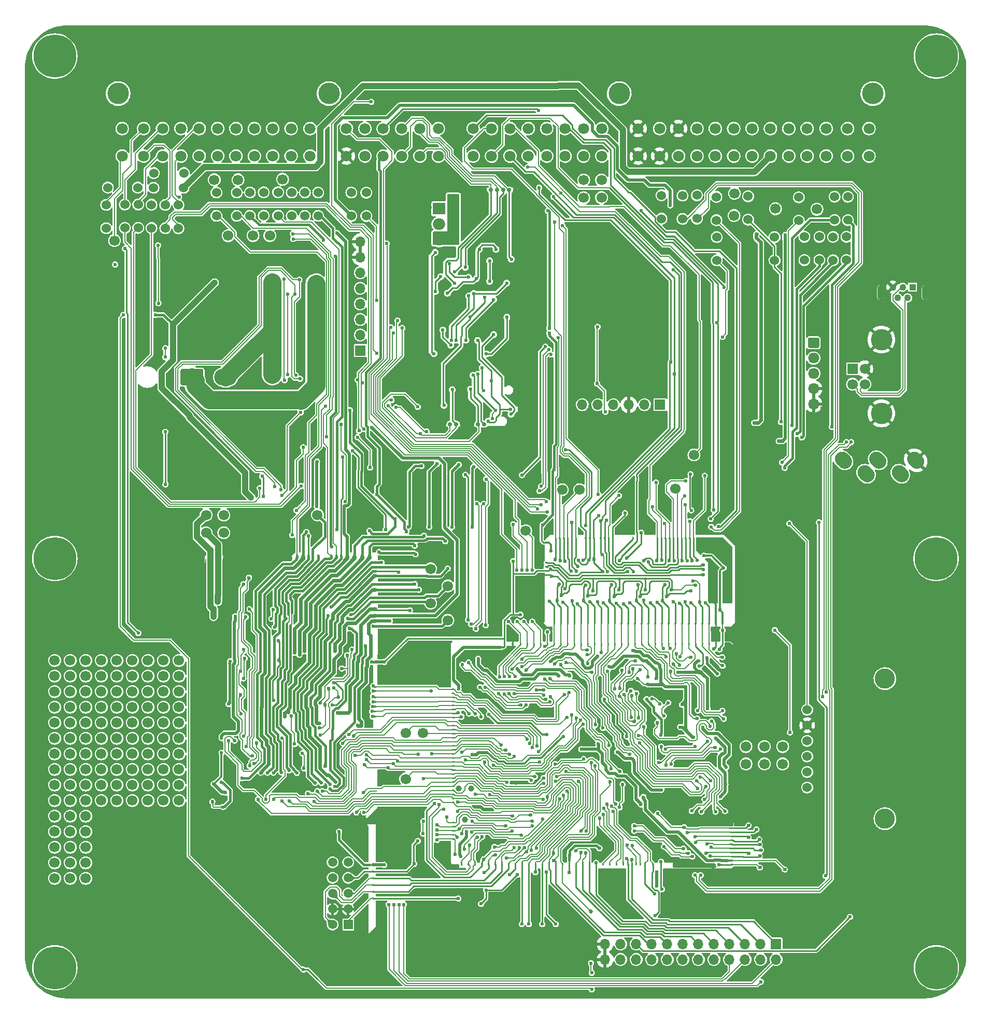
<source format=gbl>
G75*
G70*
%OFA0B0*%
%FSLAX25Y25*%
%IPPOS*%
%LPD*%
%AMOC8*
5,1,8,0,0,1.08239X$1,22.5*
%
%AMM172*
21,1,0.009840,0.009840,-0.000000,-0.000000,180.000000*
21,1,0.000000,0.019680,-0.000000,-0.000000,180.000000*
1,1,0.009840,-0.000000,0.004920*
1,1,0.009840,-0.000000,0.004920*
1,1,0.009840,-0.000000,-0.004920*
1,1,0.009840,-0.000000,-0.004920*
%
%AMM173*
21,1,0.009840,0.009840,-0.000000,-0.000000,270.000000*
21,1,0.000000,0.019680,-0.000000,-0.000000,270.000000*
1,1,0.009840,-0.004920,-0.000000*
1,1,0.009840,-0.004920,-0.000000*
1,1,0.009840,0.004920,-0.000000*
1,1,0.009840,0.004920,-0.000000*
%
%AMM258*
21,1,0.007870,1.133860,-0.000000,-0.000000,0.000000*
21,1,0.000000,1.141730,-0.000000,-0.000000,0.000000*
1,1,0.007870,-0.000000,-0.566930*
1,1,0.007870,-0.000000,-0.566930*
1,1,0.007870,-0.000000,0.566930*
1,1,0.007870,-0.000000,0.566930*
%
%AMM259*
21,1,0.009840,0.009840,-0.000000,-0.000000,90.000000*
21,1,0.000000,0.019680,-0.000000,-0.000000,90.000000*
1,1,0.009840,0.004920,-0.000000*
1,1,0.009840,0.004920,-0.000000*
1,1,0.009840,-0.004920,-0.000000*
1,1,0.009840,-0.004920,-0.000000*
%
%AMM323*
21,1,0.039370,0.007870,-0.000000,-0.000000,315.000000*
1,1,0.007870,-0.013920,0.013920*
1,1,0.007870,0.013920,-0.013920*
%
%AMM343*
21,1,0.007870,0.078350,-0.000000,0.000000,225.000000*
21,1,0.000000,0.086220,-0.000000,0.000000,225.000000*
1,1,0.007870,-0.027700,0.027700*
1,1,0.007870,-0.027700,0.027700*
1,1,0.007870,0.027700,-0.027700*
1,1,0.007870,0.027700,-0.027700*
%
%AMM344*
21,1,0.007870,0.643700,-0.000000,0.000000,0.000000*
21,1,0.000000,0.651580,-0.000000,0.000000,0.000000*
1,1,0.007870,-0.000000,-0.321850*
1,1,0.007870,-0.000000,-0.321850*
1,1,0.007870,-0.000000,0.321850*
1,1,0.007870,-0.000000,0.321850*
%
%AMM345*
21,1,0.007870,0.287010,-0.000000,0.000000,270.000000*
21,1,0.000000,0.294880,-0.000000,0.000000,270.000000*
1,1,0.007870,-0.143500,0.000000*
1,1,0.007870,-0.143500,0.000000*
1,1,0.007870,0.143500,0.000000*
1,1,0.007870,0.143500,0.000000*
%
%AMM346*
21,1,0.007870,0.023620,-0.000000,0.000000,315.000000*
21,1,0.000000,0.031500,-0.000000,0.000000,315.000000*
1,1,0.007870,-0.008350,-0.008350*
1,1,0.007870,-0.008350,-0.008350*
1,1,0.007870,0.008350,0.008350*
1,1,0.007870,0.008350,0.008350*
%
%AMM347*
21,1,0.007870,0.361020,-0.000000,0.000000,90.000000*
21,1,0.000000,0.368900,-0.000000,0.000000,90.000000*
1,1,0.007870,0.180510,0.000000*
1,1,0.007870,0.180510,0.000000*
1,1,0.007870,-0.180510,0.000000*
1,1,0.007870,-0.180510,0.000000*
%
%AMM348*
21,1,0.009840,0.009840,-0.000000,0.000000,270.000000*
21,1,0.000000,0.019680,-0.000000,0.000000,270.000000*
1,1,0.009840,-0.004920,0.000000*
1,1,0.009840,-0.004920,0.000000*
1,1,0.009840,0.004920,0.000000*
1,1,0.009840,0.004920,0.000000*
%
%ADD103O,0.00787X1.60630*%
%ADD112C,0.02400*%
%ADD126R,0.19882X0.00984*%
%ADD127C,0.02756*%
%ADD128O,0.04331X0.09449*%
%ADD132C,0.02362*%
%ADD137C,0.13780*%
%ADD142C,0.03937*%
%ADD16C,0.02000*%
%ADD163O,0.14567X0.10630*%
%ADD168O,0.03150X0.02362*%
%ADD175C,0.04331*%
%ADD194C,0.06693*%
%ADD195C,0.07874*%
%ADD197R,0.06693X0.06693*%
%ADD198C,0.05906*%
%ADD202C,0.00787*%
%ADD205C,0.11811*%
%ADD218O,0.03937X0.05906*%
%ADD22O,0.44882X0.04331*%
%ADD235C,0.13000*%
%ADD245R,0.08858X0.00984*%
%ADD253C,0.01000*%
%ADD254C,0.27559*%
%ADD257R,0.04331X0.04331*%
%ADD259O,1.00787X0.00787*%
%ADD26C,0.01181*%
%ADD264R,0.38386X0.00984*%
%ADD265C,0.01968*%
%ADD266O,0.06693X0.06693*%
%ADD277R,0.12205X0.00984*%
%ADD280C,0.01575*%
%ADD281O,0.07283X0.06693*%
%ADD314R,0.03740X0.00984*%
%ADD317O,0.01575X0.02362*%
%ADD318C,0.00800*%
%ADD319R,0.00984X1.54528*%
%ADD32C,0.02700*%
%ADD325O,0.02362X0.03150*%
%ADD34R,0.05906X0.05906*%
%ADD342O,0.02362X0.01575*%
%ADD346C,0.00984*%
%ADD358C,0.07087*%
%ADD362C,0.03900*%
%ADD392M172*%
%ADD393M173*%
%ADD486M258*%
%ADD487M259*%
%ADD566M323*%
%ADD586M343*%
%ADD587M344*%
%ADD588M345*%
%ADD589M346*%
%ADD590M347*%
%ADD591M348*%
%ADD641R,0.07874X0.07500*%
%ADD642O,0.07874X0.07500*%
%ADD79C,0.06000*%
%ADD97O,0.01575X0.00787*%
X0000000Y0000000D02*
%LPD*%
G01*
D132*
X0341904Y0048110D03*
X0333144Y0048110D03*
X0324581Y0048110D03*
X0319955Y0048110D03*
X0353337Y0050784D03*
X0303321Y0050748D03*
X0297120Y0070059D03*
D79*
X0501772Y0474783D03*
X0501772Y0489783D03*
X0189073Y0503249D03*
X0189073Y0518249D03*
D194*
X0245285Y0141379D03*
X0245285Y0170915D03*
X0157979Y0490572D03*
D197*
X0408865Y0381911D03*
D266*
X0398865Y0381911D03*
X0388865Y0381911D03*
X0378865Y0381911D03*
X0368865Y0381911D03*
X0358865Y0381911D03*
D194*
X0456503Y0503367D03*
X0079567Y0177549D03*
X0079567Y0187549D03*
X0079567Y0197549D03*
X0079567Y0207549D03*
X0079567Y0217549D03*
X0089567Y0177549D03*
X0089567Y0187549D03*
X0089567Y0197549D03*
X0089567Y0207549D03*
X0089567Y0217549D03*
X0099567Y0177549D03*
X0099567Y0187549D03*
X0099567Y0197549D03*
X0099567Y0207549D03*
X0099567Y0217549D03*
X0359849Y0514785D03*
D79*
X0219987Y0503151D03*
X0219987Y0518151D03*
D194*
X0116936Y0311045D03*
X0049567Y0127549D03*
X0049567Y0137549D03*
X0049567Y0147549D03*
X0049567Y0157549D03*
X0049567Y0167549D03*
X0059567Y0127549D03*
X0059567Y0137549D03*
X0059567Y0147549D03*
X0059567Y0157549D03*
X0059567Y0167549D03*
X0069567Y0127549D03*
X0069567Y0137549D03*
X0069567Y0147549D03*
X0069567Y0157549D03*
X0069567Y0167549D03*
D103*
X0116601Y0200223D03*
D259*
X0169356Y0117448D03*
G36*
G01*
X0116885Y0120516D02*
X0119669Y0117732D01*
G75*
G02*
X0119669Y0117175I-000278J-000278D01*
G01*
X0119669Y0117175D01*
G75*
G02*
X0119112Y0117175I-000278J0000278D01*
G01*
X0116328Y0119959D01*
G75*
G02*
X0116328Y0120516I0000278J0000278D01*
G01*
X0116328Y0120516D01*
G75*
G02*
X0116885Y0120516I0000278J-000278D01*
G01*
G37*
D218*
X0119744Y0282846D03*
X0124688Y0282846D03*
D22*
X0150059Y0283339D03*
D317*
X0175453Y0284520D03*
D325*
X0179291Y0284126D03*
D317*
X0182716Y0284520D03*
X0185591Y0284520D03*
X0189113Y0284520D03*
X0197283Y0284520D03*
X0200826Y0284520D03*
X0203622Y0284520D03*
D325*
X0207638Y0284126D03*
X0212264Y0284126D03*
X0217579Y0284126D03*
X0222205Y0284126D03*
D342*
X0225748Y0280464D03*
X0225748Y0277728D03*
X0225748Y0275050D03*
D168*
X0225374Y0271823D03*
D342*
X0225748Y0266684D03*
D168*
X0225374Y0262866D03*
D342*
X0225748Y0257846D03*
X0225748Y0255287D03*
D168*
X0225374Y0250563D03*
X0225374Y0246331D03*
X0225374Y0242886D03*
D342*
X0225748Y0239638D03*
X0225748Y0216606D03*
D97*
X0226161Y0200642D03*
X0226161Y0198043D03*
X0226161Y0193870D03*
X0226161Y0191098D03*
X0226161Y0187948D03*
X0226161Y0184799D03*
X0226161Y0181665D03*
X0226161Y0173024D03*
X0226161Y0171291D03*
X0226161Y0169559D03*
X0226161Y0167827D03*
X0226161Y0166095D03*
X0226161Y0164362D03*
X0226161Y0162630D03*
X0226161Y0160898D03*
X0226161Y0156469D03*
X0226161Y0153870D03*
X0226161Y0151272D03*
X0226161Y0148673D03*
X0226161Y0135268D03*
X0226161Y0133535D03*
X0226161Y0131803D03*
X0226161Y0130071D03*
X0226161Y0128339D03*
X0226161Y0126606D03*
X0226161Y0124874D03*
D79*
X0123629Y0503249D03*
X0123629Y0518249D03*
X0445184Y0500395D03*
X0445184Y0515395D03*
D194*
X0359849Y0526301D03*
D79*
X0445381Y0474608D03*
X0445381Y0489608D03*
X0172054Y0503249D03*
X0172054Y0518249D03*
X0052721Y0495293D03*
X0052721Y0510293D03*
D137*
X0545831Y0581810D03*
X0060398Y0581810D03*
X0196027Y0581810D03*
X0382642Y0581810D03*
D358*
X0062957Y0541650D03*
X0076727Y0541650D03*
X0088937Y0541650D03*
X0100747Y0541650D03*
X0112557Y0541650D03*
X0124367Y0541650D03*
X0136177Y0541650D03*
X0147987Y0541650D03*
X0159797Y0541650D03*
X0171607Y0541650D03*
X0183817Y0541650D03*
X0062957Y0559370D03*
X0076727Y0559370D03*
X0088937Y0559370D03*
X0100747Y0559370D03*
X0112557Y0559370D03*
X0124367Y0559370D03*
X0136177Y0559370D03*
X0147987Y0559370D03*
X0159797Y0559370D03*
X0171607Y0559370D03*
X0183817Y0559370D03*
X0288744Y0541650D03*
X0300554Y0541650D03*
X0312364Y0541650D03*
X0324174Y0541650D03*
X0335994Y0541650D03*
X0347804Y0541650D03*
X0359614Y0541650D03*
X0371424Y0541650D03*
X0288744Y0559370D03*
X0300554Y0559370D03*
X0312364Y0559370D03*
X0324174Y0559370D03*
X0335994Y0559370D03*
X0347804Y0559370D03*
X0359614Y0559370D03*
X0371424Y0559370D03*
X0394834Y0541650D03*
X0408614Y0541650D03*
X0420834Y0541650D03*
X0432644Y0541650D03*
X0444454Y0541650D03*
X0456264Y0541650D03*
X0468074Y0541650D03*
X0479884Y0541650D03*
X0491694Y0541650D03*
X0503504Y0541650D03*
X0515714Y0541650D03*
X0529494Y0541650D03*
X0543274Y0541650D03*
X0394834Y0559370D03*
X0408614Y0559370D03*
X0420834Y0559370D03*
X0432644Y0559370D03*
X0444454Y0559370D03*
X0456264Y0559370D03*
X0468074Y0559370D03*
X0479884Y0559370D03*
X0491694Y0559370D03*
X0503504Y0559370D03*
X0515714Y0559370D03*
X0529494Y0559370D03*
X0543274Y0559370D03*
X0207248Y0541650D03*
X0219058Y0541650D03*
X0230868Y0541650D03*
X0242678Y0541650D03*
X0254498Y0541650D03*
X0266308Y0541650D03*
X0207248Y0559370D03*
X0219058Y0559370D03*
X0230868Y0559370D03*
X0242678Y0559370D03*
X0254498Y0559370D03*
X0266308Y0559370D03*
D194*
X0166142Y0526694D03*
X0509821Y0507480D03*
X0357192Y0327285D03*
X0128353Y0299627D03*
X0475991Y0162226D03*
D79*
X0210341Y0503249D03*
X0210341Y0518249D03*
D257*
X0571266Y0457403D03*
D175*
X0568117Y0450513D03*
X0564967Y0457403D03*
X0561818Y0450513D03*
X0558668Y0457403D03*
D128*
X0579337Y0453958D03*
X0550597Y0453958D03*
D197*
X0216148Y0416655D03*
D266*
X0216148Y0426655D03*
X0216148Y0436655D03*
X0216148Y0446655D03*
X0216148Y0456655D03*
X0216148Y0466655D03*
X0216148Y0476655D03*
X0216148Y0486655D03*
D194*
X0475991Y0151064D03*
D197*
X0532743Y0404942D03*
D194*
X0532743Y0395100D03*
X0540617Y0395100D03*
X0540617Y0404942D03*
D137*
X0551286Y0376320D03*
X0551286Y0423722D03*
D194*
X0256349Y0170906D03*
X0487802Y0151064D03*
D132*
X0234091Y0381397D03*
X0236158Y0384842D03*
X0239110Y0380216D03*
X0253087Y0380511D03*
D235*
X0553550Y0205867D03*
X0553550Y0115867D03*
D79*
X0503550Y0185867D03*
X0503550Y0175867D03*
X0503550Y0165867D03*
X0503550Y0155867D03*
X0503550Y0145867D03*
X0503550Y0135867D03*
X0521168Y0515555D03*
X0521168Y0500555D03*
D194*
X0019567Y0177549D03*
X0019567Y0187549D03*
X0019567Y0197549D03*
X0019567Y0207549D03*
X0019567Y0217549D03*
X0029567Y0177549D03*
X0029567Y0187549D03*
X0029567Y0197549D03*
X0029567Y0207549D03*
X0029567Y0217549D03*
X0039567Y0177549D03*
X0039567Y0187549D03*
X0039567Y0197549D03*
X0039567Y0207549D03*
X0039567Y0217549D03*
X0456798Y0517738D03*
X0272448Y0243328D03*
D132*
X0406667Y0072652D03*
X0410112Y0070585D03*
X0405486Y0067632D03*
X0405782Y0053656D03*
D194*
X0116936Y0299627D03*
X0122251Y0526399D03*
D79*
X0090713Y0495273D03*
X0090713Y0510273D03*
D254*
X0019685Y0020079D03*
G36*
G01*
X0220875Y0110676D02*
X0184772Y0110676D01*
G75*
G02*
X0184379Y0111070I0000000J0000394D01*
G01*
X0184379Y0111070D01*
G75*
G02*
X0184772Y0111463I0000394J0000000D01*
G01*
X0220875Y0111463D01*
G75*
G02*
X0221269Y0111070I0000000J-000394D01*
G01*
X0221269Y0111070D01*
G75*
G02*
X0220875Y0110676I-000394J0000000D01*
G01*
G37*
G36*
G01*
X0185021Y0046866D02*
X0190561Y0041326D01*
G75*
G02*
X0190561Y0040769I-000278J-000278D01*
G01*
X0190561Y0040769D01*
G75*
G02*
X0190004Y0040769I-000278J0000278D01*
G01*
X0184464Y0046309D01*
G75*
G02*
X0184464Y0046866I0000278J0000278D01*
G01*
X0184464Y0046866D01*
G75*
G02*
X0185021Y0046866I0000278J-000278D01*
G01*
G37*
G36*
G01*
X0218875Y0041342D02*
X0220545Y0043012D01*
G75*
G02*
X0221102Y0043012I0000278J-000278D01*
G01*
X0221102Y0043012D01*
G75*
G02*
X0221102Y0042455I-000278J-000278D01*
G01*
X0219431Y0040785D01*
G75*
G02*
X0218875Y0040785I-000278J0000278D01*
G01*
X0218875Y0040785D01*
G75*
G02*
X0218875Y0041342I0000278J0000278D01*
G01*
G37*
G36*
G01*
X0184340Y0046613D02*
X0184340Y0110983D01*
G75*
G02*
X0184734Y0111377I0000394J0000000D01*
G01*
X0184734Y0111377D01*
G75*
G02*
X0185128Y0110983I0000000J-000394D01*
G01*
X0185128Y0046613D01*
G75*
G02*
X0184734Y0046220I-000394J0000000D01*
G01*
X0184734Y0046220D01*
G75*
G02*
X0184340Y0046613I0000000J0000394D01*
G01*
G37*
G36*
G01*
X0190400Y0041414D02*
X0219101Y0041414D01*
G75*
G02*
X0219494Y0041021I0000000J-000394D01*
G01*
X0219494Y0041021D01*
G75*
G02*
X0219101Y0040627I-000394J0000000D01*
G01*
X0190400Y0040627D01*
G75*
G02*
X0190006Y0041021I0000000J0000394D01*
G01*
X0190006Y0041021D01*
G75*
G02*
X0190400Y0041414I0000394J0000000D01*
G01*
G37*
G36*
G01*
X0223638Y0086788D02*
X0224622Y0086788D01*
G75*
G02*
X0225114Y0086296I0000000J-000492D01*
G01*
X0225114Y0086296D01*
G75*
G02*
X0224622Y0085804I-000492J0000000D01*
G01*
X0223638Y0085804D01*
G75*
G02*
X0223146Y0086296I0000000J0000492D01*
G01*
X0223146Y0086296D01*
G75*
G02*
X0223638Y0086788I0000492J0000000D01*
G01*
G37*
G36*
G01*
X0223638Y0082458D02*
X0224622Y0082458D01*
G75*
G02*
X0225114Y0081965I0000000J-000492D01*
G01*
X0225114Y0081965D01*
G75*
G02*
X0224622Y0081473I-000492J0000000D01*
G01*
X0223638Y0081473D01*
G75*
G02*
X0223146Y0081965I0000000J0000492D01*
G01*
X0223146Y0081965D01*
G75*
G02*
X0223638Y0082458I0000492J0000000D01*
G01*
G37*
G36*
G01*
X0223638Y0078127D02*
X0224622Y0078127D01*
G75*
G02*
X0225114Y0077635I0000000J-000492D01*
G01*
X0225114Y0077635D01*
G75*
G02*
X0224622Y0077143I-000492J0000000D01*
G01*
X0223638Y0077143D01*
G75*
G02*
X0223146Y0077635I0000000J0000492D01*
G01*
X0223146Y0077635D01*
G75*
G02*
X0223638Y0078127I0000492J0000000D01*
G01*
G37*
G36*
G01*
X0223638Y0073796D02*
X0224622Y0073796D01*
G75*
G02*
X0225114Y0073304I0000000J-000492D01*
G01*
X0225114Y0073304D01*
G75*
G02*
X0224622Y0072812I-000492J0000000D01*
G01*
X0223638Y0072812D01*
G75*
G02*
X0223146Y0073304I0000000J0000492D01*
G01*
X0223146Y0073304D01*
G75*
G02*
X0223638Y0073796I0000492J0000000D01*
G01*
G37*
G36*
G01*
X0223638Y0069465D02*
X0224622Y0069465D01*
G75*
G02*
X0225114Y0068973I0000000J-000492D01*
G01*
X0225114Y0068973D01*
G75*
G02*
X0224622Y0068481I-000492J0000000D01*
G01*
X0223638Y0068481D01*
G75*
G02*
X0223146Y0068973I0000000J0000492D01*
G01*
X0223146Y0068973D01*
G75*
G02*
X0223638Y0069465I0000492J0000000D01*
G01*
G37*
G36*
G01*
X0223638Y0065135D02*
X0224622Y0065135D01*
G75*
G02*
X0225114Y0064643I0000000J-000492D01*
G01*
X0225114Y0064643D01*
G75*
G02*
X0224622Y0064151I-000492J0000000D01*
G01*
X0223638Y0064151D01*
G75*
G02*
X0223146Y0064643I0000000J0000492D01*
G01*
X0223146Y0064643D01*
G75*
G02*
X0223638Y0065135I0000492J0000000D01*
G01*
G37*
D194*
X0322492Y0300812D03*
X0487802Y0162226D03*
X0371266Y0514982D03*
X0019567Y0077549D03*
X0019567Y0087549D03*
X0019567Y0097549D03*
X0019567Y0107549D03*
X0019567Y0117549D03*
X0029567Y0077549D03*
X0029567Y0087549D03*
X0029567Y0097549D03*
X0029567Y0107549D03*
X0029567Y0117549D03*
X0039567Y0077549D03*
X0039567Y0087549D03*
X0039567Y0097549D03*
X0039567Y0107549D03*
X0039567Y0117549D03*
G36*
G01*
X0335286Y0273039D02*
X0336270Y0273039D01*
G75*
G02*
X0336762Y0272547I0000000J-000492D01*
G01*
X0336762Y0272547D01*
G75*
G02*
X0336270Y0272054I-000492J0000000D01*
G01*
X0335286Y0272054D01*
G75*
G02*
X0334794Y0272547I0000000J0000492D01*
G01*
X0334794Y0272547D01*
G75*
G02*
X0335286Y0273039I0000492J0000000D01*
G01*
G37*
G36*
G01*
X0335286Y0275637D02*
X0336270Y0275637D01*
G75*
G02*
X0336762Y0275145I0000000J-000492D01*
G01*
X0336762Y0275145D01*
G75*
G02*
X0336270Y0274653I-000492J0000000D01*
G01*
X0335286Y0274653D01*
G75*
G02*
X0334794Y0275145I0000000J0000492D01*
G01*
X0334794Y0275145D01*
G75*
G02*
X0335286Y0275637I0000492J0000000D01*
G01*
G37*
G36*
G01*
X0335286Y0278236D02*
X0336270Y0278236D01*
G75*
G02*
X0336762Y0277743I0000000J-000492D01*
G01*
X0336762Y0277743D01*
G75*
G02*
X0336270Y0277251I-000492J0000000D01*
G01*
X0335286Y0277251D01*
G75*
G02*
X0334794Y0277743I0000000J0000492D01*
G01*
X0334794Y0277743D01*
G75*
G02*
X0335286Y0278236I0000492J0000000D01*
G01*
G37*
G36*
G01*
X0335286Y0280834D02*
X0336270Y0280834D01*
G75*
G02*
X0336762Y0280342I0000000J-000492D01*
G01*
X0336762Y0280342D01*
G75*
G02*
X0336270Y0279850I-000492J0000000D01*
G01*
X0335286Y0279850D01*
G75*
G02*
X0334794Y0280342I0000000J0000492D01*
G01*
X0334794Y0280342D01*
G75*
G02*
X0335286Y0280834I0000492J0000000D01*
G01*
G37*
G36*
G01*
X0335286Y0293826D02*
X0336270Y0293826D01*
G75*
G02*
X0336762Y0293334I0000000J-000492D01*
G01*
X0336762Y0293334D01*
G75*
G02*
X0336270Y0292842I-000492J0000000D01*
G01*
X0335286Y0292842D01*
G75*
G02*
X0334794Y0293334I0000000J0000492D01*
G01*
X0334794Y0293334D01*
G75*
G02*
X0335286Y0293826I0000492J0000000D01*
G01*
G37*
G36*
G01*
X0448554Y0240681D02*
X0448554Y0241665D01*
G75*
G02*
X0449046Y0242158I0000492J0000000D01*
G01*
X0449046Y0242158D01*
G75*
G02*
X0449538Y0241665I0000000J-000492D01*
G01*
X0449538Y0240681D01*
G75*
G02*
X0449046Y0240189I-000492J0000000D01*
G01*
X0449046Y0240189D01*
G75*
G02*
X0448554Y0240681I0000000J0000492D01*
G01*
G37*
G36*
G01*
X0445207Y0241665D02*
X0445207Y0240681D01*
G75*
G02*
X0444715Y0240189I-000492J0000000D01*
G01*
X0444715Y0240189D01*
G75*
G02*
X0444223Y0240681I0000000J0000492D01*
G01*
X0444223Y0241665D01*
G75*
G02*
X0444715Y0242158I0000492J0000000D01*
G01*
X0444715Y0242158D01*
G75*
G02*
X0445207Y0241665I0000000J-000492D01*
G01*
G37*
G36*
G01*
X0440877Y0241665D02*
X0440877Y0240681D01*
G75*
G02*
X0440384Y0240189I-000492J0000000D01*
G01*
X0440384Y0240189D01*
G75*
G02*
X0439892Y0240681I0000000J0000492D01*
G01*
X0439892Y0241665D01*
G75*
G02*
X0440384Y0242158I0000492J0000000D01*
G01*
X0440384Y0242158D01*
G75*
G02*
X0440877Y0241665I0000000J-000492D01*
G01*
G37*
G36*
G01*
X0436546Y0241665D02*
X0436546Y0240681D01*
G75*
G02*
X0436054Y0240189I-000492J0000000D01*
G01*
X0436054Y0240189D01*
G75*
G02*
X0435562Y0240681I0000000J0000492D01*
G01*
X0435562Y0241665D01*
G75*
G02*
X0436054Y0242158I0000492J0000000D01*
G01*
X0436054Y0242158D01*
G75*
G02*
X0436546Y0241665I0000000J-000492D01*
G01*
G37*
G36*
G01*
X0432215Y0241665D02*
X0432215Y0240681D01*
G75*
G02*
X0431723Y0240189I-000492J0000000D01*
G01*
X0431723Y0240189D01*
G75*
G02*
X0431231Y0240681I0000000J0000492D01*
G01*
X0431231Y0241665D01*
G75*
G02*
X0431723Y0242158I0000492J0000000D01*
G01*
X0431723Y0242158D01*
G75*
G02*
X0432215Y0241665I0000000J-000492D01*
G01*
G37*
G36*
G01*
X0427884Y0241665D02*
X0427884Y0240681D01*
G75*
G02*
X0427392Y0240189I-000492J0000000D01*
G01*
X0427392Y0240189D01*
G75*
G02*
X0426900Y0240681I0000000J0000492D01*
G01*
X0426900Y0241665D01*
G75*
G02*
X0427392Y0242158I0000492J0000000D01*
G01*
X0427392Y0242158D01*
G75*
G02*
X0427884Y0241665I0000000J-000492D01*
G01*
G37*
G36*
G01*
X0423554Y0241665D02*
X0423554Y0240681D01*
G75*
G02*
X0423062Y0240189I-000492J0000000D01*
G01*
X0423062Y0240189D01*
G75*
G02*
X0422569Y0240681I0000000J0000492D01*
G01*
X0422569Y0241665D01*
G75*
G02*
X0423062Y0242158I0000492J0000000D01*
G01*
X0423062Y0242158D01*
G75*
G02*
X0423554Y0241665I0000000J-000492D01*
G01*
G37*
G36*
G01*
X0419223Y0241665D02*
X0419223Y0240681D01*
G75*
G02*
X0418731Y0240189I-000492J0000000D01*
G01*
X0418731Y0240189D01*
G75*
G02*
X0418239Y0240681I0000000J0000492D01*
G01*
X0418239Y0241665D01*
G75*
G02*
X0418731Y0242158I0000492J0000000D01*
G01*
X0418731Y0242158D01*
G75*
G02*
X0419223Y0241665I0000000J-000492D01*
G01*
G37*
G36*
G01*
X0414892Y0241665D02*
X0414892Y0240681D01*
G75*
G02*
X0414400Y0240189I-000492J0000000D01*
G01*
X0414400Y0240189D01*
G75*
G02*
X0413908Y0240681I0000000J0000492D01*
G01*
X0413908Y0241665D01*
G75*
G02*
X0414400Y0242158I0000492J0000000D01*
G01*
X0414400Y0242158D01*
G75*
G02*
X0414892Y0241665I0000000J-000492D01*
G01*
G37*
G36*
G01*
X0410562Y0241665D02*
X0410562Y0240681D01*
G75*
G02*
X0410069Y0240189I-000492J0000000D01*
G01*
X0410069Y0240189D01*
G75*
G02*
X0409577Y0240681I0000000J0000492D01*
G01*
X0409577Y0241665D01*
G75*
G02*
X0410069Y0242158I0000492J0000000D01*
G01*
X0410069Y0242158D01*
G75*
G02*
X0410562Y0241665I0000000J-000492D01*
G01*
G37*
G36*
G01*
X0406231Y0241665D02*
X0406231Y0240681D01*
G75*
G02*
X0405739Y0240189I-000492J0000000D01*
G01*
X0405739Y0240189D01*
G75*
G02*
X0405247Y0240681I0000000J0000492D01*
G01*
X0405247Y0241665D01*
G75*
G02*
X0405739Y0242158I0000492J0000000D01*
G01*
X0405739Y0242158D01*
G75*
G02*
X0406231Y0241665I0000000J-000492D01*
G01*
G37*
G36*
G01*
X0401900Y0241665D02*
X0401900Y0240681D01*
G75*
G02*
X0401408Y0240189I-000492J0000000D01*
G01*
X0401408Y0240189D01*
G75*
G02*
X0400916Y0240681I0000000J0000492D01*
G01*
X0400916Y0241665D01*
G75*
G02*
X0401408Y0242158I0000492J0000000D01*
G01*
X0401408Y0242158D01*
G75*
G02*
X0401900Y0241665I0000000J-000492D01*
G01*
G37*
G36*
G01*
X0397570Y0241665D02*
X0397570Y0240681D01*
G75*
G02*
X0397077Y0240189I-000492J0000000D01*
G01*
X0397077Y0240189D01*
G75*
G02*
X0396585Y0240681I0000000J0000492D01*
G01*
X0396585Y0241665D01*
G75*
G02*
X0397077Y0242158I0000492J0000000D01*
G01*
X0397077Y0242158D01*
G75*
G02*
X0397570Y0241665I0000000J-000492D01*
G01*
G37*
G36*
G01*
X0393239Y0241665D02*
X0393239Y0240681D01*
G75*
G02*
X0392747Y0240189I-000492J0000000D01*
G01*
X0392747Y0240189D01*
G75*
G02*
X0392255Y0240681I0000000J0000492D01*
G01*
X0392255Y0241665D01*
G75*
G02*
X0392747Y0242158I0000492J0000000D01*
G01*
X0392747Y0242158D01*
G75*
G02*
X0393239Y0241665I0000000J-000492D01*
G01*
G37*
G36*
G01*
X0388908Y0241665D02*
X0388908Y0240681D01*
G75*
G02*
X0388416Y0240189I-000492J0000000D01*
G01*
X0388416Y0240189D01*
G75*
G02*
X0387924Y0240681I0000000J0000492D01*
G01*
X0387924Y0241665D01*
G75*
G02*
X0388416Y0242158I0000492J0000000D01*
G01*
X0388416Y0242158D01*
G75*
G02*
X0388908Y0241665I0000000J-000492D01*
G01*
G37*
G36*
G01*
X0384577Y0241665D02*
X0384577Y0240681D01*
G75*
G02*
X0384085Y0240189I-000492J0000000D01*
G01*
X0384085Y0240189D01*
G75*
G02*
X0383593Y0240681I0000000J0000492D01*
G01*
X0383593Y0241665D01*
G75*
G02*
X0384085Y0242158I0000492J0000000D01*
G01*
X0384085Y0242158D01*
G75*
G02*
X0384577Y0241665I0000000J-000492D01*
G01*
G37*
G36*
G01*
X0380247Y0241665D02*
X0380247Y0240681D01*
G75*
G02*
X0379755Y0240189I-000492J0000000D01*
G01*
X0379755Y0240189D01*
G75*
G02*
X0379262Y0240681I0000000J0000492D01*
G01*
X0379262Y0241665D01*
G75*
G02*
X0379755Y0242158I0000492J0000000D01*
G01*
X0379755Y0242158D01*
G75*
G02*
X0380247Y0241665I0000000J-000492D01*
G01*
G37*
G36*
G01*
X0375916Y0241665D02*
X0375916Y0240681D01*
G75*
G02*
X0375424Y0240189I-000492J0000000D01*
G01*
X0375424Y0240189D01*
G75*
G02*
X0374932Y0240681I0000000J0000492D01*
G01*
X0374932Y0241665D01*
G75*
G02*
X0375424Y0242158I0000492J0000000D01*
G01*
X0375424Y0242158D01*
G75*
G02*
X0375916Y0241665I0000000J-000492D01*
G01*
G37*
G36*
G01*
X0371585Y0241665D02*
X0371585Y0240681D01*
G75*
G02*
X0371093Y0240189I-000492J0000000D01*
G01*
X0371093Y0240189D01*
G75*
G02*
X0370601Y0240681I0000000J0000492D01*
G01*
X0370601Y0241665D01*
G75*
G02*
X0371093Y0242158I0000492J0000000D01*
G01*
X0371093Y0242158D01*
G75*
G02*
X0371585Y0241665I0000000J-000492D01*
G01*
G37*
G36*
G01*
X0367255Y0241665D02*
X0367255Y0240681D01*
G75*
G02*
X0366762Y0240189I-000492J0000000D01*
G01*
X0366762Y0240189D01*
G75*
G02*
X0366270Y0240681I0000000J0000492D01*
G01*
X0366270Y0241665D01*
G75*
G02*
X0366762Y0242158I0000492J0000000D01*
G01*
X0366762Y0242158D01*
G75*
G02*
X0367255Y0241665I0000000J-000492D01*
G01*
G37*
G36*
G01*
X0362924Y0241665D02*
X0362924Y0240681D01*
G75*
G02*
X0362432Y0240189I-000492J0000000D01*
G01*
X0362432Y0240189D01*
G75*
G02*
X0361940Y0240681I0000000J0000492D01*
G01*
X0361940Y0241665D01*
G75*
G02*
X0362432Y0242158I0000492J0000000D01*
G01*
X0362432Y0242158D01*
G75*
G02*
X0362924Y0241665I0000000J-000492D01*
G01*
G37*
G36*
G01*
X0358593Y0241665D02*
X0358593Y0240681D01*
G75*
G02*
X0358101Y0240189I-000492J0000000D01*
G01*
X0358101Y0240189D01*
G75*
G02*
X0357609Y0240681I0000000J0000492D01*
G01*
X0357609Y0241665D01*
G75*
G02*
X0358101Y0242158I0000492J0000000D01*
G01*
X0358101Y0242158D01*
G75*
G02*
X0358593Y0241665I0000000J-000492D01*
G01*
G37*
G36*
G01*
X0354263Y0241665D02*
X0354263Y0240681D01*
G75*
G02*
X0353770Y0240189I-000492J0000000D01*
G01*
X0353770Y0240189D01*
G75*
G02*
X0353278Y0240681I0000000J0000492D01*
G01*
X0353278Y0241665D01*
G75*
G02*
X0353770Y0242158I0000492J0000000D01*
G01*
X0353770Y0242158D01*
G75*
G02*
X0354263Y0241665I0000000J-000492D01*
G01*
G37*
G36*
G01*
X0349932Y0241665D02*
X0349932Y0240681D01*
G75*
G02*
X0349440Y0240189I-000492J0000000D01*
G01*
X0349440Y0240189D01*
G75*
G02*
X0348948Y0240681I0000000J0000492D01*
G01*
X0348948Y0241665D01*
G75*
G02*
X0349440Y0242158I0000492J0000000D01*
G01*
X0349440Y0242158D01*
G75*
G02*
X0349932Y0241665I0000000J-000492D01*
G01*
G37*
G36*
G01*
X0345601Y0241665D02*
X0345601Y0240681D01*
G75*
G02*
X0345109Y0240189I-000492J0000000D01*
G01*
X0345109Y0240189D01*
G75*
G02*
X0344617Y0240681I0000000J0000492D01*
G01*
X0344617Y0241665D01*
G75*
G02*
X0345109Y0242158I0000492J0000000D01*
G01*
X0345109Y0242158D01*
G75*
G02*
X0345601Y0241665I0000000J-000492D01*
G01*
G37*
G36*
G01*
X0341270Y0241665D02*
X0341270Y0240681D01*
G75*
G02*
X0340778Y0240189I-000492J0000000D01*
G01*
X0340778Y0240189D01*
G75*
G02*
X0340286Y0240681I0000000J0000492D01*
G01*
X0340286Y0241665D01*
G75*
G02*
X0340778Y0242158I0000492J0000000D01*
G01*
X0340778Y0242158D01*
G75*
G02*
X0341270Y0241665I0000000J-000492D01*
G01*
G37*
G36*
G01*
X0342258Y0296634D02*
X0342258Y0295650D01*
G75*
G02*
X0341766Y0295158I-000492J0000000D01*
G01*
X0341766Y0295158D01*
G75*
G02*
X0341274Y0295650I0000000J0000492D01*
G01*
X0341274Y0296634D01*
G75*
G02*
X0341766Y0297126I0000492J0000000D01*
G01*
X0341766Y0297126D01*
G75*
G02*
X0342258Y0296634I0000000J-000492D01*
G01*
G37*
G36*
G01*
X0344857Y0296634D02*
X0344857Y0295650D01*
G75*
G02*
X0344365Y0295158I-000492J0000000D01*
G01*
X0344365Y0295158D01*
G75*
G02*
X0343873Y0295650I0000000J0000492D01*
G01*
X0343873Y0296634D01*
G75*
G02*
X0344365Y0297126I0000492J0000000D01*
G01*
X0344365Y0297126D01*
G75*
G02*
X0344857Y0296634I0000000J-000492D01*
G01*
G37*
G36*
G01*
X0347455Y0296634D02*
X0347455Y0295650D01*
G75*
G02*
X0346963Y0295158I-000492J0000000D01*
G01*
X0346963Y0295158D01*
G75*
G02*
X0346471Y0295650I0000000J0000492D01*
G01*
X0346471Y0296634D01*
G75*
G02*
X0346963Y0297126I0000492J0000000D01*
G01*
X0346963Y0297126D01*
G75*
G02*
X0347455Y0296634I0000000J-000492D01*
G01*
G37*
G36*
G01*
X0350054Y0296634D02*
X0350054Y0295650D01*
G75*
G02*
X0349562Y0295158I-000492J0000000D01*
G01*
X0349562Y0295158D01*
G75*
G02*
X0349069Y0295650I0000000J0000492D01*
G01*
X0349069Y0296634D01*
G75*
G02*
X0349562Y0297126I0000492J0000000D01*
G01*
X0349562Y0297126D01*
G75*
G02*
X0350054Y0296634I0000000J-000492D01*
G01*
G37*
G36*
G01*
X0352652Y0296634D02*
X0352652Y0295650D01*
G75*
G02*
X0352160Y0295158I-000492J0000000D01*
G01*
X0352160Y0295158D01*
G75*
G02*
X0351668Y0295650I0000000J0000492D01*
G01*
X0351668Y0296634D01*
G75*
G02*
X0352160Y0297126I0000492J0000000D01*
G01*
X0352160Y0297126D01*
G75*
G02*
X0352652Y0296634I0000000J-000492D01*
G01*
G37*
G36*
G01*
X0355251Y0296634D02*
X0355251Y0295650D01*
G75*
G02*
X0354758Y0295158I-000492J0000000D01*
G01*
X0354758Y0295158D01*
G75*
G02*
X0354266Y0295650I0000000J0000492D01*
G01*
X0354266Y0296634D01*
G75*
G02*
X0354758Y0297126I0000492J0000000D01*
G01*
X0354758Y0297126D01*
G75*
G02*
X0355251Y0296634I0000000J-000492D01*
G01*
G37*
G36*
G01*
X0361554Y0296634D02*
X0361554Y0295650D01*
G75*
G02*
X0361062Y0295158I-000492J0000000D01*
G01*
X0361062Y0295158D01*
G75*
G02*
X0360569Y0295650I0000000J0000492D01*
G01*
X0360569Y0296634D01*
G75*
G02*
X0361062Y0297126I0000492J0000000D01*
G01*
X0361062Y0297126D01*
G75*
G02*
X0361554Y0296634I0000000J-000492D01*
G01*
G37*
G36*
G01*
X0364152Y0296634D02*
X0364152Y0295650D01*
G75*
G02*
X0363660Y0295158I-000492J0000000D01*
G01*
X0363660Y0295158D01*
G75*
G02*
X0363168Y0295650I0000000J0000492D01*
G01*
X0363168Y0296634D01*
G75*
G02*
X0363660Y0297126I0000492J0000000D01*
G01*
X0363660Y0297126D01*
G75*
G02*
X0364152Y0296634I0000000J-000492D01*
G01*
G37*
G36*
G01*
X0366751Y0296634D02*
X0366751Y0295650D01*
G75*
G02*
X0366258Y0295158I-000492J0000000D01*
G01*
X0366258Y0295158D01*
G75*
G02*
X0365766Y0295650I0000000J0000492D01*
G01*
X0365766Y0296634D01*
G75*
G02*
X0366258Y0297126I0000492J0000000D01*
G01*
X0366258Y0297126D01*
G75*
G02*
X0366751Y0296634I0000000J-000492D01*
G01*
G37*
G36*
G01*
X0371164Y0296634D02*
X0371164Y0295650D01*
G75*
G02*
X0370671Y0295158I-000492J0000000D01*
G01*
X0370671Y0295158D01*
G75*
G02*
X0370179Y0295650I0000000J0000492D01*
G01*
X0370179Y0296634D01*
G75*
G02*
X0370671Y0297126I0000492J0000000D01*
G01*
X0370671Y0297126D01*
G75*
G02*
X0371164Y0296634I0000000J-000492D01*
G01*
G37*
G36*
G01*
X0373762Y0296634D02*
X0373762Y0295650D01*
G75*
G02*
X0373270Y0295158I-000492J0000000D01*
G01*
X0373270Y0295158D01*
G75*
G02*
X0372778Y0295650I0000000J0000492D01*
G01*
X0372778Y0296634D01*
G75*
G02*
X0373270Y0297126I0000492J0000000D01*
G01*
X0373270Y0297126D01*
G75*
G02*
X0373762Y0296634I0000000J-000492D01*
G01*
G37*
G36*
G01*
X0376360Y0296634D02*
X0376360Y0295650D01*
G75*
G02*
X0375868Y0295158I-000492J0000000D01*
G01*
X0375868Y0295158D01*
G75*
G02*
X0375376Y0295650I0000000J0000492D01*
G01*
X0375376Y0296634D01*
G75*
G02*
X0375868Y0297126I0000492J0000000D01*
G01*
X0375868Y0297126D01*
G75*
G02*
X0376360Y0296634I0000000J-000492D01*
G01*
G37*
G36*
G01*
X0378959Y0296634D02*
X0378959Y0295650D01*
G75*
G02*
X0378467Y0295158I-000492J0000000D01*
G01*
X0378467Y0295158D01*
G75*
G02*
X0377975Y0295650I0000000J0000492D01*
G01*
X0377975Y0296634D01*
G75*
G02*
X0378467Y0297126I0000492J0000000D01*
G01*
X0378467Y0297126D01*
G75*
G02*
X0378959Y0296634I0000000J-000492D01*
G01*
G37*
G36*
G01*
X0392054Y0296634D02*
X0392054Y0295650D01*
G75*
G02*
X0391562Y0295158I-000492J0000000D01*
G01*
X0391562Y0295158D01*
G75*
G02*
X0391069Y0295650I0000000J0000492D01*
G01*
X0391069Y0296634D01*
G75*
G02*
X0391562Y0297126I0000492J0000000D01*
G01*
X0391562Y0297126D01*
G75*
G02*
X0392054Y0296634I0000000J-000492D01*
G01*
G37*
G36*
G01*
X0394652Y0296634D02*
X0394652Y0295650D01*
G75*
G02*
X0394160Y0295158I-000492J0000000D01*
G01*
X0394160Y0295158D01*
G75*
G02*
X0393668Y0295650I0000000J0000492D01*
G01*
X0393668Y0296634D01*
G75*
G02*
X0394160Y0297126I0000492J0000000D01*
G01*
X0394160Y0297126D01*
G75*
G02*
X0394652Y0296634I0000000J-000492D01*
G01*
G37*
G36*
G01*
X0397251Y0296634D02*
X0397251Y0295650D01*
G75*
G02*
X0396758Y0295158I-000492J0000000D01*
G01*
X0396758Y0295158D01*
G75*
G02*
X0396266Y0295650I0000000J0000492D01*
G01*
X0396266Y0296634D01*
G75*
G02*
X0396758Y0297126I0000492J0000000D01*
G01*
X0396758Y0297126D01*
G75*
G02*
X0397251Y0296634I0000000J-000492D01*
G01*
G37*
G36*
G01*
X0407668Y0296634D02*
X0407668Y0295650D01*
G75*
G02*
X0407176Y0295158I-000492J0000000D01*
G01*
X0407176Y0295158D01*
G75*
G02*
X0406684Y0295650I0000000J0000492D01*
G01*
X0406684Y0296634D01*
G75*
G02*
X0407176Y0297126I0000492J0000000D01*
G01*
X0407176Y0297126D01*
G75*
G02*
X0407668Y0296634I0000000J-000492D01*
G01*
G37*
G36*
G01*
X0410266Y0296634D02*
X0410266Y0295650D01*
G75*
G02*
X0409774Y0295158I-000492J0000000D01*
G01*
X0409774Y0295158D01*
G75*
G02*
X0409282Y0295650I0000000J0000492D01*
G01*
X0409282Y0296634D01*
G75*
G02*
X0409774Y0297126I0000492J0000000D01*
G01*
X0409774Y0297126D01*
G75*
G02*
X0410266Y0296634I0000000J-000492D01*
G01*
G37*
G36*
G01*
X0412865Y0296634D02*
X0412865Y0295650D01*
G75*
G02*
X0412373Y0295158I-000492J0000000D01*
G01*
X0412373Y0295158D01*
G75*
G02*
X0411880Y0295650I0000000J0000492D01*
G01*
X0411880Y0296634D01*
G75*
G02*
X0412373Y0297126I0000492J0000000D01*
G01*
X0412373Y0297126D01*
G75*
G02*
X0412865Y0296634I0000000J-000492D01*
G01*
G37*
G36*
G01*
X0415463Y0296634D02*
X0415463Y0295650D01*
G75*
G02*
X0414971Y0295158I-000492J0000000D01*
G01*
X0414971Y0295158D01*
G75*
G02*
X0414479Y0295650I0000000J0000492D01*
G01*
X0414479Y0296634D01*
G75*
G02*
X0414971Y0297126I0000492J0000000D01*
G01*
X0414971Y0297126D01*
G75*
G02*
X0415463Y0296634I0000000J-000492D01*
G01*
G37*
G36*
G01*
X0418062Y0296634D02*
X0418062Y0295650D01*
G75*
G02*
X0417569Y0295158I-000492J0000000D01*
G01*
X0417569Y0295158D01*
G75*
G02*
X0417077Y0295650I0000000J0000492D01*
G01*
X0417077Y0296634D01*
G75*
G02*
X0417569Y0297126I0000492J0000000D01*
G01*
X0417569Y0297126D01*
G75*
G02*
X0418062Y0296634I0000000J-000492D01*
G01*
G37*
G36*
G01*
X0420660Y0296634D02*
X0420660Y0295650D01*
G75*
G02*
X0420168Y0295158I-000492J0000000D01*
G01*
X0420168Y0295158D01*
G75*
G02*
X0419676Y0295650I0000000J0000492D01*
G01*
X0419676Y0296634D01*
G75*
G02*
X0420168Y0297126I0000492J0000000D01*
G01*
X0420168Y0297126D01*
G75*
G02*
X0420660Y0296634I0000000J-000492D01*
G01*
G37*
G36*
G01*
X0423258Y0296634D02*
X0423258Y0295650D01*
G75*
G02*
X0422766Y0295158I-000492J0000000D01*
G01*
X0422766Y0295158D01*
G75*
G02*
X0422274Y0295650I0000000J0000492D01*
G01*
X0422274Y0296634D01*
G75*
G02*
X0422766Y0297126I0000492J0000000D01*
G01*
X0422766Y0297126D01*
G75*
G02*
X0423258Y0296634I0000000J-000492D01*
G01*
G37*
G36*
G01*
X0425857Y0296634D02*
X0425857Y0295650D01*
G75*
G02*
X0425365Y0295158I-000492J0000000D01*
G01*
X0425365Y0295158D01*
G75*
G02*
X0424873Y0295650I0000000J0000492D01*
G01*
X0424873Y0296634D01*
G75*
G02*
X0425365Y0297126I0000492J0000000D01*
G01*
X0425365Y0297126D01*
G75*
G02*
X0425857Y0296634I0000000J-000492D01*
G01*
G37*
G36*
G01*
X0428455Y0296634D02*
X0428455Y0295650D01*
G75*
G02*
X0427963Y0295158I-000492J0000000D01*
G01*
X0427963Y0295158D01*
G75*
G02*
X0427471Y0295650I0000000J0000492D01*
G01*
X0427471Y0296634D01*
G75*
G02*
X0427963Y0297126I0000492J0000000D01*
G01*
X0427963Y0297126D01*
G75*
G02*
X0428455Y0296634I0000000J-000492D01*
G01*
G37*
G36*
G01*
X0431054Y0296634D02*
X0431054Y0295650D01*
G75*
G02*
X0430562Y0295158I-000492J0000000D01*
G01*
X0430562Y0295158D01*
G75*
G02*
X0430069Y0295650I0000000J0000492D01*
G01*
X0430069Y0296634D01*
G75*
G02*
X0430562Y0297126I0000492J0000000D01*
G01*
X0430562Y0297126D01*
G75*
G02*
X0431054Y0296634I0000000J-000492D01*
G01*
G37*
D79*
X0064729Y0495569D03*
X0064729Y0510569D03*
X0498130Y0500177D03*
X0498130Y0515177D03*
G36*
G01*
X0275360Y0103401D02*
X0276345Y0103401D01*
G75*
G02*
X0276837Y0102909I0000000J-000492D01*
G01*
X0276837Y0102909D01*
G75*
G02*
X0276345Y0102417I-000492J0000000D01*
G01*
X0275360Y0102417D01*
G75*
G02*
X0274868Y0102909I0000000J0000492D01*
G01*
X0274868Y0102909D01*
G75*
G02*
X0275360Y0103401I0000492J0000000D01*
G01*
G37*
G36*
G01*
X0276345Y0105015D02*
X0275360Y0105015D01*
G75*
G02*
X0274868Y0105507I0000000J0000492D01*
G01*
X0274868Y0105507D01*
G75*
G02*
X0275360Y0105999I0000492J0000000D01*
G01*
X0276345Y0105999D01*
G75*
G02*
X0276837Y0105507I0000000J-000492D01*
G01*
X0276837Y0105507D01*
G75*
G02*
X0276345Y0105015I-000492J0000000D01*
G01*
G37*
G36*
G01*
X0276345Y0107614D02*
X0275360Y0107614D01*
G75*
G02*
X0274868Y0108106I0000000J0000492D01*
G01*
X0274868Y0108106D01*
G75*
G02*
X0275360Y0108598I0000492J0000000D01*
G01*
X0276345Y0108598D01*
G75*
G02*
X0276837Y0108106I0000000J-000492D01*
G01*
X0276837Y0108106D01*
G75*
G02*
X0276345Y0107614I-000492J0000000D01*
G01*
G37*
G36*
G01*
X0276345Y0110212D02*
X0275360Y0110212D01*
G75*
G02*
X0274868Y0110704I0000000J0000492D01*
G01*
X0274868Y0110704D01*
G75*
G02*
X0275360Y0111196I0000492J0000000D01*
G01*
X0276345Y0111196D01*
G75*
G02*
X0276837Y0110704I0000000J-000492D01*
G01*
X0276837Y0110704D01*
G75*
G02*
X0276345Y0110212I-000492J0000000D01*
G01*
G37*
G36*
G01*
X0276345Y0112810D02*
X0275360Y0112810D01*
G75*
G02*
X0274868Y0113303I0000000J0000492D01*
G01*
X0274868Y0113303D01*
G75*
G02*
X0275360Y0113795I0000492J0000000D01*
G01*
X0276345Y0113795D01*
G75*
G02*
X0276837Y0113303I0000000J-000492D01*
G01*
X0276837Y0113303D01*
G75*
G02*
X0276345Y0112810I-000492J0000000D01*
G01*
G37*
G36*
G01*
X0276345Y0125803D02*
X0275360Y0125803D01*
G75*
G02*
X0274868Y0126295I0000000J0000492D01*
G01*
X0274868Y0126295D01*
G75*
G02*
X0275360Y0126787I0000492J0000000D01*
G01*
X0276345Y0126787D01*
G75*
G02*
X0276837Y0126295I0000000J-000492D01*
G01*
X0276837Y0126295D01*
G75*
G02*
X0276345Y0125803I-000492J0000000D01*
G01*
G37*
G36*
G01*
X0276345Y0128401D02*
X0275360Y0128401D01*
G75*
G02*
X0274868Y0128893I0000000J0000492D01*
G01*
X0274868Y0128893D01*
G75*
G02*
X0275360Y0129385I0000492J0000000D01*
G01*
X0276345Y0129385D01*
G75*
G02*
X0276837Y0128893I0000000J-000492D01*
G01*
X0276837Y0128893D01*
G75*
G02*
X0276345Y0128401I-000492J0000000D01*
G01*
G37*
G36*
G01*
X0276345Y0130999D02*
X0275360Y0130999D01*
G75*
G02*
X0274868Y0131492I0000000J0000492D01*
G01*
X0274868Y0131492D01*
G75*
G02*
X0275360Y0131984I0000492J0000000D01*
G01*
X0276345Y0131984D01*
G75*
G02*
X0276837Y0131492I0000000J-000492D01*
G01*
X0276837Y0131492D01*
G75*
G02*
X0276345Y0130999I-000492J0000000D01*
G01*
G37*
G36*
G01*
X0276345Y0133598D02*
X0275360Y0133598D01*
G75*
G02*
X0274868Y0134090I0000000J0000492D01*
G01*
X0274868Y0134090D01*
G75*
G02*
X0275360Y0134582I0000492J0000000D01*
G01*
X0276345Y0134582D01*
G75*
G02*
X0276837Y0134090I0000000J-000492D01*
G01*
X0276837Y0134090D01*
G75*
G02*
X0276345Y0133598I-000492J0000000D01*
G01*
G37*
G36*
G01*
X0276345Y0136196D02*
X0275360Y0136196D01*
G75*
G02*
X0274868Y0136688I0000000J0000492D01*
G01*
X0274868Y0136688D01*
G75*
G02*
X0275360Y0137181I0000492J0000000D01*
G01*
X0276345Y0137181D01*
G75*
G02*
X0276837Y0136688I0000000J-000492D01*
G01*
X0276837Y0136688D01*
G75*
G02*
X0276345Y0136196I-000492J0000000D01*
G01*
G37*
G36*
G01*
X0276345Y0138795D02*
X0275360Y0138795D01*
G75*
G02*
X0274868Y0139287I0000000J0000492D01*
G01*
X0274868Y0139287D01*
G75*
G02*
X0275360Y0139779I0000492J0000000D01*
G01*
X0276345Y0139779D01*
G75*
G02*
X0276837Y0139287I0000000J-000492D01*
G01*
X0276837Y0139287D01*
G75*
G02*
X0276345Y0138795I-000492J0000000D01*
G01*
G37*
G36*
G01*
X0276345Y0141393D02*
X0275360Y0141393D01*
G75*
G02*
X0274868Y0141885I0000000J0000492D01*
G01*
X0274868Y0141885D01*
G75*
G02*
X0275360Y0142377I0000492J0000000D01*
G01*
X0276345Y0142377D01*
G75*
G02*
X0276837Y0141885I0000000J-000492D01*
G01*
X0276837Y0141885D01*
G75*
G02*
X0276345Y0141393I-000492J0000000D01*
G01*
G37*
G36*
G01*
X0276345Y0143992D02*
X0275360Y0143992D01*
G75*
G02*
X0274868Y0144484I0000000J0000492D01*
G01*
X0274868Y0144484D01*
G75*
G02*
X0275360Y0144976I0000492J0000000D01*
G01*
X0276345Y0144976D01*
G75*
G02*
X0276837Y0144484I0000000J-000492D01*
G01*
X0276837Y0144484D01*
G75*
G02*
X0276345Y0143992I-000492J0000000D01*
G01*
G37*
G36*
G01*
X0276345Y0146590D02*
X0275360Y0146590D01*
G75*
G02*
X0274868Y0147082I0000000J0000492D01*
G01*
X0274868Y0147082D01*
G75*
G02*
X0275360Y0147574I0000492J0000000D01*
G01*
X0276345Y0147574D01*
G75*
G02*
X0276837Y0147082I0000000J-000492D01*
G01*
X0276837Y0147082D01*
G75*
G02*
X0276345Y0146590I-000492J0000000D01*
G01*
G37*
G36*
G01*
X0276345Y0149188D02*
X0275360Y0149188D01*
G75*
G02*
X0274868Y0149681I0000000J0000492D01*
G01*
X0274868Y0149681D01*
G75*
G02*
X0275360Y0150173I0000492J0000000D01*
G01*
X0276345Y0150173D01*
G75*
G02*
X0276837Y0149681I0000000J-000492D01*
G01*
X0276837Y0149681D01*
G75*
G02*
X0276345Y0149188I-000492J0000000D01*
G01*
G37*
G36*
G01*
X0276345Y0151787D02*
X0275360Y0151787D01*
G75*
G02*
X0274868Y0152279I0000000J0000492D01*
G01*
X0274868Y0152279D01*
G75*
G02*
X0275360Y0152771I0000492J0000000D01*
G01*
X0276345Y0152771D01*
G75*
G02*
X0276837Y0152279I0000000J-000492D01*
G01*
X0276837Y0152279D01*
G75*
G02*
X0276345Y0151787I-000492J0000000D01*
G01*
G37*
G36*
G01*
X0276345Y0154385D02*
X0275360Y0154385D01*
G75*
G02*
X0274868Y0154877I0000000J0000492D01*
G01*
X0274868Y0154877D01*
G75*
G02*
X0275360Y0155369I0000492J0000000D01*
G01*
X0276345Y0155369D01*
G75*
G02*
X0276837Y0154877I0000000J-000492D01*
G01*
X0276837Y0154877D01*
G75*
G02*
X0276345Y0154385I-000492J0000000D01*
G01*
G37*
G36*
G01*
X0276345Y0156984D02*
X0275360Y0156984D01*
G75*
G02*
X0274868Y0157476I0000000J0000492D01*
G01*
X0274868Y0157476D01*
G75*
G02*
X0275360Y0157968I0000492J0000000D01*
G01*
X0276345Y0157968D01*
G75*
G02*
X0276837Y0157476I0000000J-000492D01*
G01*
X0276837Y0157476D01*
G75*
G02*
X0276345Y0156984I-000492J0000000D01*
G01*
G37*
G36*
G01*
X0276345Y0159582D02*
X0275360Y0159582D01*
G75*
G02*
X0274868Y0160074I0000000J0000492D01*
G01*
X0274868Y0160074D01*
G75*
G02*
X0275360Y0160566I0000492J0000000D01*
G01*
X0276345Y0160566D01*
G75*
G02*
X0276837Y0160074I0000000J-000492D01*
G01*
X0276837Y0160074D01*
G75*
G02*
X0276345Y0159582I-000492J0000000D01*
G01*
G37*
G36*
G01*
X0276345Y0162181D02*
X0275360Y0162181D01*
G75*
G02*
X0274868Y0162673I0000000J0000492D01*
G01*
X0274868Y0162673D01*
G75*
G02*
X0275360Y0163165I0000492J0000000D01*
G01*
X0276345Y0163165D01*
G75*
G02*
X0276837Y0162673I0000000J-000492D01*
G01*
X0276837Y0162673D01*
G75*
G02*
X0276345Y0162181I-000492J0000000D01*
G01*
G37*
G36*
G01*
X0276345Y0164779D02*
X0275360Y0164779D01*
G75*
G02*
X0274868Y0165271I0000000J0000492D01*
G01*
X0274868Y0165271D01*
G75*
G02*
X0275360Y0165763I0000492J0000000D01*
G01*
X0276345Y0165763D01*
G75*
G02*
X0276837Y0165271I0000000J-000492D01*
G01*
X0276837Y0165271D01*
G75*
G02*
X0276345Y0164779I-000492J0000000D01*
G01*
G37*
G36*
G01*
X0276345Y0167377D02*
X0275360Y0167377D01*
G75*
G02*
X0274868Y0167869I0000000J0000492D01*
G01*
X0274868Y0167869D01*
G75*
G02*
X0275360Y0168362I0000492J0000000D01*
G01*
X0276345Y0168362D01*
G75*
G02*
X0276837Y0167869I0000000J-000492D01*
G01*
X0276837Y0167869D01*
G75*
G02*
X0276345Y0167377I-000492J0000000D01*
G01*
G37*
G36*
G01*
X0276345Y0169976D02*
X0275360Y0169976D01*
G75*
G02*
X0274868Y0170468I0000000J0000492D01*
G01*
X0274868Y0170468D01*
G75*
G02*
X0275360Y0170960I0000492J0000000D01*
G01*
X0276345Y0170960D01*
G75*
G02*
X0276837Y0170468I0000000J-000492D01*
G01*
X0276837Y0170468D01*
G75*
G02*
X0276345Y0169976I-000492J0000000D01*
G01*
G37*
G36*
G01*
X0276345Y0172574D02*
X0275360Y0172574D01*
G75*
G02*
X0274868Y0173066I0000000J0000492D01*
G01*
X0274868Y0173066D01*
G75*
G02*
X0275360Y0173558I0000492J0000000D01*
G01*
X0276345Y0173558D01*
G75*
G02*
X0276837Y0173066I0000000J-000492D01*
G01*
X0276837Y0173066D01*
G75*
G02*
X0276345Y0172574I-000492J0000000D01*
G01*
G37*
G36*
G01*
X0276345Y0175173D02*
X0275360Y0175173D01*
G75*
G02*
X0274868Y0175665I0000000J0000492D01*
G01*
X0274868Y0175665D01*
G75*
G02*
X0275360Y0176157I0000492J0000000D01*
G01*
X0276345Y0176157D01*
G75*
G02*
X0276837Y0175665I0000000J-000492D01*
G01*
X0276837Y0175665D01*
G75*
G02*
X0276345Y0175173I-000492J0000000D01*
G01*
G37*
G36*
G01*
X0276345Y0177771D02*
X0275360Y0177771D01*
G75*
G02*
X0274868Y0178263I0000000J0000492D01*
G01*
X0274868Y0178263D01*
G75*
G02*
X0275360Y0178755I0000492J0000000D01*
G01*
X0276345Y0178755D01*
G75*
G02*
X0276837Y0178263I0000000J-000492D01*
G01*
X0276837Y0178263D01*
G75*
G02*
X0276345Y0177771I-000492J0000000D01*
G01*
G37*
G36*
G01*
X0276345Y0180369D02*
X0275360Y0180369D01*
G75*
G02*
X0274868Y0180862I0000000J0000492D01*
G01*
X0274868Y0180862D01*
G75*
G02*
X0275360Y0181354I0000492J0000000D01*
G01*
X0276345Y0181354D01*
G75*
G02*
X0276837Y0180862I0000000J-000492D01*
G01*
X0276837Y0180862D01*
G75*
G02*
X0276345Y0180369I-000492J0000000D01*
G01*
G37*
G36*
G01*
X0276345Y0182968D02*
X0275360Y0182968D01*
G75*
G02*
X0274868Y0183460I0000000J0000492D01*
G01*
X0274868Y0183460D01*
G75*
G02*
X0275360Y0183952I0000492J0000000D01*
G01*
X0276345Y0183952D01*
G75*
G02*
X0276837Y0183460I0000000J-000492D01*
G01*
X0276837Y0183460D01*
G75*
G02*
X0276345Y0182968I-000492J0000000D01*
G01*
G37*
G36*
G01*
X0276345Y0185566D02*
X0275360Y0185566D01*
G75*
G02*
X0274868Y0186058I0000000J0000492D01*
G01*
X0274868Y0186058D01*
G75*
G02*
X0275360Y0186551I0000492J0000000D01*
G01*
X0276345Y0186551D01*
G75*
G02*
X0276837Y0186058I0000000J-000492D01*
G01*
X0276837Y0186058D01*
G75*
G02*
X0276345Y0185566I-000492J0000000D01*
G01*
G37*
G36*
G01*
X0276345Y0188165D02*
X0275360Y0188165D01*
G75*
G02*
X0274868Y0188657I0000000J0000492D01*
G01*
X0274868Y0188657D01*
G75*
G02*
X0275360Y0189149I0000492J0000000D01*
G01*
X0276345Y0189149D01*
G75*
G02*
X0276837Y0188657I0000000J-000492D01*
G01*
X0276837Y0188657D01*
G75*
G02*
X0276345Y0188165I-000492J0000000D01*
G01*
G37*
G36*
G01*
X0276345Y0190763D02*
X0275360Y0190763D01*
G75*
G02*
X0274868Y0191255I0000000J0000492D01*
G01*
X0274868Y0191255D01*
G75*
G02*
X0275360Y0191747I0000492J0000000D01*
G01*
X0276345Y0191747D01*
G75*
G02*
X0276837Y0191255I0000000J-000492D01*
G01*
X0276837Y0191255D01*
G75*
G02*
X0276345Y0190763I-000492J0000000D01*
G01*
G37*
G36*
G01*
X0276345Y0193362D02*
X0275360Y0193362D01*
G75*
G02*
X0274868Y0193854I0000000J0000492D01*
G01*
X0274868Y0193854D01*
G75*
G02*
X0275360Y0194346I0000492J0000000D01*
G01*
X0276345Y0194346D01*
G75*
G02*
X0276837Y0193854I0000000J-000492D01*
G01*
X0276837Y0193854D01*
G75*
G02*
X0276345Y0193362I-000492J0000000D01*
G01*
G37*
G36*
G01*
X0276345Y0195960D02*
X0275360Y0195960D01*
G75*
G02*
X0274868Y0196452I0000000J0000492D01*
G01*
X0274868Y0196452D01*
G75*
G02*
X0275360Y0196944I0000492J0000000D01*
G01*
X0276345Y0196944D01*
G75*
G02*
X0276837Y0196452I0000000J-000492D01*
G01*
X0276837Y0196452D01*
G75*
G02*
X0276345Y0195960I-000492J0000000D01*
G01*
G37*
G36*
G01*
X0276345Y0198558D02*
X0275360Y0198558D01*
G75*
G02*
X0274868Y0199051I0000000J0000492D01*
G01*
X0274868Y0199051D01*
G75*
G02*
X0275360Y0199543I0000492J0000000D01*
G01*
X0276345Y0199543D01*
G75*
G02*
X0276837Y0199051I0000000J-000492D01*
G01*
X0276837Y0199051D01*
G75*
G02*
X0276345Y0198558I-000492J0000000D01*
G01*
G37*
G36*
G01*
X0409010Y0086169D02*
X0409010Y0087153D01*
G75*
G02*
X0409502Y0087645I0000492J0000000D01*
G01*
X0409502Y0087645D01*
G75*
G02*
X0409994Y0087153I0000000J-000492D01*
G01*
X0409994Y0086169D01*
G75*
G02*
X0409502Y0085677I-000492J0000000D01*
G01*
X0409502Y0085677D01*
G75*
G02*
X0409010Y0086169I0000000J0000492D01*
G01*
G37*
G36*
G01*
X0404797Y0087153D02*
X0404797Y0086169D01*
G75*
G02*
X0404305Y0085677I-000492J0000000D01*
G01*
X0404305Y0085677D01*
G75*
G02*
X0403813Y0086169I0000000J0000492D01*
G01*
X0403813Y0087153D01*
G75*
G02*
X0404305Y0087645I0000492J0000000D01*
G01*
X0404305Y0087645D01*
G75*
G02*
X0404797Y0087153I0000000J-000492D01*
G01*
G37*
G36*
G01*
X0399601Y0087153D02*
X0399601Y0086169D01*
G75*
G02*
X0399108Y0085677I-000492J0000000D01*
G01*
X0399108Y0085677D01*
G75*
G02*
X0398616Y0086169I0000000J0000492D01*
G01*
X0398616Y0087153D01*
G75*
G02*
X0399108Y0087645I0000492J0000000D01*
G01*
X0399108Y0087645D01*
G75*
G02*
X0399601Y0087153I0000000J-000492D01*
G01*
G37*
G36*
G01*
X0396608Y0087153D02*
X0396608Y0086169D01*
G75*
G02*
X0396116Y0085677I-000492J0000000D01*
G01*
X0396116Y0085677D01*
G75*
G02*
X0395624Y0086169I0000000J0000492D01*
G01*
X0395624Y0087153D01*
G75*
G02*
X0396116Y0087645I0000492J0000000D01*
G01*
X0396116Y0087645D01*
G75*
G02*
X0396608Y0087153I0000000J-000492D01*
G01*
G37*
G36*
G01*
X0393990Y0087153D02*
X0393990Y0086169D01*
G75*
G02*
X0393498Y0085677I-000492J0000000D01*
G01*
X0393498Y0085677D01*
G75*
G02*
X0393006Y0086169I0000000J0000492D01*
G01*
X0393006Y0087153D01*
G75*
G02*
X0393498Y0087645I0000492J0000000D01*
G01*
X0393498Y0087645D01*
G75*
G02*
X0393990Y0087153I0000000J-000492D01*
G01*
G37*
G36*
G01*
X0391372Y0087153D02*
X0391372Y0086169D01*
G75*
G02*
X0390880Y0085677I-000492J0000000D01*
G01*
X0390880Y0085677D01*
G75*
G02*
X0390388Y0086169I0000000J0000492D01*
G01*
X0390388Y0087153D01*
G75*
G02*
X0390880Y0087645I0000492J0000000D01*
G01*
X0390880Y0087645D01*
G75*
G02*
X0391372Y0087153I0000000J-000492D01*
G01*
G37*
G36*
G01*
X0388754Y0087153D02*
X0388754Y0086169D01*
G75*
G02*
X0388262Y0085677I-000492J0000000D01*
G01*
X0388262Y0085677D01*
G75*
G02*
X0387770Y0086169I0000000J0000492D01*
G01*
X0387770Y0087153D01*
G75*
G02*
X0388262Y0087645I0000492J0000000D01*
G01*
X0388262Y0087645D01*
G75*
G02*
X0388754Y0087153I0000000J-000492D01*
G01*
G37*
G36*
G01*
X0385703Y0087153D02*
X0385703Y0086169D01*
G75*
G02*
X0385211Y0085677I-000492J0000000D01*
G01*
X0385211Y0085677D01*
G75*
G02*
X0384719Y0086169I0000000J0000492D01*
G01*
X0384719Y0087153D01*
G75*
G02*
X0385211Y0087645I0000492J0000000D01*
G01*
X0385211Y0087645D01*
G75*
G02*
X0385703Y0087153I0000000J-000492D01*
G01*
G37*
G36*
G01*
X0381372Y0087153D02*
X0381372Y0086169D01*
G75*
G02*
X0380880Y0085677I-000492J0000000D01*
G01*
X0380880Y0085677D01*
G75*
G02*
X0380388Y0086169I0000000J0000492D01*
G01*
X0380388Y0087153D01*
G75*
G02*
X0380880Y0087645I0000492J0000000D01*
G01*
X0380880Y0087645D01*
G75*
G02*
X0381372Y0087153I0000000J-000492D01*
G01*
G37*
G36*
G01*
X0377042Y0087153D02*
X0377042Y0086169D01*
G75*
G02*
X0376549Y0085677I-000492J0000000D01*
G01*
X0376549Y0085677D01*
G75*
G02*
X0376057Y0086169I0000000J0000492D01*
G01*
X0376057Y0087153D01*
G75*
G02*
X0376549Y0087645I0000492J0000000D01*
G01*
X0376549Y0087645D01*
G75*
G02*
X0377042Y0087153I0000000J-000492D01*
G01*
G37*
G36*
G01*
X0372711Y0087153D02*
X0372711Y0086169D01*
G75*
G02*
X0372219Y0085677I-000492J0000000D01*
G01*
X0372219Y0085677D01*
G75*
G02*
X0371727Y0086169I0000000J0000492D01*
G01*
X0371727Y0087153D01*
G75*
G02*
X0372219Y0087645I0000492J0000000D01*
G01*
X0372219Y0087645D01*
G75*
G02*
X0372711Y0087153I0000000J-000492D01*
G01*
G37*
G36*
G01*
X0368380Y0087153D02*
X0368380Y0086169D01*
G75*
G02*
X0367888Y0085677I-000492J0000000D01*
G01*
X0367888Y0085677D01*
G75*
G02*
X0367396Y0086169I0000000J0000492D01*
G01*
X0367396Y0087153D01*
G75*
G02*
X0367888Y0087645I0000492J0000000D01*
G01*
X0367888Y0087645D01*
G75*
G02*
X0368380Y0087153I0000000J-000492D01*
G01*
G37*
G36*
G01*
X0364049Y0087153D02*
X0364049Y0086169D01*
G75*
G02*
X0363557Y0085677I-000492J0000000D01*
G01*
X0363557Y0085677D01*
G75*
G02*
X0363065Y0086169I0000000J0000492D01*
G01*
X0363065Y0087153D01*
G75*
G02*
X0363557Y0087645I0000492J0000000D01*
G01*
X0363557Y0087645D01*
G75*
G02*
X0364049Y0087153I0000000J-000492D01*
G01*
G37*
G36*
G01*
X0359719Y0087153D02*
X0359719Y0086169D01*
G75*
G02*
X0359227Y0085677I-000492J0000000D01*
G01*
X0359227Y0085677D01*
G75*
G02*
X0358734Y0086169I0000000J0000492D01*
G01*
X0358734Y0087153D01*
G75*
G02*
X0359227Y0087645I0000492J0000000D01*
G01*
X0359227Y0087645D01*
G75*
G02*
X0359719Y0087153I0000000J-000492D01*
G01*
G37*
G36*
G01*
X0355388Y0087153D02*
X0355388Y0086169D01*
G75*
G02*
X0354896Y0085677I-000492J0000000D01*
G01*
X0354896Y0085677D01*
G75*
G02*
X0354404Y0086169I0000000J0000492D01*
G01*
X0354404Y0087153D01*
G75*
G02*
X0354896Y0087645I0000492J0000000D01*
G01*
X0354896Y0087645D01*
G75*
G02*
X0355388Y0087153I0000000J-000492D01*
G01*
G37*
G36*
G01*
X0351057Y0087153D02*
X0351057Y0086169D01*
G75*
G02*
X0350565Y0085677I-000492J0000000D01*
G01*
X0350565Y0085677D01*
G75*
G02*
X0350073Y0086169I0000000J0000492D01*
G01*
X0350073Y0087153D01*
G75*
G02*
X0350565Y0087645I0000492J0000000D01*
G01*
X0350565Y0087645D01*
G75*
G02*
X0351057Y0087153I0000000J-000492D01*
G01*
G37*
G36*
G01*
X0346727Y0087153D02*
X0346727Y0086169D01*
G75*
G02*
X0346235Y0085677I-000492J0000000D01*
G01*
X0346235Y0085677D01*
G75*
G02*
X0345742Y0086169I0000000J0000492D01*
G01*
X0345742Y0087153D01*
G75*
G02*
X0346235Y0087645I0000492J0000000D01*
G01*
X0346235Y0087645D01*
G75*
G02*
X0346727Y0087153I0000000J-000492D01*
G01*
G37*
G36*
G01*
X0342396Y0087153D02*
X0342396Y0086169D01*
G75*
G02*
X0341904Y0085677I-000492J0000000D01*
G01*
X0341904Y0085677D01*
G75*
G02*
X0341412Y0086169I0000000J0000492D01*
G01*
X0341412Y0087153D01*
G75*
G02*
X0341904Y0087645I0000492J0000000D01*
G01*
X0341904Y0087645D01*
G75*
G02*
X0342396Y0087153I0000000J-000492D01*
G01*
G37*
G36*
G01*
X0338065Y0087153D02*
X0338065Y0086169D01*
G75*
G02*
X0337573Y0085677I-000492J0000000D01*
G01*
X0337573Y0085677D01*
G75*
G02*
X0337081Y0086169I0000000J0000492D01*
G01*
X0337081Y0087153D01*
G75*
G02*
X0337573Y0087645I0000492J0000000D01*
G01*
X0337573Y0087645D01*
G75*
G02*
X0338065Y0087153I0000000J-000492D01*
G01*
G37*
G36*
G01*
X0333735Y0087153D02*
X0333735Y0086169D01*
G75*
G02*
X0333242Y0085677I-000492J0000000D01*
G01*
X0333242Y0085677D01*
G75*
G02*
X0332750Y0086169I0000000J0000492D01*
G01*
X0332750Y0087153D01*
G75*
G02*
X0333242Y0087645I0000492J0000000D01*
G01*
X0333242Y0087645D01*
G75*
G02*
X0333735Y0087153I0000000J-000492D01*
G01*
G37*
G36*
G01*
X0329404Y0087153D02*
X0329404Y0086169D01*
G75*
G02*
X0328912Y0085677I-000492J0000000D01*
G01*
X0328912Y0085677D01*
G75*
G02*
X0328420Y0086169I0000000J0000492D01*
G01*
X0328420Y0087153D01*
G75*
G02*
X0328912Y0087645I0000492J0000000D01*
G01*
X0328912Y0087645D01*
G75*
G02*
X0329404Y0087153I0000000J-000492D01*
G01*
G37*
G36*
G01*
X0325073Y0087153D02*
X0325073Y0086169D01*
G75*
G02*
X0324581Y0085677I-000492J0000000D01*
G01*
X0324581Y0085677D01*
G75*
G02*
X0324089Y0086169I0000000J0000492D01*
G01*
X0324089Y0087153D01*
G75*
G02*
X0324581Y0087645I0000492J0000000D01*
G01*
X0324581Y0087645D01*
G75*
G02*
X0325073Y0087153I0000000J-000492D01*
G01*
G37*
G36*
G01*
X0320742Y0087153D02*
X0320742Y0086169D01*
G75*
G02*
X0320250Y0085677I-000492J0000000D01*
G01*
X0320250Y0085677D01*
G75*
G02*
X0319758Y0086169I0000000J0000492D01*
G01*
X0319758Y0087153D01*
G75*
G02*
X0320250Y0087645I0000492J0000000D01*
G01*
X0320250Y0087645D01*
G75*
G02*
X0320742Y0087153I0000000J-000492D01*
G01*
G37*
G36*
G01*
X0316412Y0087153D02*
X0316412Y0086169D01*
G75*
G02*
X0315920Y0085677I-000492J0000000D01*
G01*
X0315920Y0085677D01*
G75*
G02*
X0315427Y0086169I0000000J0000492D01*
G01*
X0315427Y0087153D01*
G75*
G02*
X0315920Y0087645I0000492J0000000D01*
G01*
X0315920Y0087645D01*
G75*
G02*
X0316412Y0087153I0000000J-000492D01*
G01*
G37*
G36*
G01*
X0312081Y0087153D02*
X0312081Y0086169D01*
G75*
G02*
X0311589Y0085677I-000492J0000000D01*
G01*
X0311589Y0085677D01*
G75*
G02*
X0311097Y0086169I0000000J0000492D01*
G01*
X0311097Y0087153D01*
G75*
G02*
X0311589Y0087645I0000492J0000000D01*
G01*
X0311589Y0087645D01*
G75*
G02*
X0312081Y0087153I0000000J-000492D01*
G01*
G37*
G36*
G01*
X0307750Y0087153D02*
X0307750Y0086169D01*
G75*
G02*
X0307258Y0085677I-000492J0000000D01*
G01*
X0307258Y0085677D01*
G75*
G02*
X0306766Y0086169I0000000J0000492D01*
G01*
X0306766Y0087153D01*
G75*
G02*
X0307258Y0087645I0000492J0000000D01*
G01*
X0307258Y0087645D01*
G75*
G02*
X0307750Y0087153I0000000J-000492D01*
G01*
G37*
G36*
G01*
X0303420Y0087153D02*
X0303420Y0086169D01*
G75*
G02*
X0302928Y0085677I-000492J0000000D01*
G01*
X0302928Y0085677D01*
G75*
G02*
X0302435Y0086169I0000000J0000492D01*
G01*
X0302435Y0087153D01*
G75*
G02*
X0302928Y0087645I0000492J0000000D01*
G01*
X0302928Y0087645D01*
G75*
G02*
X0303420Y0087153I0000000J-000492D01*
G01*
G37*
G36*
G01*
X0299089Y0087153D02*
X0299089Y0086169D01*
G75*
G02*
X0298597Y0085677I-000492J0000000D01*
G01*
X0298597Y0085677D01*
G75*
G02*
X0298105Y0086169I0000000J0000492D01*
G01*
X0298105Y0087153D01*
G75*
G02*
X0298597Y0087645I0000492J0000000D01*
G01*
X0298597Y0087645D01*
G75*
G02*
X0299089Y0087153I0000000J-000492D01*
G01*
G37*
G36*
G01*
X0294758Y0087153D02*
X0294758Y0086169D01*
G75*
G02*
X0294266Y0085677I-000492J0000000D01*
G01*
X0294266Y0085677D01*
G75*
G02*
X0293774Y0086169I0000000J0000492D01*
G01*
X0293774Y0087153D01*
G75*
G02*
X0294266Y0087645I0000492J0000000D01*
G01*
X0294266Y0087645D01*
G75*
G02*
X0294758Y0087153I0000000J-000492D01*
G01*
G37*
G36*
G01*
X0290428Y0087153D02*
X0290428Y0086169D01*
G75*
G02*
X0289935Y0085677I-000492J0000000D01*
G01*
X0289935Y0085677D01*
G75*
G02*
X0289443Y0086169I0000000J0000492D01*
G01*
X0289443Y0087153D01*
G75*
G02*
X0289935Y0087645I0000492J0000000D01*
G01*
X0289935Y0087645D01*
G75*
G02*
X0290428Y0087153I0000000J-000492D01*
G01*
G37*
G36*
G01*
X0286097Y0087153D02*
X0286097Y0086169D01*
G75*
G02*
X0285605Y0085677I-000492J0000000D01*
G01*
X0285605Y0085677D01*
G75*
G02*
X0285113Y0086169I0000000J0000492D01*
G01*
X0285113Y0087153D01*
G75*
G02*
X0285605Y0087645I0000492J0000000D01*
G01*
X0285605Y0087645D01*
G75*
G02*
X0286097Y0087153I0000000J-000492D01*
G01*
G37*
G36*
G01*
X0281766Y0087153D02*
X0281766Y0086169D01*
G75*
G02*
X0281274Y0085677I-000492J0000000D01*
G01*
X0281274Y0085677D01*
G75*
G02*
X0280782Y0086169I0000000J0000492D01*
G01*
X0280782Y0087153D01*
G75*
G02*
X0281274Y0087645I0000492J0000000D01*
G01*
X0281274Y0087645D01*
G75*
G02*
X0281766Y0087153I0000000J-000492D01*
G01*
G37*
G36*
G01*
X0309325Y0228606D02*
X0309325Y0227621D01*
G75*
G02*
X0308833Y0227129I-000492J0000000D01*
G01*
X0308833Y0227129D01*
G75*
G02*
X0308341Y0227621I0000000J0000492D01*
G01*
X0308341Y0228606D01*
G75*
G02*
X0308833Y0229098I0000492J0000000D01*
G01*
X0308833Y0229098D01*
G75*
G02*
X0309325Y0228606I0000000J-000492D01*
G01*
G37*
G36*
G01*
X0455230Y0113480D02*
X0455230Y0226866D01*
G75*
G02*
X0455624Y0227259I0000394J0000000D01*
G01*
X0455624Y0227259D01*
G75*
G02*
X0456018Y0226866I0000000J-000394D01*
G01*
X0456018Y0113480D01*
G75*
G02*
X0455624Y0113086I-000394J0000000D01*
G01*
X0455624Y0113086D01*
G75*
G02*
X0455230Y0113480I0000000J0000394D01*
G01*
G37*
G36*
G01*
X0313538Y0227621D02*
X0313538Y0228606D01*
G75*
G02*
X0314030Y0229098I0000492J0000000D01*
G01*
X0314030Y0229098D01*
G75*
G02*
X0314522Y0228606I0000000J-000492D01*
G01*
X0314522Y0227621D01*
G75*
G02*
X0314030Y0227129I-000492J0000000D01*
G01*
X0314030Y0227129D01*
G75*
G02*
X0313538Y0227621I0000000J0000492D01*
G01*
G37*
G36*
G01*
X0318734Y0227621D02*
X0318734Y0228606D01*
G75*
G02*
X0319227Y0229098I0000492J0000000D01*
G01*
X0319227Y0229098D01*
G75*
G02*
X0319719Y0228606I0000000J-000492D01*
G01*
X0319719Y0227621D01*
G75*
G02*
X0319227Y0227129I-000492J0000000D01*
G01*
X0319227Y0227129D01*
G75*
G02*
X0318734Y0227621I0000000J0000492D01*
G01*
G37*
G36*
G01*
X0323065Y0227621D02*
X0323065Y0228606D01*
G75*
G02*
X0323557Y0229098I0000492J0000000D01*
G01*
X0323557Y0229098D01*
G75*
G02*
X0324049Y0228606I0000000J-000492D01*
G01*
X0324049Y0227621D01*
G75*
G02*
X0323557Y0227129I-000492J0000000D01*
G01*
X0323557Y0227129D01*
G75*
G02*
X0323065Y0227621I0000000J0000492D01*
G01*
G37*
G36*
G01*
X0327396Y0227621D02*
X0327396Y0228606D01*
G75*
G02*
X0327888Y0229098I0000492J0000000D01*
G01*
X0327888Y0229098D01*
G75*
G02*
X0328380Y0228606I0000000J-000492D01*
G01*
X0328380Y0227621D01*
G75*
G02*
X0327888Y0227129I-000492J0000000D01*
G01*
X0327888Y0227129D01*
G75*
G02*
X0327396Y0227621I0000000J0000492D01*
G01*
G37*
G36*
G01*
X0331727Y0227621D02*
X0331727Y0228606D01*
G75*
G02*
X0332219Y0229098I0000492J0000000D01*
G01*
X0332219Y0229098D01*
G75*
G02*
X0332711Y0228606I0000000J-000492D01*
G01*
X0332711Y0227621D01*
G75*
G02*
X0332219Y0227129I-000492J0000000D01*
G01*
X0332219Y0227129D01*
G75*
G02*
X0331727Y0227621I0000000J0000492D01*
G01*
G37*
G36*
G01*
X0336057Y0227621D02*
X0336057Y0228606D01*
G75*
G02*
X0336549Y0229098I0000492J0000000D01*
G01*
X0336549Y0229098D01*
G75*
G02*
X0337041Y0228606I0000000J-000492D01*
G01*
X0337041Y0227621D01*
G75*
G02*
X0336549Y0227129I-000492J0000000D01*
G01*
X0336549Y0227129D01*
G75*
G02*
X0336057Y0227621I0000000J0000492D01*
G01*
G37*
G36*
G01*
X0340388Y0227621D02*
X0340388Y0228606D01*
G75*
G02*
X0340880Y0229098I0000492J0000000D01*
G01*
X0340880Y0229098D01*
G75*
G02*
X0341372Y0228606I0000000J-000492D01*
G01*
X0341372Y0227621D01*
G75*
G02*
X0340880Y0227129I-000492J0000000D01*
G01*
X0340880Y0227129D01*
G75*
G02*
X0340388Y0227621I0000000J0000492D01*
G01*
G37*
G36*
G01*
X0344719Y0227621D02*
X0344719Y0228606D01*
G75*
G02*
X0345211Y0229098I0000492J0000000D01*
G01*
X0345211Y0229098D01*
G75*
G02*
X0345703Y0228606I0000000J-000492D01*
G01*
X0345703Y0227621D01*
G75*
G02*
X0345211Y0227129I-000492J0000000D01*
G01*
X0345211Y0227129D01*
G75*
G02*
X0344719Y0227621I0000000J0000492D01*
G01*
G37*
G36*
G01*
X0349049Y0227621D02*
X0349049Y0228606D01*
G75*
G02*
X0349541Y0229098I0000492J0000000D01*
G01*
X0349541Y0229098D01*
G75*
G02*
X0350034Y0228606I0000000J-000492D01*
G01*
X0350034Y0227621D01*
G75*
G02*
X0349541Y0227129I-000492J0000000D01*
G01*
X0349541Y0227129D01*
G75*
G02*
X0349049Y0227621I0000000J0000492D01*
G01*
G37*
G36*
G01*
X0353380Y0227621D02*
X0353380Y0228606D01*
G75*
G02*
X0353872Y0229098I0000492J0000000D01*
G01*
X0353872Y0229098D01*
G75*
G02*
X0354364Y0228606I0000000J-000492D01*
G01*
X0354364Y0227621D01*
G75*
G02*
X0353872Y0227129I-000492J0000000D01*
G01*
X0353872Y0227129D01*
G75*
G02*
X0353380Y0227621I0000000J0000492D01*
G01*
G37*
G36*
G01*
X0357711Y0227621D02*
X0357711Y0228606D01*
G75*
G02*
X0358203Y0229098I0000492J0000000D01*
G01*
X0358203Y0229098D01*
G75*
G02*
X0358695Y0228606I0000000J-000492D01*
G01*
X0358695Y0227621D01*
G75*
G02*
X0358203Y0227129I-000492J0000000D01*
G01*
X0358203Y0227129D01*
G75*
G02*
X0357711Y0227621I0000000J0000492D01*
G01*
G37*
G36*
G01*
X0362041Y0227621D02*
X0362041Y0228606D01*
G75*
G02*
X0362534Y0229098I0000492J0000000D01*
G01*
X0362534Y0229098D01*
G75*
G02*
X0363026Y0228606I0000000J-000492D01*
G01*
X0363026Y0227621D01*
G75*
G02*
X0362534Y0227129I-000492J0000000D01*
G01*
X0362534Y0227129D01*
G75*
G02*
X0362041Y0227621I0000000J0000492D01*
G01*
G37*
G36*
G01*
X0366372Y0227621D02*
X0366372Y0228606D01*
G75*
G02*
X0366864Y0229098I0000492J0000000D01*
G01*
X0366864Y0229098D01*
G75*
G02*
X0367356Y0228606I0000000J-000492D01*
G01*
X0367356Y0227621D01*
G75*
G02*
X0366864Y0227129I-000492J0000000D01*
G01*
X0366864Y0227129D01*
G75*
G02*
X0366372Y0227621I0000000J0000492D01*
G01*
G37*
G36*
G01*
X0370703Y0227621D02*
X0370703Y0228606D01*
G75*
G02*
X0371195Y0229098I0000492J0000000D01*
G01*
X0371195Y0229098D01*
G75*
G02*
X0371687Y0228606I0000000J-000492D01*
G01*
X0371687Y0227621D01*
G75*
G02*
X0371195Y0227129I-000492J0000000D01*
G01*
X0371195Y0227129D01*
G75*
G02*
X0370703Y0227621I0000000J0000492D01*
G01*
G37*
G36*
G01*
X0375034Y0227621D02*
X0375034Y0228606D01*
G75*
G02*
X0375526Y0229098I0000492J0000000D01*
G01*
X0375526Y0229098D01*
G75*
G02*
X0376018Y0228606I0000000J-000492D01*
G01*
X0376018Y0227621D01*
G75*
G02*
X0375526Y0227129I-000492J0000000D01*
G01*
X0375526Y0227129D01*
G75*
G02*
X0375034Y0227621I0000000J0000492D01*
G01*
G37*
G36*
G01*
X0379364Y0227621D02*
X0379364Y0228606D01*
G75*
G02*
X0379856Y0229098I0000492J0000000D01*
G01*
X0379856Y0229098D01*
G75*
G02*
X0380348Y0228606I0000000J-000492D01*
G01*
X0380348Y0227621D01*
G75*
G02*
X0379856Y0227129I-000492J0000000D01*
G01*
X0379856Y0227129D01*
G75*
G02*
X0379364Y0227621I0000000J0000492D01*
G01*
G37*
G36*
G01*
X0383695Y0227621D02*
X0383695Y0228606D01*
G75*
G02*
X0384187Y0229098I0000492J0000000D01*
G01*
X0384187Y0229098D01*
G75*
G02*
X0384679Y0228606I0000000J-000492D01*
G01*
X0384679Y0227621D01*
G75*
G02*
X0384187Y0227129I-000492J0000000D01*
G01*
X0384187Y0227129D01*
G75*
G02*
X0383695Y0227621I0000000J0000492D01*
G01*
G37*
G36*
G01*
X0388026Y0227621D02*
X0388026Y0228606D01*
G75*
G02*
X0388518Y0229098I0000492J0000000D01*
G01*
X0388518Y0229098D01*
G75*
G02*
X0389010Y0228606I0000000J-000492D01*
G01*
X0389010Y0227621D01*
G75*
G02*
X0388518Y0227129I-000492J0000000D01*
G01*
X0388518Y0227129D01*
G75*
G02*
X0388026Y0227621I0000000J0000492D01*
G01*
G37*
G36*
G01*
X0392356Y0227621D02*
X0392356Y0228606D01*
G75*
G02*
X0392848Y0229098I0000492J0000000D01*
G01*
X0392848Y0229098D01*
G75*
G02*
X0393341Y0228606I0000000J-000492D01*
G01*
X0393341Y0227621D01*
G75*
G02*
X0392848Y0227129I-000492J0000000D01*
G01*
X0392848Y0227129D01*
G75*
G02*
X0392356Y0227621I0000000J0000492D01*
G01*
G37*
G36*
G01*
X0396687Y0227621D02*
X0396687Y0228606D01*
G75*
G02*
X0397179Y0229098I0000492J0000000D01*
G01*
X0397179Y0229098D01*
G75*
G02*
X0397671Y0228606I0000000J-000492D01*
G01*
X0397671Y0227621D01*
G75*
G02*
X0397179Y0227129I-000492J0000000D01*
G01*
X0397179Y0227129D01*
G75*
G02*
X0396687Y0227621I0000000J0000492D01*
G01*
G37*
G36*
G01*
X0401018Y0227621D02*
X0401018Y0228606D01*
G75*
G02*
X0401510Y0229098I0000492J0000000D01*
G01*
X0401510Y0229098D01*
G75*
G02*
X0402002Y0228606I0000000J-000492D01*
G01*
X0402002Y0227621D01*
G75*
G02*
X0401510Y0227129I-000492J0000000D01*
G01*
X0401510Y0227129D01*
G75*
G02*
X0401018Y0227621I0000000J0000492D01*
G01*
G37*
G36*
G01*
X0405348Y0227621D02*
X0405348Y0228606D01*
G75*
G02*
X0405841Y0229098I0000492J0000000D01*
G01*
X0405841Y0229098D01*
G75*
G02*
X0406333Y0228606I0000000J-000492D01*
G01*
X0406333Y0227621D01*
G75*
G02*
X0405841Y0227129I-000492J0000000D01*
G01*
X0405841Y0227129D01*
G75*
G02*
X0405348Y0227621I0000000J0000492D01*
G01*
G37*
G36*
G01*
X0409679Y0227621D02*
X0409679Y0228606D01*
G75*
G02*
X0410171Y0229098I0000492J0000000D01*
G01*
X0410171Y0229098D01*
G75*
G02*
X0410663Y0228606I0000000J-000492D01*
G01*
X0410663Y0227621D01*
G75*
G02*
X0410171Y0227129I-000492J0000000D01*
G01*
X0410171Y0227129D01*
G75*
G02*
X0409679Y0227621I0000000J0000492D01*
G01*
G37*
G36*
G01*
X0414010Y0227621D02*
X0414010Y0228606D01*
G75*
G02*
X0414502Y0229098I0000492J0000000D01*
G01*
X0414502Y0229098D01*
G75*
G02*
X0414994Y0228606I0000000J-000492D01*
G01*
X0414994Y0227621D01*
G75*
G02*
X0414502Y0227129I-000492J0000000D01*
G01*
X0414502Y0227129D01*
G75*
G02*
X0414010Y0227621I0000000J0000492D01*
G01*
G37*
G36*
G01*
X0418341Y0227621D02*
X0418341Y0228606D01*
G75*
G02*
X0418833Y0229098I0000492J0000000D01*
G01*
X0418833Y0229098D01*
G75*
G02*
X0419325Y0228606I0000000J-000492D01*
G01*
X0419325Y0227621D01*
G75*
G02*
X0418833Y0227129I-000492J0000000D01*
G01*
X0418833Y0227129D01*
G75*
G02*
X0418341Y0227621I0000000J0000492D01*
G01*
G37*
G36*
G01*
X0422671Y0227621D02*
X0422671Y0228606D01*
G75*
G02*
X0423163Y0229098I0000492J0000000D01*
G01*
X0423163Y0229098D01*
G75*
G02*
X0423655Y0228606I0000000J-000492D01*
G01*
X0423655Y0227621D01*
G75*
G02*
X0423163Y0227129I-000492J0000000D01*
G01*
X0423163Y0227129D01*
G75*
G02*
X0422671Y0227621I0000000J0000492D01*
G01*
G37*
G36*
G01*
X0427002Y0227621D02*
X0427002Y0228606D01*
G75*
G02*
X0427494Y0229098I0000492J0000000D01*
G01*
X0427494Y0229098D01*
G75*
G02*
X0427986Y0228606I0000000J-000492D01*
G01*
X0427986Y0227621D01*
G75*
G02*
X0427494Y0227129I-000492J0000000D01*
G01*
X0427494Y0227129D01*
G75*
G02*
X0427002Y0227621I0000000J0000492D01*
G01*
G37*
G36*
G01*
X0431333Y0227621D02*
X0431333Y0228606D01*
G75*
G02*
X0431825Y0229098I0000492J0000000D01*
G01*
X0431825Y0229098D01*
G75*
G02*
X0432317Y0228606I0000000J-000492D01*
G01*
X0432317Y0227621D01*
G75*
G02*
X0431825Y0227129I-000492J0000000D01*
G01*
X0431825Y0227129D01*
G75*
G02*
X0431333Y0227621I0000000J0000492D01*
G01*
G37*
G36*
G01*
X0435663Y0227621D02*
X0435663Y0228606D01*
G75*
G02*
X0436155Y0229098I0000492J0000000D01*
G01*
X0436155Y0229098D01*
G75*
G02*
X0436648Y0228606I0000000J-000492D01*
G01*
X0436648Y0227621D01*
G75*
G02*
X0436155Y0227129I-000492J0000000D01*
G01*
X0436155Y0227129D01*
G75*
G02*
X0435663Y0227621I0000000J0000492D01*
G01*
G37*
G36*
G01*
X0439994Y0227621D02*
X0439994Y0228606D01*
G75*
G02*
X0440486Y0229098I0000492J0000000D01*
G01*
X0440486Y0229098D01*
G75*
G02*
X0440978Y0228606I0000000J-000492D01*
G01*
X0440978Y0227621D01*
G75*
G02*
X0440486Y0227129I-000492J0000000D01*
G01*
X0440486Y0227129D01*
G75*
G02*
X0439994Y0227621I0000000J0000492D01*
G01*
G37*
G36*
G01*
X0444325Y0227621D02*
X0444325Y0228606D01*
G75*
G02*
X0444817Y0229098I0000492J0000000D01*
G01*
X0444817Y0229098D01*
G75*
G02*
X0445309Y0228606I0000000J-000492D01*
G01*
X0445309Y0227621D01*
G75*
G02*
X0444817Y0227129I-000492J0000000D01*
G01*
X0444817Y0227129D01*
G75*
G02*
X0444325Y0227621I0000000J0000492D01*
G01*
G37*
G36*
G01*
X0448655Y0227621D02*
X0448655Y0228606D01*
G75*
G02*
X0449148Y0229098I0000492J0000000D01*
G01*
X0449148Y0229098D01*
G75*
G02*
X0449640Y0228606I0000000J-000492D01*
G01*
X0449640Y0227621D01*
G75*
G02*
X0449148Y0227129I-000492J0000000D01*
G01*
X0449148Y0227129D01*
G75*
G02*
X0448655Y0227621I0000000J0000492D01*
G01*
G37*
G36*
G01*
X0454601Y0110271D02*
X0455585Y0110271D01*
G75*
G02*
X0456077Y0109779I0000000J-000492D01*
G01*
X0456077Y0109779D01*
G75*
G02*
X0455585Y0109287I-000492J0000000D01*
G01*
X0454601Y0109287D01*
G75*
G02*
X0454108Y0109779I0000000J0000492D01*
G01*
X0454108Y0109779D01*
G75*
G02*
X0454601Y0110271I0000492J0000000D01*
G01*
G37*
G36*
G01*
X0454601Y0107673D02*
X0455585Y0107673D01*
G75*
G02*
X0456077Y0107180I0000000J-000492D01*
G01*
X0456077Y0107180D01*
G75*
G02*
X0455585Y0106688I-000492J0000000D01*
G01*
X0454601Y0106688D01*
G75*
G02*
X0454108Y0107180I0000000J0000492D01*
G01*
X0454108Y0107180D01*
G75*
G02*
X0454601Y0107673I0000492J0000000D01*
G01*
G37*
G36*
G01*
X0454601Y0105074D02*
X0455585Y0105074D01*
G75*
G02*
X0456077Y0104582I0000000J-000492D01*
G01*
X0456077Y0104582D01*
G75*
G02*
X0455585Y0104090I-000492J0000000D01*
G01*
X0454601Y0104090D01*
G75*
G02*
X0454108Y0104582I0000000J0000492D01*
G01*
X0454108Y0104582D01*
G75*
G02*
X0454601Y0105074I0000492J0000000D01*
G01*
G37*
G36*
G01*
X0454601Y0102476D02*
X0455585Y0102476D01*
G75*
G02*
X0456077Y0101984I0000000J-000492D01*
G01*
X0456077Y0101984D01*
G75*
G02*
X0455585Y0101491I-000492J0000000D01*
G01*
X0454601Y0101491D01*
G75*
G02*
X0454108Y0101984I0000000J0000492D01*
G01*
X0454108Y0101984D01*
G75*
G02*
X0454601Y0102476I0000492J0000000D01*
G01*
G37*
G36*
G01*
X0454601Y0099877D02*
X0455585Y0099877D01*
G75*
G02*
X0456077Y0099385I0000000J-000492D01*
G01*
X0456077Y0099385D01*
G75*
G02*
X0455585Y0098893I-000492J0000000D01*
G01*
X0454601Y0098893D01*
G75*
G02*
X0454108Y0099385I0000000J0000492D01*
G01*
X0454108Y0099385D01*
G75*
G02*
X0454601Y0099877I0000492J0000000D01*
G01*
G37*
G36*
G01*
X0454601Y0097279D02*
X0455585Y0097279D01*
G75*
G02*
X0456077Y0096787I0000000J-000492D01*
G01*
X0456077Y0096787D01*
G75*
G02*
X0455585Y0096295I-000492J0000000D01*
G01*
X0454601Y0096295D01*
G75*
G02*
X0454108Y0096787I0000000J0000492D01*
G01*
X0454108Y0096787D01*
G75*
G02*
X0454601Y0097279I0000492J0000000D01*
G01*
G37*
G36*
G01*
X0454601Y0094680D02*
X0455585Y0094680D01*
G75*
G02*
X0456077Y0094188I0000000J-000492D01*
G01*
X0456077Y0094188D01*
G75*
G02*
X0455585Y0093696I-000492J0000000D01*
G01*
X0454601Y0093696D01*
G75*
G02*
X0454108Y0094188I0000000J0000492D01*
G01*
X0454108Y0094188D01*
G75*
G02*
X0454601Y0094680I0000492J0000000D01*
G01*
G37*
G36*
G01*
X0454601Y0092082D02*
X0455585Y0092082D01*
G75*
G02*
X0456077Y0091590I0000000J-000492D01*
G01*
X0456077Y0091590D01*
G75*
G02*
X0455585Y0091098I-000492J0000000D01*
G01*
X0454601Y0091098D01*
G75*
G02*
X0454108Y0091590I0000000J0000492D01*
G01*
X0454108Y0091590D01*
G75*
G02*
X0454601Y0092082I0000492J0000000D01*
G01*
G37*
G36*
G01*
X0454601Y0089484D02*
X0455585Y0089484D01*
G75*
G02*
X0456077Y0088991I0000000J-000492D01*
G01*
X0456077Y0088991D01*
G75*
G02*
X0455585Y0088499I-000492J0000000D01*
G01*
X0454601Y0088499D01*
G75*
G02*
X0454108Y0088991I0000000J0000492D01*
G01*
X0454108Y0088991D01*
G75*
G02*
X0454601Y0089484I0000492J0000000D01*
G01*
G37*
G36*
G01*
X0454601Y0086885D02*
X0455585Y0086885D01*
G75*
G02*
X0456077Y0086393I0000000J-000492D01*
G01*
X0456077Y0086393D01*
G75*
G02*
X0455585Y0085901I-000492J0000000D01*
G01*
X0454601Y0085901D01*
G75*
G02*
X0454108Y0086393I0000000J0000492D01*
G01*
X0454108Y0086393D01*
G75*
G02*
X0454601Y0086885I0000492J0000000D01*
G01*
G37*
X0136719Y0503249D03*
X0136719Y0518249D03*
D194*
X0137507Y0526399D03*
D79*
X0511417Y0474783D03*
X0511417Y0489783D03*
D254*
X0586614Y0605906D03*
D194*
X0464180Y0151064D03*
D254*
X0586614Y0020079D03*
D194*
X0371266Y0526301D03*
G36*
G01*
X0537268Y0341703D02*
X0537268Y0341703D01*
G75*
G02*
X0543949Y0341703I0003341J-003341D01*
G01*
X0545619Y0340033D01*
G75*
G02*
X0545619Y0333352I-003341J-003341D01*
G01*
X0545619Y0333352D01*
G75*
G02*
X0538938Y0333352I-003341J0003341D01*
G01*
X0537268Y0335022D01*
G75*
G02*
X0537268Y0341703I0003341J0003341D01*
G01*
G37*
G36*
G01*
X0544748Y0350365D02*
X0544748Y0350365D01*
G75*
G02*
X0551429Y0350365I0003341J-003341D01*
G01*
X0553100Y0348694D01*
G75*
G02*
X0553100Y0342013I-003341J-003341D01*
G01*
X0553100Y0342013D01*
G75*
G02*
X0546418Y0342013I-003341J0003341D01*
G01*
X0544748Y0343683D01*
G75*
G02*
X0544748Y0350365I0003341J0003341D01*
G01*
G37*
G36*
G01*
X0569158Y0350365D02*
X0569158Y0350365D01*
G75*
G02*
X0575839Y0350365I0003341J-003341D01*
G01*
X0577509Y0348694D01*
G75*
G02*
X0577509Y0342013I-003341J-003341D01*
G01*
X0577509Y0342013D01*
G75*
G02*
X0570828Y0342013I-003341J0003341D01*
G01*
X0569158Y0343683D01*
G75*
G02*
X0569158Y0350365I0003341J0003341D01*
G01*
G37*
G36*
G01*
X0559315Y0341703D02*
X0559315Y0341703D01*
G75*
G02*
X0565996Y0341703I0003341J-003341D01*
G01*
X0567667Y0340033D01*
G75*
G02*
X0567667Y0333352I-003341J-003341D01*
G01*
X0567667Y0333352D01*
G75*
G02*
X0560985Y0333352I-003341J0003341D01*
G01*
X0559315Y0335022D01*
G75*
G02*
X0559315Y0341703I0003341J0003341D01*
G01*
G37*
G36*
G01*
X0522701Y0350365D02*
X0522701Y0350365D01*
G75*
G02*
X0529382Y0350365I0003341J-003341D01*
G01*
X0531053Y0348694D01*
G75*
G02*
X0531053Y0342013I-003341J-003341D01*
G01*
X0531053Y0342013D01*
G75*
G02*
X0524371Y0342013I-003341J0003341D01*
G01*
X0522701Y0343683D01*
G75*
G02*
X0522701Y0350365I0003341J0003341D01*
G01*
G37*
X0049567Y0177549D03*
X0049567Y0187549D03*
X0049567Y0197549D03*
X0049567Y0207549D03*
X0049567Y0217549D03*
X0059567Y0177549D03*
X0059567Y0187549D03*
X0059567Y0197549D03*
X0059567Y0207549D03*
X0059567Y0217549D03*
X0069567Y0177549D03*
X0069567Y0187549D03*
X0069567Y0197549D03*
X0069567Y0207549D03*
X0069567Y0217549D03*
X0188589Y0311045D03*
D132*
X0058515Y0471984D03*
X0063732Y0439602D03*
X0084332Y0439671D03*
X0086271Y0447083D03*
X0090700Y0418146D03*
D194*
X0079567Y0127549D03*
X0079567Y0137549D03*
X0079567Y0147549D03*
X0079567Y0157549D03*
X0079567Y0167549D03*
X0089567Y0127549D03*
X0089567Y0137549D03*
X0089567Y0147549D03*
X0089567Y0157549D03*
X0089567Y0167549D03*
X0099567Y0127549D03*
X0099567Y0137549D03*
X0099567Y0147549D03*
X0099567Y0157549D03*
X0099567Y0167549D03*
D127*
X0311909Y0519882D03*
X0307972Y0519882D03*
X0304035Y0519882D03*
X0300098Y0519882D03*
D264*
X0278346Y0521358D03*
D319*
X0259646Y0444587D03*
D314*
X0316339Y0521358D03*
D245*
X0284843Y0367815D03*
D126*
X0308268Y0367815D03*
D319*
X0317717Y0444587D03*
D277*
X0265256Y0367815D03*
D127*
X0273917Y0369291D03*
X0277854Y0369291D03*
X0291831Y0369291D03*
X0295768Y0369291D03*
D254*
X0586420Y0283071D03*
D79*
X0432665Y0501462D03*
X0432665Y0516462D03*
X0083169Y0521260D03*
X0102461Y0521260D03*
X0083366Y0530709D03*
X0102657Y0530709D03*
D194*
X0019567Y0127549D03*
X0019567Y0137549D03*
X0019567Y0147549D03*
X0019567Y0157549D03*
X0019567Y0167549D03*
X0029567Y0127549D03*
X0029567Y0137549D03*
X0029567Y0147549D03*
X0029567Y0157549D03*
X0029567Y0167549D03*
X0039567Y0127549D03*
X0039567Y0137549D03*
X0039567Y0147549D03*
X0039567Y0157549D03*
X0039567Y0167549D03*
D79*
X0154027Y0503360D03*
X0154027Y0518360D03*
X0099178Y0495195D03*
X0099178Y0510195D03*
D194*
X0128353Y0310961D03*
D79*
X0163279Y0503348D03*
X0163279Y0518348D03*
X0081855Y0495372D03*
X0081855Y0510372D03*
D254*
X0019685Y0605906D03*
D79*
X0180510Y0503249D03*
X0180510Y0518249D03*
X0528790Y0474785D03*
X0528790Y0489785D03*
D194*
X0272448Y0265375D03*
D79*
X0529731Y0500555D03*
X0529731Y0515555D03*
D194*
X0261424Y0276399D03*
X0261424Y0254352D03*
G36*
G01*
X0114173Y0394291D02*
X0101575Y0394291D01*
G75*
G02*
X0100591Y0395276I0000000J0000984D01*
G01*
X0100591Y0403937D01*
G75*
G02*
X0101575Y0404921I0000984J0000000D01*
G01*
X0114173Y0404921D01*
G75*
G02*
X0115157Y0403937I0000000J-000984D01*
G01*
X0115157Y0395276D01*
G75*
G02*
X0114173Y0394291I-000984J0000000D01*
G01*
G37*
D163*
X0129528Y0399606D03*
D79*
X0423333Y0516281D03*
X0423333Y0501281D03*
D132*
X0319129Y0246970D03*
X0316739Y0275612D03*
X0320085Y0275612D03*
X0323432Y0275612D03*
X0326778Y0275612D03*
X0314332Y0281317D03*
X0326778Y0242541D03*
X0321266Y0242541D03*
X0317034Y0242541D03*
X0311522Y0242541D03*
D194*
X0483169Y0507776D03*
D197*
X0483559Y0035391D03*
D266*
X0483559Y0025391D03*
X0473559Y0035391D03*
X0473559Y0025391D03*
X0463559Y0035391D03*
X0463559Y0025391D03*
X0453559Y0035391D03*
X0453559Y0025391D03*
X0443559Y0035391D03*
X0443559Y0025391D03*
X0433559Y0035391D03*
X0433559Y0025391D03*
X0423559Y0035391D03*
X0423559Y0025391D03*
X0413559Y0035391D03*
X0413559Y0025391D03*
X0403559Y0035391D03*
X0403559Y0025391D03*
X0393559Y0035391D03*
X0393559Y0025391D03*
X0383559Y0035391D03*
X0383559Y0025391D03*
X0373559Y0035391D03*
X0373559Y0025391D03*
D79*
X0073292Y0495569D03*
X0073292Y0510569D03*
X0409849Y0501379D03*
X0409849Y0516379D03*
D254*
X0019685Y0283071D03*
D194*
X0058077Y0487423D03*
D79*
X0145168Y0503262D03*
X0145168Y0518262D03*
D194*
X0418707Y0328072D03*
X0430713Y0349627D03*
D79*
X0465558Y0500789D03*
X0465558Y0515789D03*
D194*
X0147152Y0490572D03*
X0464180Y0162226D03*
D132*
X0472977Y0091918D03*
X0465753Y0093591D03*
X0473823Y0095756D03*
X0472977Y0099201D03*
X0472682Y0102548D03*
X0465753Y0103827D03*
X0470910Y0108945D03*
X0465753Y0111504D03*
X0489079Y0083256D03*
X0473036Y0084437D03*
D79*
X0520177Y0489685D03*
X0520177Y0474685D03*
D194*
X0345971Y0327285D03*
D79*
X0482585Y0474608D03*
X0482585Y0489608D03*
D132*
X0058415Y0376772D03*
X0058415Y0277953D03*
X0058415Y0229672D03*
X0058415Y0333858D03*
X0073376Y0235138D03*
D194*
X0131207Y0490474D03*
G36*
G01*
X0505026Y0425021D02*
X0510341Y0425021D01*
G75*
G02*
X0511326Y0424037I0000000J-000984D01*
G01*
X0511326Y0419312D01*
G75*
G02*
X0510341Y0418328I-000984J0000000D01*
G01*
X0505026Y0418328D01*
G75*
G02*
X0504042Y0419312I0000000J0000984D01*
G01*
X0504042Y0424037D01*
G75*
G02*
X0505026Y0425021I0000984J0000000D01*
G01*
G37*
D281*
X0507684Y0411832D03*
X0507684Y0401990D03*
X0507684Y0392147D03*
X0507684Y0382304D03*
D79*
X0053785Y0521394D03*
X0073077Y0521394D03*
D195*
X0030715Y0476399D03*
D132*
X0389180Y0550021D03*
X0437605Y0443328D03*
X0436424Y0458092D03*
X0439770Y0436832D03*
X0449416Y0462619D03*
X0453747Y0470100D03*
X0439180Y0475021D03*
X0455518Y0436241D03*
X0428550Y0446675D03*
X0396660Y0506517D03*
X0450007Y0457108D03*
X0368707Y0431911D03*
X0337605Y0427976D03*
X0337605Y0430927D03*
X0028353Y0572068D03*
X0093314Y0588801D03*
X0213196Y0588013D03*
X0362999Y0572659D03*
X0313392Y0319312D03*
X0477172Y0074037D03*
X0500007Y0097265D03*
X0451188Y0352383D03*
X0138983Y0066950D03*
D32*
X0358277Y0299655D03*
D132*
X0112605Y0133092D03*
X0232290Y0346084D03*
X0147152Y0403958D03*
X0483373Y0310848D03*
X0464967Y0336143D03*
X0582290Y0403958D03*
X0245873Y0087619D03*
X0351778Y0414982D03*
X0258274Y0371281D03*
X0461030Y0138210D03*
X0500007Y0211832D03*
X0148333Y0335848D03*
X0546857Y0181123D03*
X0507487Y0201596D03*
X0466739Y0466950D03*
X0210538Y0483682D03*
X0245676Y0341458D03*
X0468511Y0549726D03*
X0505223Y0002974D03*
X0291837Y0592738D03*
X0147153Y0463187D03*
X0259455Y0536635D03*
X0045676Y0251596D03*
X0431995Y0320592D03*
X0116148Y0520690D03*
X0294101Y0360454D03*
X0274613Y0523545D03*
X0462605Y0176793D03*
X0508471Y0035257D03*
X0337852Y0341950D03*
X0332979Y0546871D03*
X0328944Y0381419D03*
D112*
X0331742Y0271545D03*
D132*
X0462605Y0227186D03*
D112*
X0278451Y0085257D03*
D132*
X0322841Y0448840D03*
X0383077Y0433682D03*
X0461326Y0527285D03*
X0276975Y0550710D03*
X0525991Y0430730D03*
X0230322Y0222856D03*
X0511030Y0335848D03*
D112*
X0274813Y0069340D03*
D132*
X0054239Y0475218D03*
X0353255Y0592147D03*
X0488196Y0296478D03*
X0414770Y0525907D03*
X0439770Y0340179D03*
X0370479Y0479942D03*
X0141345Y0296478D03*
X0047406Y0492458D03*
X0486129Y0607797D03*
X0499613Y0024037D03*
X0350007Y0323348D03*
X0178747Y0114588D03*
X0216542Y0014588D03*
X0371266Y0451596D03*
X0535440Y0105927D03*
X0462802Y0310749D03*
X0319790Y0607501D03*
X0122546Y0392934D03*
X0063589Y0548840D03*
X0089574Y0287521D03*
D32*
X0314064Y0231939D03*
D132*
X0541739Y0069312D03*
X0456798Y0476202D03*
X0072841Y0055927D03*
X0173530Y0376990D03*
X0280715Y0244509D03*
X0100400Y0029155D03*
X0512999Y0437029D03*
X0489377Y0241753D03*
X0481011Y0388702D03*
X0195282Y0556517D03*
X0251680Y0235848D03*
X0191936Y0466950D03*
X0054337Y0380336D03*
X0281207Y0523348D03*
X0586227Y0373643D03*
X0353550Y0460651D03*
X0442133Y0081517D03*
X0337900Y0384371D03*
X0009409Y0174084D03*
X0507487Y0076793D03*
X0107093Y0480927D03*
X0429731Y0414293D03*
X0225597Y0342147D03*
X0053156Y0449627D03*
X0182782Y0468131D03*
X0127664Y0442442D03*
X0057881Y0073643D03*
X0329928Y0299627D03*
X0223727Y0327580D03*
X0103058Y0119312D03*
X0332290Y0244903D03*
X0211424Y0295297D03*
D32*
X0338592Y0299655D03*
D132*
X0511818Y0137423D03*
X0322841Y0370887D03*
X0280617Y0337004D03*
X0305125Y0279549D03*
X0490558Y0320100D03*
X0111818Y0251202D03*
X0391542Y0440572D03*
X0480223Y0458682D03*
D112*
X0145049Y0290718D03*
D132*
X0466050Y0416753D03*
X0045282Y0404745D03*
X0254731Y0094903D03*
X0141345Y0311832D03*
D112*
X0266939Y0069340D03*
D132*
X0211030Y0390671D03*
X0030715Y0387029D03*
X0507487Y0261832D03*
X0188589Y0476301D03*
X0333471Y0433486D03*
X0094495Y0551497D03*
X0462999Y0387029D03*
X0347803Y0346125D03*
X0387408Y0299627D03*
X0523589Y0026596D03*
X0137605Y0329647D03*
X0325794Y0525808D03*
X0096857Y0267738D03*
X0009455Y0380730D03*
X0431995Y0483092D03*
X0455322Y0421084D03*
X0029140Y0333486D03*
X0461818Y0115769D03*
X0171562Y0336832D03*
X0512605Y0176399D03*
X0241247Y0206419D03*
X0459062Y0292147D03*
X0135341Y0393024D03*
X0216640Y0354942D03*
X0175400Y0075415D03*
X0228747Y0206320D03*
X0508963Y0357304D03*
X0301581Y0316950D03*
X0083963Y0390572D03*
X0427959Y0079549D03*
X0211424Y0310257D03*
X0228353Y0059470D03*
X0084455Y0408682D03*
X0459455Y0270493D03*
X0426385Y0002777D03*
X0334948Y0498643D03*
X0316936Y0002974D03*
X0093511Y0381123D03*
X0271168Y0030631D03*
X0435932Y0302285D03*
X0364180Y0531911D03*
X0009455Y0429942D03*
X0094495Y0333486D03*
X0505518Y0052777D03*
X0412211Y0387423D03*
X0267329Y0060257D03*
X0261818Y0344509D03*
X0228353Y0142541D03*
X0177959Y0339391D03*
X0271660Y0226793D03*
X0400105Y0335159D03*
X0521266Y0597265D03*
X0542920Y0464588D03*
X0357585Y0003171D03*
X0231503Y0235454D03*
X0257881Y0451596D03*
X0137999Y0336537D03*
X0118117Y0478367D03*
X0518904Y0034273D03*
X0158865Y0002974D03*
X0303156Y0268919D03*
X0353156Y0550415D03*
X0357585Y0024430D03*
X0511424Y0320493D03*
X0100400Y0431616D03*
X0371660Y0066950D03*
X0255125Y0339146D03*
X0180619Y0367049D03*
X0285833Y0361438D03*
X0045282Y0453564D03*
X0587408Y0434273D03*
X0267231Y0533289D03*
X0198038Y0114588D03*
X0540164Y0051596D03*
X0098038Y0607108D03*
X0238589Y0339785D03*
X0411030Y0413013D03*
X0179042Y0474726D03*
X0583077Y0500808D03*
X0391542Y0334273D03*
X0224121Y0591753D03*
X0119593Y0405238D03*
X0300696Y0360257D03*
X0361030Y0047659D03*
D112*
X0331899Y0279694D03*
D132*
X0459849Y0241753D03*
X0477959Y0415769D03*
X0200499Y0014982D03*
X0138294Y0476399D03*
X0600007Y0174037D03*
X0513182Y0379549D03*
X0359652Y0433682D03*
X0257093Y0472068D03*
X0137211Y0081320D03*
X0236621Y0141753D03*
X0265361Y0095690D03*
X0106158Y0363435D03*
X0103845Y0345592D03*
X0451975Y0334667D03*
X0552369Y0540179D03*
X0600007Y0242934D03*
X0371857Y0326891D03*
X0429731Y0459175D03*
X0189278Y0563899D03*
X0385046Y0079942D03*
X0110341Y0002974D03*
X0371660Y0079942D03*
X0393314Y0607108D03*
X0507881Y0190572D03*
X0526257Y0040444D03*
X0440558Y0318131D03*
X0265164Y0606812D03*
X0108176Y0106222D03*
X0277959Y0523446D03*
D112*
X0225203Y0288210D03*
D132*
X0121857Y0376891D03*
X0053944Y0274037D03*
X0045676Y0307108D03*
X0228353Y0091360D03*
X0210144Y0437816D03*
X0258668Y0392147D03*
X0380617Y0003171D03*
X0390164Y0053171D03*
X0152369Y0313407D03*
X0027959Y0434667D03*
X0469692Y0016556D03*
X0569692Y0551596D03*
X0113392Y0285848D03*
D112*
X0243707Y0110651D03*
D132*
X0560637Y0026399D03*
X0127566Y0371281D03*
X0192836Y0353275D03*
D112*
X0373530Y0016655D03*
D132*
X0243314Y0317344D03*
X0181995Y0484175D03*
X0374908Y0493623D03*
X0206306Y0607108D03*
X0397349Y0313997D03*
X0133471Y0474824D03*
X0478747Y0280730D03*
D112*
X0244101Y0115375D03*
D132*
X0390656Y0324726D03*
X0237802Y0321675D03*
X0490361Y0337816D03*
X0539967Y0040966D03*
X0454731Y0076005D03*
X0481109Y0225612D03*
X0432884Y0315277D03*
X0179534Y0413210D03*
X0385046Y0063801D03*
X0249219Y0526399D03*
X0292034Y0002777D03*
X0009455Y0252777D03*
X0274022Y0342934D03*
D112*
X0296365Y0024726D03*
D132*
X0088196Y0345297D03*
X0141345Y0376791D03*
X0546857Y0085454D03*
X0509455Y0064194D03*
X0121070Y0350218D03*
X0479140Y0335749D03*
X0145774Y0399135D03*
X0009455Y0508682D03*
X0118117Y0465769D03*
X0244889Y0327580D03*
X0094200Y0328466D03*
X0150794Y0113407D03*
X0094101Y0363801D03*
X0442526Y0053171D03*
X0196857Y0035454D03*
X0297940Y0363505D03*
X0194749Y0494903D03*
X0294101Y0041950D03*
X0224416Y0117344D03*
X0009455Y0144509D03*
X0256207Y0087816D03*
X0473235Y0174430D03*
X0527959Y0450021D03*
D112*
X0259291Y0521949D03*
D132*
X0249810Y0218230D03*
X0036417Y0561319D03*
X0345282Y0583092D03*
X0439672Y0387521D03*
X0118511Y0550415D03*
X0262999Y0235060D03*
X0267625Y0524037D03*
X0379731Y0312816D03*
X0222940Y0336438D03*
X0275892Y0582108D03*
X0073629Y0576694D03*
X0303156Y0250808D03*
X0551975Y0261045D03*
X0201483Y0002482D03*
X0522251Y0321773D03*
X0263491Y0002974D03*
X0138392Y0427580D03*
X0195282Y0514883D03*
X0410341Y0395690D03*
X0466542Y0459175D03*
X0297349Y0551005D03*
X0350499Y0520493D03*
X0480814Y0351104D03*
X0176385Y0446970D03*
X0389377Y0016556D03*
X0535833Y0036438D03*
X0261424Y0285848D03*
X0047736Y0515768D03*
X0228353Y0138210D03*
X0478353Y0254352D03*
X0365263Y0545592D03*
X0286424Y0064096D03*
X0555125Y0406714D03*
X0245381Y0549135D03*
X0179534Y0448545D03*
X0066936Y0028761D03*
X0050203Y0224726D03*
X0182192Y0059667D03*
X0301975Y0239785D03*
X0031109Y0496871D03*
X0541739Y0353564D03*
X0147743Y0606517D03*
D112*
X0489773Y0176033D03*
D132*
X0113786Y0115769D03*
X0403156Y0583486D03*
X0454337Y0387029D03*
X0600007Y0311832D03*
X0191444Y0340277D03*
X0412605Y0446084D03*
X0429337Y0388210D03*
D112*
X0331896Y0264982D03*
D132*
X0258086Y0489141D03*
X0058471Y0003663D03*
X0056601Y0394017D03*
X0418904Y0335848D03*
D112*
X0230322Y0252490D03*
D132*
X0400007Y0328367D03*
X0470085Y0213801D03*
X0054337Y0425218D03*
X0166936Y0296478D03*
X0600007Y0498840D03*
X0145577Y0455927D03*
X0462999Y0350808D03*
X0247251Y0094509D03*
X0600007Y0429942D03*
X0403156Y0302285D03*
X0500007Y0237816D03*
X0292526Y0234667D03*
X0445873Y0018525D03*
X0384259Y0054745D03*
X0462605Y0198446D03*
X0251188Y0112619D03*
X0498629Y0463407D03*
X0548826Y0042541D03*
X0277664Y0568525D03*
X0176089Y0411340D03*
X0038983Y0036241D03*
X0053156Y0318131D03*
X0586227Y0469312D03*
X0534259Y0162226D03*
X0239081Y0502679D03*
X0132979Y0484962D03*
X0537802Y0062226D03*
X0545282Y0519706D03*
X0432093Y0343033D03*
X0147644Y0449234D03*
X0516148Y0359076D03*
X0117625Y0502974D03*
X0555912Y0179942D03*
X0337999Y0411143D03*
X0089081Y0481123D03*
X0120479Y0336537D03*
X0495282Y0036241D03*
X0148235Y0330828D03*
X0224296Y0523455D03*
X0600007Y0567738D03*
X0270873Y0097659D03*
X0247342Y0061099D03*
X0389869Y0520887D03*
X0127172Y0419116D03*
X0009455Y0321675D03*
X0390558Y0477186D03*
D112*
X0327172Y0015867D03*
D132*
X0149810Y0408682D03*
X0333471Y0462226D03*
X0482979Y0581419D03*
D112*
X0444891Y0231939D03*
D132*
X0322841Y0405927D03*
D112*
X0284458Y0366978D03*
D132*
X0509849Y0109864D03*
X0505814Y0439490D03*
X0505125Y0300021D03*
X0280322Y0323643D03*
X0138688Y0442639D03*
X0412703Y0316167D03*
X0253550Y0322068D03*
X0395282Y0394903D03*
X0291739Y0323249D03*
X0426385Y0469312D03*
X0009455Y0479155D03*
X0478944Y0467836D03*
X0258077Y0549332D03*
X0186916Y0367147D03*
X0235833Y0002974D03*
X0303944Y0582698D03*
D112*
X0228353Y0283879D03*
D132*
X0234652Y0117738D03*
X0224022Y0036241D03*
X0571266Y0373249D03*
X0453156Y0312619D03*
X0111424Y0155139D03*
X0131109Y0113407D03*
X0347940Y0337324D03*
X0507093Y0230730D03*
X0009455Y0075612D03*
X0323629Y0502777D03*
X0337113Y0325021D03*
X0361818Y0393722D03*
X0378156Y0558682D03*
X0497251Y0349234D03*
X0377172Y0393722D03*
X0045282Y0349627D03*
X0575991Y0234273D03*
X0259455Y0078958D03*
X0089967Y0232895D03*
X0094889Y0322659D03*
X0278747Y0361045D03*
X0229534Y0327974D03*
X0431700Y0437226D03*
X0311818Y0238604D03*
X0271660Y0203171D03*
D112*
X0251663Y0250994D03*
D132*
X0185046Y0377679D03*
X0315459Y0524923D03*
X0331503Y0336830D03*
D32*
X0453944Y0296871D03*
D132*
X0543707Y0133092D03*
X0443314Y0064982D03*
X0555125Y0145690D03*
X0317428Y0550907D03*
X0137900Y0550513D03*
X0488589Y0354056D03*
X0412408Y0461635D03*
X0261030Y0227974D03*
X0142920Y0442639D03*
X0210932Y0403761D03*
X0195184Y0541064D03*
X0442526Y0607108D03*
D112*
X0444891Y0237844D03*
D132*
X0102074Y0392147D03*
X0427861Y0522462D03*
X0502369Y0322462D03*
X0600007Y0105139D03*
X0479928Y0549824D03*
X0329140Y0479549D03*
X0090951Y0227383D03*
X0568117Y0081123D03*
X0261030Y0204745D03*
X0406306Y0526005D03*
X0267329Y0339391D03*
X0139672Y0322068D03*
X0400007Y0451990D03*
X0126877Y0465966D03*
X0353156Y0480631D03*
X0090951Y0310651D03*
X0468511Y0387029D03*
X0548826Y0228367D03*
X0600696Y0377482D03*
X0439672Y0583879D03*
X0259449Y0053248D03*
X0147743Y0577285D03*
X0440164Y0352383D03*
X0212408Y0363604D03*
X0498038Y0200021D03*
X0112211Y0205139D03*
X0179534Y0096478D03*
X0212605Y0340966D03*
X0259062Y0422462D03*
X0340361Y0515474D03*
D112*
X0418215Y0401497D03*
D132*
X0099613Y0515375D03*
D112*
X0312254Y0079942D03*
X0279184Y0064588D03*
D132*
X0335243Y0419214D03*
D112*
X0263704Y0125662D03*
X0283778Y0336826D03*
X0285442Y0243750D03*
X0320184Y0336652D03*
X0335877Y0081517D03*
X0328790Y0081517D03*
X0244101Y0060749D03*
X0271705Y0116952D03*
X0241050Y0060651D03*
X0265404Y0108720D03*
X0265513Y0102274D03*
X0234455Y0060749D03*
X0473672Y0011045D03*
D132*
X0256353Y0106320D03*
X0256610Y0114194D03*
D112*
X0237802Y0060651D03*
X0265404Y0105533D03*
D132*
X0336666Y0506464D03*
X0330715Y0571084D03*
D112*
X0482684Y0237057D03*
X0492529Y0171309D03*
X0340784Y0340212D03*
X0449148Y0236914D03*
X0333471Y0304745D03*
D132*
X0348254Y0352857D03*
X0370725Y0307255D03*
X0417545Y0468544D03*
X0330026Y0315078D03*
X0237410Y0427875D03*
X0243117Y0431222D03*
X0335833Y0319618D03*
X0425105Y0317442D03*
X0428156Y0307009D03*
X0336424Y0312915D03*
X0235737Y0431616D03*
X0428550Y0337226D03*
X0386326Y0312133D03*
X0428944Y0313997D03*
X0177763Y0376793D03*
X0165853Y0323643D03*
X0234190Y0148673D03*
X0177369Y0398545D03*
X0174219Y0452875D03*
X0165164Y0327186D03*
X0237310Y0151104D03*
X0261818Y0198053D03*
X0262211Y0157501D03*
X0331301Y0326497D03*
D112*
X0266784Y0124843D03*
D132*
X0338810Y0414184D03*
D112*
X0287501Y0240904D03*
X0291216Y0318159D03*
D132*
X0338810Y0414184D03*
D112*
X0269754Y0121874D03*
D132*
X0337431Y0417234D03*
D112*
X0290471Y0237934D03*
D132*
X0332364Y0329460D03*
X0337431Y0417234D03*
D112*
X0295416Y0318159D03*
X0238392Y0308584D03*
X0222054Y0300808D03*
D132*
X0209551Y0378367D03*
D112*
X0231546Y0086241D03*
D132*
X0368374Y0395468D03*
D112*
X0406700Y0081534D03*
X0064770Y0482206D03*
D132*
X0373826Y0377383D03*
D112*
X0203911Y0369312D03*
D132*
X0515361Y0079155D03*
D112*
X0231546Y0216556D03*
D132*
X0511030Y0306320D03*
D112*
X0254829Y0363210D03*
X0206273Y0319706D03*
X0090860Y0330730D03*
D132*
X0090700Y0412477D03*
X0090700Y0364445D03*
D112*
X0336549Y0235801D03*
X0297152Y0334061D03*
X0296857Y0240179D03*
X0295719Y0081123D03*
X0513392Y0194433D03*
X0515755Y0197265D03*
D132*
X0364576Y0023055D03*
D32*
X0364576Y0056348D03*
D132*
X0364970Y0006123D03*
X0179534Y0018919D03*
X0364970Y0016854D03*
D112*
X0350443Y0081123D03*
D132*
X0253156Y0101596D03*
X0293806Y0061143D03*
X0531109Y0052777D03*
D112*
X0316979Y0079942D03*
X0250892Y0086930D03*
X0257136Y0297659D03*
X0497152Y0363112D03*
X0260486Y0303370D03*
X0265361Y0343820D03*
X0255420Y0342442D03*
X0247100Y0303370D03*
X0251188Y0291360D03*
X0493724Y0368623D03*
X0188239Y0316556D03*
D132*
X0235046Y0242934D03*
X0188309Y0345297D03*
X0470971Y0491655D03*
X0470774Y0489194D03*
X0471955Y0370138D03*
X0469396Y0370138D03*
X0361030Y0304253D03*
D112*
X0352049Y0306402D03*
D132*
X0331207Y0521379D03*
D112*
X0415755Y0409273D03*
X0441542Y0308503D03*
X0374416Y0307698D03*
D132*
X0445282Y0434667D03*
D112*
X0396857Y0299627D03*
X0446562Y0303466D03*
D132*
X0441837Y0303367D03*
X0314574Y0305041D03*
X0174613Y0400808D03*
X0176975Y0462226D03*
X0161227Y0329155D03*
X0240164Y0152974D03*
D112*
X0253845Y0263013D03*
X0288983Y0342049D03*
X0288239Y0303365D03*
X0519298Y0367738D03*
D132*
X0193607Y0380925D03*
X0223235Y0576497D03*
X0226684Y0415052D03*
D112*
X0279436Y0343309D03*
X0500105Y0360848D03*
X0270897Y0294134D03*
X0275047Y0303365D03*
D132*
X0411791Y0305599D03*
D112*
X0492133Y0305533D03*
D132*
X0253451Y0157403D03*
X0256601Y0141458D03*
X0106292Y0374810D03*
D142*
X0145873Y0322358D03*
X0122450Y0460285D03*
D132*
X0086034Y0484269D03*
X0528750Y0357895D03*
D112*
X0215263Y0365277D03*
X0435049Y0079576D03*
X0214353Y0397838D03*
X0217313Y0395887D03*
X0431505Y0079576D03*
D132*
X0531899Y0357895D03*
D112*
X0218269Y0366329D03*
D132*
X0172940Y0488407D03*
D112*
X0153747Y0322856D03*
X0182684Y0297445D03*
D132*
X0172448Y0298151D03*
D112*
X0153170Y0335809D03*
X0204897Y0348151D03*
X0486621Y0370887D03*
D132*
X0406306Y0331911D03*
X0194489Y0361143D03*
D112*
X0222349Y0341458D03*
D132*
X0214278Y0360946D03*
X0344987Y0517836D03*
X0323727Y0534470D03*
X0172835Y0491732D03*
D112*
X0179436Y0354450D03*
X0211160Y0352184D03*
X0232487Y0301596D03*
X0240738Y0274399D03*
D132*
X0229899Y0280464D03*
X0175105Y0314096D03*
D112*
X0258766Y0364686D03*
D132*
X0489370Y0488499D03*
D112*
X0487703Y0358486D03*
D132*
X0270296Y0337535D03*
X0489370Y0490959D03*
D112*
X0485243Y0358486D03*
D132*
X0223537Y0367351D03*
X0449121Y0425415D03*
X0343414Y0425021D03*
X0233230Y0485454D03*
X0382487Y0323446D03*
X0369003Y0324430D03*
X0346168Y0496970D03*
X0487310Y0344804D03*
X0425409Y0332824D03*
X0178058Y0329647D03*
X0424908Y0323151D03*
D112*
X0369341Y0310651D03*
X0443357Y0314194D03*
D132*
X0151477Y0328259D03*
X0437605Y0336241D03*
X0181399Y0300122D03*
X0201085Y0301596D03*
X0488983Y0341261D03*
X0272349Y0276596D03*
X0197841Y0290671D03*
X0251680Y0285749D03*
X0251188Y0266684D03*
X0228208Y0287209D03*
X0200203Y0477383D03*
D112*
X0247940Y0249726D03*
X0245788Y0300413D03*
D132*
X0226780Y0324203D03*
X0341050Y0499332D03*
X0207638Y0297022D03*
X0201089Y0492245D03*
X0415558Y0510060D03*
X0226684Y0448938D03*
X0404142Y0316363D03*
X0240066Y0435946D03*
X0332487Y0317454D03*
X0169298Y0401104D03*
X0169298Y0453072D03*
X0167135Y0462519D03*
X0167526Y0397659D03*
D142*
X0159547Y0452067D03*
X0159547Y0460531D03*
X0159554Y0407797D03*
X0159554Y0401104D03*
X0189526Y0400710D03*
X0189574Y0407600D03*
X0189574Y0452383D03*
X0189574Y0460257D03*
D112*
X0265404Y0111908D03*
D132*
X0192329Y0487521D03*
D142*
X0384948Y0548151D02*
X0384948Y0534765D01*
D202*
X0094006Y0319407D02*
X0148352Y0319407D01*
X0148352Y0319407D02*
X0151477Y0322532D01*
X0071852Y0341561D02*
X0094006Y0319407D01*
X0071852Y0395400D02*
X0071852Y0341561D01*
X0151477Y0322532D02*
X0151477Y0328259D01*
D253*
X0251034Y0072659D02*
X0250509Y0072134D01*
X0300312Y0072659D02*
X0251034Y0072659D01*
X0300509Y0072462D02*
X0300312Y0072659D01*
D202*
X0316198Y0559370D02*
X0312364Y0559370D01*
X0330617Y0544951D02*
X0316198Y0559370D01*
X0330617Y0535651D02*
X0330617Y0544951D01*
X0355511Y0510757D02*
X0330617Y0535651D01*
X0355511Y0510643D02*
X0355511Y0510757D01*
X0357176Y0508978D02*
X0355511Y0510643D01*
X0376385Y0508978D02*
X0357176Y0508978D01*
X0376581Y0509175D02*
X0376385Y0508978D01*
X0385735Y0509175D02*
X0376581Y0509175D01*
X0410932Y0483978D02*
X0385735Y0509175D01*
X0415558Y0483978D02*
X0410932Y0483978D01*
X0434849Y0353764D02*
X0434849Y0435459D01*
X0434060Y0436248D02*
X0434060Y0465476D01*
X0434060Y0465476D02*
X0415558Y0483978D01*
X0430713Y0349627D02*
X0434849Y0353764D01*
X0434849Y0435459D02*
X0434060Y0436248D01*
D253*
X0411326Y0486340D02*
X0376385Y0521281D01*
X0417034Y0486340D02*
X0411326Y0486340D01*
X0442723Y0460651D02*
X0417034Y0486340D01*
X0442723Y0434183D02*
X0442723Y0460651D01*
X0443117Y0314434D02*
X0443117Y0433790D01*
X0443117Y0433790D02*
X0442723Y0434183D01*
X0443357Y0314194D02*
X0443117Y0314434D01*
X0359763Y0550119D02*
X0350847Y0559035D01*
X0372448Y0550119D02*
X0359763Y0550119D01*
X0377074Y0522839D02*
X0377074Y0545493D01*
X0446070Y0459551D02*
X0417411Y0488210D01*
X0446070Y0435454D02*
X0446070Y0459551D01*
X0411702Y0488210D02*
X0377074Y0522839D01*
X0377074Y0545493D02*
X0372448Y0550119D01*
X0445282Y0434667D02*
X0446070Y0435454D01*
X0417411Y0488210D02*
X0411702Y0488210D01*
D202*
X0452170Y0467818D02*
X0445381Y0474608D01*
X0452170Y0456212D02*
X0452170Y0467818D01*
X0451188Y0455229D02*
X0452170Y0456212D01*
X0451188Y0427482D02*
X0451188Y0455229D01*
X0449121Y0425415D02*
X0451188Y0427482D01*
D253*
X0441542Y0308992D02*
X0441542Y0308503D01*
X0445971Y0313421D02*
X0441542Y0308992D01*
X0445971Y0433978D02*
X0445971Y0313421D01*
X0445282Y0434667D02*
X0445971Y0433978D01*
D26*
X0413091Y0489889D02*
X0396712Y0506268D01*
X0450007Y0458092D02*
X0418209Y0489889D01*
X0450007Y0456911D02*
X0450007Y0458092D01*
X0418209Y0489889D02*
X0413091Y0489889D01*
D253*
X0297407Y0568033D02*
X0288744Y0559370D01*
X0345971Y0568033D02*
X0297407Y0568033D01*
X0352436Y0561568D02*
X0345971Y0568033D01*
X0352436Y0559693D02*
X0352436Y0561568D01*
X0359979Y0552149D02*
X0352436Y0559693D01*
X0373764Y0552149D02*
X0359979Y0552149D01*
X0379302Y0527966D02*
X0379302Y0546612D01*
X0388847Y0518421D02*
X0379302Y0527966D01*
X0389678Y0518421D02*
X0388847Y0518421D01*
X0405761Y0502338D02*
X0389678Y0518421D01*
X0405761Y0499686D02*
X0405761Y0502338D01*
X0412512Y0492934D02*
X0405761Y0499686D01*
X0418904Y0492934D02*
X0412512Y0492934D01*
X0429528Y0482310D02*
X0418904Y0492934D01*
X0447257Y0480625D02*
X0430973Y0480625D01*
X0429528Y0482070D02*
X0429528Y0482310D01*
X0458176Y0313989D02*
X0458176Y0469706D01*
X0379302Y0546612D02*
X0373764Y0552149D01*
X0458176Y0469706D02*
X0447257Y0480625D01*
X0447653Y0303466D02*
X0458176Y0313989D01*
X0430973Y0480625D02*
X0429528Y0482070D01*
X0446562Y0303466D02*
X0447653Y0303466D01*
X0371630Y0308160D02*
X0370725Y0307255D01*
X0371630Y0309735D02*
X0371630Y0308160D01*
X0373826Y0311930D02*
X0371630Y0309735D01*
X0420971Y0367361D02*
X0373826Y0320215D01*
X0417545Y0468544D02*
X0420971Y0465118D01*
X0420971Y0465118D02*
X0420971Y0367361D01*
X0373826Y0320215D02*
X0373826Y0311930D01*
D202*
X0368374Y0431577D02*
X0368707Y0431911D01*
X0368374Y0395468D02*
X0368374Y0431577D01*
X0341642Y0296266D02*
X0341766Y0296142D01*
X0341642Y0334964D02*
X0341642Y0296266D01*
X0342967Y0336288D02*
X0341642Y0334964D01*
X0342967Y0341259D02*
X0342967Y0336288D01*
X0342625Y0341601D02*
X0342967Y0341259D01*
X0343707Y0355707D02*
X0342625Y0354625D01*
X0343414Y0425021D02*
X0343707Y0424728D01*
X0342625Y0354625D02*
X0342625Y0341601D01*
X0343707Y0424728D02*
X0343707Y0355707D01*
D280*
X0340851Y0340279D02*
X0340784Y0340212D01*
X0340851Y0355354D02*
X0340851Y0340279D01*
X0341936Y0422094D02*
X0341936Y0356438D01*
X0337605Y0426424D02*
X0341936Y0422094D01*
X0337605Y0427976D02*
X0337605Y0426424D01*
X0341936Y0356438D02*
X0340851Y0355354D01*
X0337223Y0506464D02*
X0336666Y0506464D01*
X0337802Y0505884D02*
X0337223Y0506464D01*
X0337605Y0430927D02*
X0337802Y0431123D01*
X0337802Y0431123D02*
X0337802Y0505884D01*
D253*
X0444817Y0231864D02*
X0444891Y0231939D01*
D142*
X0150059Y0283339D02*
X0150059Y0285708D01*
D253*
X0444817Y0228114D02*
X0444817Y0231864D01*
X0444715Y0238020D02*
X0444891Y0237844D01*
X0444715Y0241173D02*
X0444715Y0238020D01*
X0314064Y0231939D02*
X0314030Y0231904D01*
X0332743Y0272547D02*
X0331742Y0271545D01*
X0335778Y0272547D02*
X0332743Y0272547D01*
X0314030Y0231904D02*
X0314030Y0228114D01*
D142*
X0150059Y0285708D02*
X0145049Y0290718D01*
D253*
X0340361Y0514982D02*
X0340361Y0515474D01*
X0363660Y0312296D02*
X0418215Y0366852D01*
X0418215Y0366852D02*
X0418215Y0463210D01*
X0379042Y0502383D02*
X0352959Y0502383D01*
X0363660Y0296142D02*
X0363660Y0312296D01*
X0352959Y0502383D02*
X0340361Y0514982D01*
X0418215Y0463210D02*
X0379042Y0502383D01*
D202*
X0097251Y0538154D02*
X0100747Y0541650D01*
X0097251Y0516852D02*
X0097251Y0538154D01*
X0098727Y0515375D02*
X0097251Y0516852D01*
X0099613Y0515375D02*
X0098727Y0515375D01*
X0086321Y0541650D02*
X0088937Y0541650D01*
X0078058Y0517054D02*
X0078058Y0533387D01*
X0078058Y0533387D02*
X0086321Y0541650D01*
X0073425Y0512421D02*
X0078058Y0517054D01*
X0052854Y0512146D02*
X0061818Y0521109D01*
X0061818Y0521109D02*
X0061818Y0540511D01*
X0061818Y0540511D02*
X0062957Y0541650D01*
X0058077Y0514391D02*
X0058077Y0487423D01*
X0068806Y0535651D02*
X0063294Y0530139D01*
X0063294Y0519608D02*
X0058077Y0514391D01*
X0068806Y0551449D02*
X0068806Y0535651D01*
X0076727Y0559370D02*
X0068806Y0551449D01*
X0063294Y0530139D02*
X0063294Y0519608D01*
X0094985Y0544704D02*
X0109651Y0559370D01*
X0094985Y0516373D02*
X0094985Y0544704D01*
X0109651Y0559370D02*
X0112557Y0559370D01*
X0099311Y0512047D02*
X0094985Y0516373D01*
X0064862Y0526392D02*
X0071562Y0533092D01*
X0087749Y0559370D02*
X0088937Y0559370D01*
X0071562Y0543183D02*
X0087749Y0559370D01*
X0071562Y0533092D02*
X0071562Y0543183D01*
X0064862Y0512421D02*
X0064862Y0526392D01*
D253*
X0279129Y0064643D02*
X0279184Y0064588D01*
X0315920Y0083607D02*
X0315920Y0086661D01*
X0224130Y0064643D02*
X0279129Y0064643D01*
X0312254Y0079942D02*
X0315920Y0083607D01*
X0331798Y0415769D02*
X0331798Y0348266D01*
X0283778Y0336826D02*
X0285442Y0335162D01*
X0258880Y0119943D02*
X0258880Y0120838D01*
X0294266Y0086661D02*
X0294266Y0085576D01*
X0331798Y0348266D02*
X0320184Y0336652D01*
X0258880Y0089223D02*
X0258880Y0119943D01*
X0285442Y0335162D02*
X0285442Y0243750D01*
X0335243Y0419214D02*
X0331798Y0415769D01*
X0294266Y0085576D02*
X0286832Y0078142D01*
X0286832Y0078142D02*
X0269960Y0078142D01*
X0258880Y0120838D02*
X0263704Y0125662D01*
X0269960Y0078142D02*
X0258880Y0089223D01*
X0328912Y0081639D02*
X0328912Y0086661D01*
X0335877Y0081517D02*
X0335877Y0054138D01*
X0328790Y0081517D02*
X0328912Y0081639D01*
X0335877Y0054138D02*
X0341904Y0048110D01*
X0333144Y0048110D02*
X0333242Y0048209D01*
X0333242Y0048209D02*
X0333242Y0086661D01*
X0324581Y0048110D02*
X0324581Y0048110D01*
X0324581Y0086661D02*
X0324581Y0048110D01*
X0320250Y0048406D02*
X0319955Y0048110D01*
X0320250Y0086661D02*
X0320250Y0048406D01*
X0409666Y0041812D02*
X0399991Y0041812D01*
X0354896Y0071947D02*
X0354896Y0086661D01*
X0382121Y0044722D02*
X0354896Y0071947D01*
X0433559Y0035391D02*
X0428771Y0040179D01*
X0411299Y0040179D02*
X0409666Y0041812D01*
X0399991Y0041812D02*
X0397081Y0044722D01*
X0397081Y0044722D02*
X0382121Y0044722D01*
X0428771Y0040179D02*
X0411299Y0040179D01*
X0359227Y0086661D02*
X0359227Y0070372D01*
X0397822Y0046509D02*
X0400731Y0043599D01*
X0411859Y0042147D02*
X0436803Y0042147D01*
X0436803Y0042147D02*
X0443559Y0035391D01*
X0383089Y0046509D02*
X0397822Y0046509D01*
X0400731Y0043599D02*
X0410406Y0043599D01*
X0410406Y0043599D02*
X0411859Y0042147D01*
X0359227Y0070372D02*
X0383089Y0046509D01*
D202*
X0271703Y0114194D02*
X0272595Y0113303D01*
X0271703Y0116163D02*
X0271703Y0114194D01*
X0244101Y0060749D02*
X0244182Y0060668D01*
X0453559Y0017704D02*
X0453559Y0025391D01*
X0244182Y0060668D02*
X0244182Y0016377D01*
X0244182Y0016377D02*
X0247743Y0012816D01*
X0247743Y0012816D02*
X0448672Y0012816D01*
X0448672Y0012816D02*
X0453559Y0017704D01*
X0272595Y0113303D02*
X0275853Y0113303D01*
D253*
X0411147Y0045387D02*
X0401472Y0045387D01*
X0412418Y0044116D02*
X0411147Y0045387D01*
X0444834Y0044116D02*
X0412418Y0044116D01*
X0383829Y0048297D02*
X0363557Y0068569D01*
X0401472Y0045387D02*
X0398562Y0048297D01*
X0363557Y0068569D02*
X0363557Y0086661D01*
X0398562Y0048297D02*
X0383829Y0048297D01*
X0453559Y0035391D02*
X0444834Y0044116D01*
D202*
X0240995Y0017344D02*
X0240995Y0060596D01*
X0450815Y0013013D02*
X0449242Y0011440D01*
X0246898Y0011440D02*
X0240995Y0017344D01*
X0449242Y0011440D02*
X0246898Y0011440D01*
X0451182Y0013013D02*
X0450815Y0013013D01*
X0275853Y0108106D02*
X0266019Y0108106D01*
X0240995Y0060596D02*
X0241050Y0060651D01*
X0463559Y0025391D02*
X0451182Y0013013D01*
X0266019Y0108106D02*
X0265404Y0108720D01*
D253*
X0411887Y0047174D02*
X0402503Y0047174D01*
X0463559Y0035391D02*
X0452866Y0046084D01*
X0402503Y0047174D02*
X0399593Y0050084D01*
X0399593Y0050084D02*
X0384632Y0050084D01*
X0412977Y0046084D02*
X0411887Y0047174D01*
X0367888Y0066828D02*
X0367888Y0086661D01*
X0452866Y0046084D02*
X0412977Y0046084D01*
X0384632Y0050084D02*
X0367888Y0066828D01*
D202*
X0234455Y0060749D02*
X0234620Y0060585D01*
X0266147Y0102909D02*
X0275853Y0102909D01*
X0245198Y0008686D02*
X0471313Y0008686D01*
X0234620Y0019264D02*
X0245198Y0008686D01*
X0234620Y0060585D02*
X0234620Y0019264D01*
X0471313Y0008686D02*
X0473672Y0011045D01*
X0265513Y0102274D02*
X0266147Y0102909D01*
D253*
X0483559Y0035391D02*
X0468929Y0050021D01*
X0390880Y0064309D02*
X0390880Y0086661D01*
X0415010Y0050021D02*
X0414223Y0050808D01*
X0468929Y0050021D02*
X0415010Y0050021D01*
X0404380Y0050808D02*
X0390880Y0064309D01*
X0414223Y0050808D02*
X0404380Y0050808D01*
D202*
X0256353Y0113937D02*
X0256610Y0114194D01*
X0237807Y0018304D02*
X0246049Y0010062D01*
X0275853Y0105507D02*
X0265430Y0105507D01*
X0237802Y0060651D02*
X0237807Y0060646D01*
X0237807Y0060646D02*
X0237807Y0018304D01*
X0265430Y0105507D02*
X0265404Y0105533D01*
X0468231Y0010062D02*
X0483559Y0025391D01*
X0246049Y0010062D02*
X0468231Y0010062D01*
X0256353Y0106320D02*
X0256353Y0113937D01*
D253*
X0473559Y0035391D02*
X0460897Y0048053D01*
X0413537Y0048053D02*
X0412627Y0048962D01*
X0460897Y0048053D02*
X0413537Y0048053D01*
X0412627Y0048962D02*
X0403471Y0048962D01*
X0403471Y0048962D02*
X0388262Y0064171D01*
X0388262Y0064171D02*
X0388262Y0086661D01*
D280*
X0340784Y0340212D02*
X0339873Y0339300D01*
D253*
X0333471Y0304745D02*
X0332684Y0303958D01*
X0449148Y0228114D02*
X0449148Y0236914D01*
D280*
X0339873Y0311147D02*
X0333471Y0304745D01*
X0339873Y0339300D02*
X0339873Y0311147D01*
D253*
X0333859Y0293334D02*
X0335778Y0293334D01*
D202*
X0449046Y0241173D02*
X0449046Y0237016D01*
X0449046Y0237016D02*
X0449148Y0236914D01*
D253*
X0329824Y0571976D02*
X0243474Y0571976D01*
D318*
X0492529Y0171309D02*
X0492529Y0227211D01*
X0492529Y0227211D02*
X0482684Y0237057D01*
D253*
X0330715Y0571084D02*
X0329824Y0571976D01*
X0332684Y0303958D02*
X0332684Y0294509D01*
X0332684Y0294509D02*
X0333859Y0293334D01*
X0243474Y0571976D02*
X0230868Y0559370D01*
X0399188Y0040025D02*
X0396459Y0042753D01*
X0396113Y0042934D02*
X0373037Y0042934D01*
X0396294Y0042753D02*
X0396113Y0042934D01*
X0341904Y0074068D02*
X0341904Y0086661D01*
X0373037Y0042934D02*
X0341904Y0074068D01*
X0396459Y0042753D02*
X0396294Y0042753D01*
X0413559Y0035391D02*
X0408925Y0040025D01*
X0408925Y0040025D02*
X0399188Y0040025D01*
X0395719Y0040966D02*
X0401294Y0035391D01*
X0337573Y0083502D02*
X0338364Y0082711D01*
X0401294Y0035391D02*
X0403559Y0035391D01*
X0338364Y0082711D02*
X0338364Y0075080D01*
X0372478Y0040966D02*
X0395719Y0040966D01*
X0338364Y0075080D02*
X0372478Y0040966D01*
X0337573Y0086661D02*
X0337573Y0083502D01*
D202*
X0431825Y0228114D02*
X0431825Y0235919D01*
X0431825Y0235919D02*
X0431723Y0236021D01*
X0431723Y0236021D02*
X0431723Y0241173D01*
X0083720Y0548643D02*
X0076727Y0541650D01*
X0090846Y0512126D02*
X0093609Y0514889D01*
X0093609Y0544804D02*
X0089770Y0548643D01*
X0093609Y0514889D02*
X0093609Y0544804D01*
X0089770Y0548643D02*
X0083720Y0548643D01*
X0405841Y0228114D02*
X0405841Y0235919D01*
X0405739Y0236021D02*
X0405739Y0241173D01*
X0405841Y0235919D02*
X0405739Y0236021D01*
X0371093Y0236021D02*
X0371093Y0241173D01*
X0371195Y0228114D02*
X0371195Y0235919D01*
X0371195Y0235919D02*
X0371093Y0236021D01*
X0231756Y0186058D02*
X0230497Y0184799D01*
X0230497Y0184799D02*
X0226161Y0184799D01*
X0275853Y0186058D02*
X0231756Y0186058D01*
X0275853Y0188657D02*
X0266638Y0188657D01*
X0265930Y0187948D02*
X0226161Y0187948D01*
X0266638Y0188657D02*
X0265930Y0187948D01*
X0349541Y0228114D02*
X0349541Y0235919D01*
X0349440Y0236021D02*
X0349440Y0241173D01*
X0349541Y0235919D02*
X0349440Y0236021D01*
X0340880Y0235919D02*
X0340778Y0236021D01*
X0340880Y0228114D02*
X0340880Y0235919D01*
X0340778Y0236021D02*
X0340778Y0241173D01*
X0344493Y0305925D02*
X0344493Y0327186D01*
X0344365Y0296142D02*
X0344365Y0305796D01*
X0344365Y0305796D02*
X0344493Y0305925D01*
X0346963Y0316859D02*
X0356995Y0326891D01*
X0346963Y0296142D02*
X0346963Y0316859D01*
D253*
X0364770Y0322445D02*
X0357881Y0315555D01*
X0364770Y0338604D02*
X0364770Y0322445D01*
X0350517Y0352857D02*
X0364770Y0338604D01*
X0357881Y0315555D02*
X0357881Y0303952D01*
X0361062Y0300771D02*
X0361062Y0296142D01*
X0348254Y0352857D02*
X0350517Y0352857D01*
X0357881Y0303952D02*
X0361062Y0300771D01*
X0370671Y0296142D02*
X0370671Y0307202D01*
D202*
X0330026Y0315078D02*
X0328843Y0316261D01*
X0249416Y0353663D02*
X0287090Y0353663D01*
D253*
X0370671Y0307202D02*
X0370725Y0307255D01*
D202*
X0328843Y0316261D02*
X0324492Y0316261D01*
X0225995Y0377084D02*
X0249416Y0353663D01*
X0225995Y0399980D02*
X0225995Y0377084D01*
X0237410Y0427875D02*
X0236916Y0427381D01*
X0236916Y0427381D02*
X0236916Y0410901D01*
X0236916Y0410901D02*
X0225995Y0399980D01*
X0287090Y0353663D02*
X0323027Y0317726D01*
X0324492Y0316261D02*
X0323027Y0317726D01*
X0420168Y0326612D02*
X0418412Y0328367D01*
X0420168Y0296142D02*
X0420168Y0326612D01*
X0324022Y0320789D02*
X0289721Y0355090D01*
X0243117Y0431222D02*
X0243117Y0413210D01*
X0425105Y0317442D02*
X0425365Y0317183D01*
X0250794Y0356419D02*
X0288392Y0356419D01*
X0228747Y0398840D02*
X0228747Y0378466D01*
X0334662Y0320789D02*
X0324022Y0320789D01*
X0228747Y0378466D02*
X0250794Y0356419D01*
X0288392Y0356419D02*
X0289721Y0355090D01*
X0335833Y0319618D02*
X0334662Y0320789D01*
X0425365Y0317183D02*
X0425365Y0296142D01*
X0243117Y0413210D02*
X0228747Y0398840D01*
X0259548Y0124874D02*
X0263016Y0128342D01*
X0226161Y0124874D02*
X0259548Y0124874D01*
X0269445Y0126295D02*
X0275853Y0126295D01*
X0267398Y0128342D02*
X0269445Y0126295D01*
X0263016Y0128342D02*
X0267398Y0128342D01*
X0226161Y0126606D02*
X0258919Y0126606D01*
X0262229Y0129917D02*
X0274569Y0129917D01*
X0274927Y0129818D02*
X0275853Y0128893D01*
X0274569Y0129917D02*
X0274667Y0129818D01*
X0274667Y0129818D02*
X0274927Y0129818D01*
X0258919Y0126606D02*
X0262229Y0129917D01*
X0226161Y0128339D02*
X0258289Y0128339D01*
X0258289Y0128339D02*
X0261442Y0131492D01*
X0261442Y0131492D02*
X0275853Y0131492D01*
X0235144Y0431023D02*
X0235144Y0411076D01*
X0235737Y0431616D02*
X0235144Y0431023D01*
X0224619Y0400550D02*
X0224619Y0376514D01*
X0253648Y0352287D02*
X0286520Y0352287D01*
X0325892Y0312915D02*
X0336424Y0312915D01*
X0235144Y0411076D02*
X0224619Y0400550D01*
X0248846Y0352287D02*
X0253648Y0352287D01*
X0427963Y0296142D02*
X0427963Y0306816D01*
X0224619Y0376514D02*
X0248846Y0352287D01*
X0427963Y0306816D02*
X0428156Y0307009D01*
X0286520Y0352287D02*
X0325892Y0312915D01*
D253*
X0378467Y0303241D02*
X0378467Y0296142D01*
X0386326Y0311100D02*
X0378467Y0303241D01*
X0427953Y0314988D02*
X0427953Y0336629D01*
X0386326Y0312133D02*
X0386326Y0311100D01*
X0427953Y0336629D02*
X0428550Y0337226D01*
X0428944Y0313997D02*
X0427953Y0314988D01*
D202*
X0231082Y0136565D02*
X0259035Y0136565D01*
X0259035Y0136565D02*
X0261756Y0139287D01*
X0226161Y0135268D02*
X0229785Y0135268D01*
X0229785Y0135268D02*
X0231082Y0136565D01*
X0261756Y0139287D02*
X0275853Y0139287D01*
X0275853Y0144484D02*
X0265823Y0144484D01*
X0249813Y0145906D02*
X0245285Y0141379D01*
X0264401Y0145906D02*
X0249813Y0145906D01*
X0265823Y0144484D02*
X0264401Y0145906D01*
X0226161Y0131803D02*
X0256635Y0131803D01*
X0261520Y0136688D02*
X0275853Y0136688D01*
X0256635Y0131803D02*
X0261520Y0136688D01*
X0169201Y0368232D02*
X0169201Y0326991D01*
X0275276Y0147659D02*
X0234849Y0147659D01*
X0275853Y0147082D02*
X0275276Y0147659D01*
X0234190Y0148673D02*
X0226161Y0148673D01*
X0177763Y0376793D02*
X0169201Y0368232D01*
X0234190Y0148317D02*
X0234190Y0148673D01*
X0234849Y0147659D02*
X0234190Y0148317D01*
X0169201Y0326991D02*
X0165853Y0323643D01*
X0288491Y0533190D02*
X0283077Y0538604D01*
X0329725Y0517055D02*
X0313589Y0533190D01*
X0329725Y0516464D02*
X0329725Y0517055D01*
X0346090Y0351818D02*
X0346090Y0353895D01*
X0283077Y0538604D02*
X0283077Y0546905D01*
X0363288Y0323059D02*
X0363288Y0337990D01*
X0346090Y0353895D02*
X0347054Y0354859D01*
X0344005Y0502184D02*
X0329725Y0516464D01*
X0295543Y0559370D02*
X0300554Y0559370D01*
X0363288Y0337990D02*
X0350961Y0350316D01*
X0347054Y0492147D02*
X0344005Y0495196D01*
X0283077Y0546905D02*
X0295543Y0559370D01*
X0313589Y0533190D02*
X0288491Y0533190D01*
X0347592Y0350316D02*
X0346090Y0351818D01*
X0344005Y0495196D02*
X0344005Y0502184D01*
X0354758Y0314529D02*
X0363288Y0323059D01*
X0350961Y0350316D02*
X0347592Y0350316D01*
X0347054Y0354859D02*
X0347054Y0492147D01*
X0354758Y0296142D02*
X0354758Y0314529D01*
X0127763Y0407993D02*
X0101975Y0407993D01*
X0154140Y0340769D02*
X0165164Y0329745D01*
X0238733Y0149681D02*
X0237310Y0151104D01*
X0098826Y0391360D02*
X0149416Y0340769D01*
X0101975Y0407993D02*
X0098826Y0404844D01*
X0237310Y0151104D02*
X0237142Y0151272D01*
X0157093Y0468230D02*
X0152369Y0463505D01*
X0237142Y0151272D02*
X0226161Y0151272D01*
X0172251Y0399923D02*
X0172251Y0450907D01*
X0177369Y0398545D02*
X0173629Y0398545D01*
X0275853Y0149681D02*
X0238733Y0149681D01*
X0174219Y0458636D02*
X0164626Y0468230D01*
X0172251Y0450907D02*
X0174219Y0452875D01*
X0152369Y0432600D02*
X0127763Y0407993D01*
X0149416Y0340769D02*
X0154140Y0340769D01*
X0152369Y0463505D02*
X0152369Y0432600D01*
X0098826Y0404844D02*
X0098826Y0391360D01*
X0164626Y0468230D02*
X0157093Y0468230D01*
X0173629Y0398545D02*
X0172251Y0399923D01*
X0165164Y0329745D02*
X0165164Y0327186D01*
X0174219Y0452875D02*
X0174219Y0458636D01*
X0242198Y0154877D02*
X0240606Y0156469D01*
X0275853Y0154877D02*
X0242198Y0154877D01*
X0240606Y0156469D02*
X0226161Y0156469D01*
X0261818Y0198053D02*
X0261809Y0198043D01*
X0262211Y0157501D02*
X0262237Y0157476D01*
X0261809Y0198043D02*
X0226161Y0198043D01*
X0262237Y0157476D02*
X0275853Y0157476D01*
X0235079Y0162630D02*
X0237634Y0160074D01*
X0237634Y0160074D02*
X0275853Y0160074D01*
X0226161Y0162630D02*
X0235079Y0162630D01*
X0236732Y0166095D02*
X0226161Y0166095D01*
X0268769Y0165271D02*
X0268302Y0164804D01*
X0268302Y0164804D02*
X0238023Y0164804D01*
X0238023Y0164804D02*
X0236732Y0166095D01*
X0275853Y0165271D02*
X0268769Y0165271D01*
X0256787Y0170468D02*
X0256349Y0170906D01*
X0275853Y0170468D02*
X0256787Y0170468D01*
X0264401Y0175434D02*
X0249804Y0175434D01*
X0249804Y0175434D02*
X0245285Y0170915D01*
X0275853Y0173066D02*
X0266768Y0173066D01*
X0266768Y0173066D02*
X0264401Y0175434D01*
X0275853Y0175665D02*
X0275799Y0175612D01*
X0270390Y0177712D02*
X0239552Y0177712D01*
X0275799Y0175612D02*
X0272491Y0175612D01*
X0272491Y0175612D02*
X0270390Y0177712D01*
X0239552Y0177712D02*
X0231399Y0169559D01*
X0231399Y0169559D02*
X0226161Y0169559D01*
X0271043Y0179287D02*
X0272066Y0178263D01*
X0226161Y0171291D02*
X0229453Y0171291D01*
X0272066Y0178263D02*
X0275853Y0178263D01*
X0237448Y0179287D02*
X0271043Y0179287D01*
X0229453Y0171291D02*
X0237448Y0179287D01*
X0228958Y0173024D02*
X0226161Y0173024D01*
X0236796Y0180862D02*
X0228958Y0173024D01*
X0275853Y0180862D02*
X0236796Y0180862D01*
X0362534Y0228114D02*
X0362534Y0235919D01*
X0362432Y0236021D02*
X0362432Y0241173D01*
X0362534Y0235919D02*
X0362432Y0236021D01*
X0366762Y0236021D02*
X0366762Y0241173D01*
X0366864Y0228114D02*
X0366864Y0235919D01*
X0366864Y0235919D02*
X0366762Y0236021D01*
X0232701Y0183460D02*
X0275853Y0183460D01*
X0230907Y0181665D02*
X0232701Y0183460D01*
X0226161Y0181665D02*
X0230907Y0181665D01*
X0384187Y0228114D02*
X0384187Y0235919D01*
X0384187Y0235919D02*
X0384085Y0236021D01*
X0384085Y0236021D02*
X0384085Y0241173D01*
X0388416Y0236021D02*
X0388416Y0241173D01*
X0388518Y0235919D02*
X0388416Y0236021D01*
X0388518Y0228114D02*
X0388518Y0235919D01*
X0392848Y0228114D02*
X0392848Y0235919D01*
X0392848Y0235919D02*
X0392747Y0236021D01*
X0392747Y0236021D02*
X0392747Y0241173D01*
X0397077Y0236021D02*
X0397077Y0241173D01*
X0397179Y0235919D02*
X0397077Y0236021D01*
X0397179Y0228114D02*
X0397179Y0235919D01*
D318*
X0289198Y0240904D02*
X0292416Y0244122D01*
X0289935Y0086661D02*
X0288670Y0085395D01*
X0335352Y0338726D02*
X0335455Y0338623D01*
X0288670Y0085395D02*
X0288670Y0083432D01*
X0562115Y0389397D02*
X0564967Y0392249D01*
X0285068Y0079830D02*
X0270937Y0079830D01*
X0332904Y0326497D02*
X0331301Y0326497D01*
X0287501Y0240904D02*
X0289198Y0240904D01*
X0335455Y0338623D02*
X0335455Y0329048D01*
X0537601Y0392054D02*
X0537601Y0390715D01*
X0337307Y0414868D02*
X0335352Y0412913D01*
X0564967Y0392249D02*
X0564967Y0442696D01*
X0292416Y0316959D02*
X0291216Y0318159D01*
X0260567Y0116929D02*
X0266784Y0123146D01*
X0564040Y0457403D02*
X0564967Y0457403D01*
X0558664Y0452027D02*
X0564040Y0457403D01*
X0540646Y0395100D02*
X0537601Y0392054D01*
X0338127Y0414868D02*
X0337307Y0414868D01*
X0260567Y0090199D02*
X0260567Y0116929D01*
X0558664Y0448999D02*
X0558664Y0452027D01*
X0564967Y0442696D02*
X0558664Y0448999D01*
X0537601Y0390715D02*
X0538918Y0389397D01*
X0538918Y0389397D02*
X0562115Y0389397D01*
X0335455Y0329048D02*
X0332904Y0326497D01*
X0270937Y0079830D02*
X0260567Y0090199D01*
X0266784Y0123146D02*
X0266784Y0124843D01*
X0338810Y0414184D02*
X0338127Y0414868D01*
X0335352Y0412913D02*
X0335352Y0338726D01*
X0288670Y0083432D02*
X0285068Y0079830D01*
X0292416Y0244122D02*
X0292416Y0316959D01*
X0268057Y0121874D02*
X0269754Y0121874D01*
X0538261Y0387810D02*
X0562773Y0387810D01*
X0333869Y0330965D02*
X0333869Y0337966D01*
X0535916Y0390155D02*
X0538261Y0387810D01*
X0271682Y0081630D02*
X0262367Y0090945D01*
X0562773Y0387810D02*
X0566555Y0391592D01*
X0262367Y0090945D02*
X0262367Y0116184D01*
X0333766Y0338069D02*
X0333766Y0413570D01*
X0262367Y0116184D02*
X0268057Y0121874D01*
X0294216Y0316959D02*
X0295416Y0318159D01*
X0286870Y0085395D02*
X0286870Y0084177D01*
X0285605Y0086661D02*
X0286870Y0085395D01*
X0290471Y0239631D02*
X0294216Y0243377D01*
X0294216Y0243377D02*
X0294216Y0316959D01*
X0290471Y0237934D02*
X0290471Y0239631D01*
X0332364Y0329460D02*
X0333869Y0330965D01*
X0284323Y0081630D02*
X0271682Y0081630D01*
X0333766Y0413570D02*
X0337431Y0417234D01*
X0535916Y0391956D02*
X0535916Y0390155D01*
X0333869Y0337966D02*
X0333766Y0338069D01*
X0566555Y0448951D02*
X0568117Y0450513D01*
X0286870Y0084177D02*
X0284323Y0081630D01*
X0532772Y0395100D02*
X0535916Y0391956D01*
X0566555Y0391592D02*
X0566555Y0448951D01*
D142*
X0111032Y0296794D02*
X0111032Y0305141D01*
X0119744Y0288551D02*
X0119274Y0288551D01*
X0111032Y0305141D02*
X0116936Y0311045D01*
X0119744Y0282846D02*
X0119744Y0288551D01*
X0119274Y0288551D02*
X0111032Y0296794D01*
X0124688Y0282846D02*
X0124688Y0291875D01*
X0124688Y0291875D02*
X0116936Y0299627D01*
D280*
X0216948Y0350278D02*
X0209551Y0357675D01*
X0233723Y0299020D02*
X0238392Y0303689D01*
X0222054Y0300808D02*
X0223842Y0299020D01*
X0216739Y0338796D02*
X0216948Y0339005D01*
X0238392Y0303689D02*
X0238392Y0308584D01*
X0237900Y0308584D02*
X0216739Y0329745D01*
X0223842Y0299020D02*
X0233723Y0299020D01*
X0238392Y0308584D02*
X0237900Y0308584D01*
X0216739Y0329745D02*
X0216739Y0338796D01*
X0209551Y0357675D02*
X0209551Y0378367D01*
X0216948Y0339005D02*
X0216948Y0350278D01*
X0185591Y0289148D02*
X0193312Y0296869D01*
X0185591Y0284520D02*
X0185591Y0289148D01*
X0193312Y0306322D02*
X0188589Y0311045D01*
X0193312Y0296869D02*
X0193312Y0306322D01*
X0260095Y0277728D02*
X0261424Y0276399D01*
X0225748Y0277728D02*
X0260095Y0277728D01*
D253*
X0066542Y0440151D02*
X0066542Y0241972D01*
X0308833Y0243210D02*
X0312723Y0247100D01*
D16*
X0406667Y0080261D02*
X0406667Y0072652D01*
X0231546Y0086241D02*
X0224185Y0086241D01*
D253*
X0515361Y0079155D02*
X0516148Y0079942D01*
D202*
X0255786Y0362254D02*
X0270935Y0362254D01*
D253*
X0329671Y0275145D02*
X0335778Y0275145D01*
X0308833Y0231639D02*
X0308833Y0243210D01*
X0066542Y0241972D02*
X0073376Y0235138D01*
D202*
X0270935Y0362254D02*
X0273917Y0365236D01*
X0254829Y0363210D02*
X0252270Y0363210D01*
X0254829Y0363210D02*
X0255786Y0362254D01*
D16*
X0224185Y0086241D02*
X0224130Y0086296D01*
D202*
X0234091Y0381390D02*
X0234091Y0381397D01*
D253*
X0314332Y0273249D02*
X0327775Y0273249D01*
X0065853Y0481123D02*
X0065853Y0440840D01*
X0064770Y0482206D02*
X0065853Y0481123D01*
D16*
X0231496Y0216606D02*
X0225748Y0216606D01*
D202*
X0207079Y0320512D02*
X0207079Y0349334D01*
D253*
X0312723Y0247100D02*
X0318998Y0247100D01*
D202*
X0252270Y0363210D02*
X0234091Y0381390D01*
D16*
X0406700Y0080293D02*
X0406667Y0080261D01*
D202*
X0207079Y0349334D02*
X0203911Y0352503D01*
D253*
X0065853Y0440840D02*
X0066542Y0440151D01*
X0318998Y0247100D02*
X0319129Y0246970D01*
X0308833Y0228114D02*
X0308833Y0231639D01*
D202*
X0203911Y0352503D02*
X0203911Y0369312D01*
D253*
X0511030Y0192541D02*
X0511030Y0306320D01*
D202*
X0273917Y0365236D02*
X0273917Y0369291D01*
X0206273Y0319706D02*
X0207079Y0320512D01*
D253*
X0516148Y0079942D02*
X0516148Y0187423D01*
D202*
X0373235Y0377974D02*
X0373235Y0390572D01*
D253*
X0314332Y0247100D02*
X0314332Y0281317D01*
D202*
X0368374Y0395434D02*
X0368374Y0395468D01*
D253*
X0308833Y0231639D02*
X0246628Y0231639D01*
X0327775Y0273249D02*
X0329671Y0275145D01*
D16*
X0231546Y0216556D02*
X0231496Y0216606D01*
D253*
X0516148Y0187423D02*
X0511030Y0192541D01*
D202*
X0373235Y0390572D02*
X0368374Y0395434D01*
D16*
X0406700Y0081534D02*
X0406700Y0080293D01*
D253*
X0246628Y0231639D02*
X0231546Y0216556D01*
D202*
X0373826Y0377383D02*
X0373235Y0377974D01*
D280*
X0257438Y0257846D02*
X0258666Y0259074D01*
X0225748Y0257846D02*
X0257438Y0257846D01*
X0266146Y0259074D02*
X0272448Y0265375D01*
X0258666Y0259074D02*
X0266146Y0259074D01*
D253*
X0455093Y0109779D02*
X0464027Y0109779D01*
X0464027Y0109779D02*
X0465753Y0111504D01*
X0469145Y0107180D02*
X0470910Y0108945D01*
X0455093Y0107180D02*
X0469145Y0107180D01*
X0464998Y0104582D02*
X0465753Y0103827D01*
X0455093Y0104582D02*
X0464998Y0104582D01*
X0456077Y0101984D02*
X0456702Y0101359D01*
X0456702Y0101359D02*
X0471493Y0101359D01*
X0471493Y0101359D02*
X0472682Y0102548D01*
X0455093Y0101984D02*
X0456077Y0101984D01*
X0472793Y0099385D02*
X0472977Y0099201D01*
X0455093Y0099385D02*
X0472793Y0099385D01*
X0468638Y0096787D02*
X0469669Y0095756D01*
X0469669Y0095756D02*
X0473823Y0095756D01*
X0455093Y0096787D02*
X0468638Y0096787D01*
X0455093Y0094188D02*
X0465155Y0094188D01*
X0465155Y0094188D02*
X0465753Y0093591D01*
X0455093Y0091590D02*
X0462024Y0091590D01*
X0462492Y0091122D02*
X0472182Y0091122D01*
X0462024Y0091590D02*
X0462492Y0091122D01*
X0472182Y0091122D02*
X0472977Y0091918D01*
D280*
X0225748Y0255287D02*
X0260488Y0255287D01*
X0260488Y0255287D02*
X0261424Y0254352D01*
X0268757Y0239638D02*
X0272448Y0243328D01*
X0225748Y0239638D02*
X0268757Y0239638D01*
D253*
X0090860Y0364210D02*
X0090860Y0330730D01*
D318*
X0336549Y0228114D02*
X0336549Y0235801D01*
X0298435Y0332779D02*
X0298435Y0317938D01*
X0296857Y0316360D02*
X0296857Y0240179D01*
X0297152Y0334061D02*
X0298435Y0332779D01*
X0298435Y0317938D02*
X0296857Y0316360D01*
D202*
X0090700Y0418146D02*
X0090700Y0412477D01*
X0332219Y0237100D02*
X0332219Y0228114D01*
X0326778Y0242541D02*
X0332219Y0237100D01*
X0327888Y0235919D02*
X0327888Y0228114D01*
X0321266Y0242541D02*
X0327888Y0235919D01*
D253*
X0298597Y0084001D02*
X0298597Y0086661D01*
X0295719Y0081123D02*
X0298597Y0084001D01*
D202*
X0274962Y0545532D02*
X0267229Y0553265D01*
X0262510Y0553265D02*
X0260637Y0555139D01*
X0301680Y0528860D02*
X0288227Y0528860D01*
X0274962Y0542124D02*
X0274962Y0545532D01*
X0249272Y0565964D02*
X0242678Y0559370D01*
X0288227Y0528860D02*
X0274962Y0542124D01*
X0256548Y0565964D02*
X0249272Y0565964D01*
X0311466Y0519882D02*
X0302488Y0528860D01*
X0260637Y0561875D02*
X0256548Y0565964D01*
X0267229Y0553265D02*
X0262510Y0553265D01*
X0311909Y0519882D02*
X0311466Y0519882D01*
X0260637Y0555139D02*
X0260637Y0561875D01*
X0302488Y0528860D02*
X0301680Y0528860D01*
X0248530Y0560553D02*
X0248530Y0547502D01*
X0259024Y0554095D02*
X0259024Y0561542D01*
X0288052Y0527088D02*
X0273586Y0541554D01*
X0252566Y0564588D02*
X0248530Y0560553D01*
X0273586Y0541554D02*
X0273586Y0544962D01*
X0273586Y0544962D02*
X0266659Y0551889D01*
X0248530Y0547502D02*
X0242678Y0541650D01*
X0259024Y0561542D02*
X0255978Y0564588D01*
X0300766Y0527088D02*
X0288052Y0527088D01*
X0261229Y0551889D02*
X0259024Y0554095D01*
X0255978Y0564588D02*
X0252566Y0564588D01*
X0307972Y0519882D02*
X0300766Y0527088D01*
X0266659Y0551889D02*
X0261229Y0551889D01*
X0304035Y0521873D02*
X0300196Y0525712D01*
X0304035Y0519882D02*
X0304035Y0521873D01*
X0287482Y0525712D02*
X0272210Y0540985D01*
X0300196Y0525712D02*
X0287482Y0525712D01*
X0272210Y0540985D02*
X0272210Y0544392D01*
X0254498Y0556455D02*
X0254498Y0559370D01*
X0260440Y0550513D02*
X0254498Y0556455D01*
X0266089Y0550513D02*
X0260440Y0550513D01*
X0272210Y0544392D02*
X0266089Y0550513D01*
X0300098Y0523748D02*
X0287500Y0523748D01*
X0270834Y0540415D02*
X0270834Y0543822D01*
X0268480Y0546176D02*
X0259024Y0546176D01*
X0270834Y0543822D02*
X0268480Y0546176D01*
X0287500Y0523748D02*
X0270834Y0540415D01*
X0300098Y0519882D02*
X0300098Y0523748D01*
X0259024Y0546176D02*
X0254498Y0541650D01*
X0445770Y0522950D02*
X0439967Y0517147D01*
X0514372Y0199113D02*
X0514372Y0352871D01*
X0433141Y0501462D02*
X0432665Y0501462D01*
X0513392Y0194433D02*
X0513392Y0198133D01*
X0536912Y0517756D02*
X0531717Y0522950D01*
X0514372Y0352871D02*
X0521660Y0360159D01*
X0531717Y0522950D02*
X0445770Y0522950D01*
X0536912Y0473540D02*
X0536912Y0517756D01*
X0439967Y0517147D02*
X0439967Y0508289D01*
X0513392Y0198133D02*
X0514372Y0199113D01*
X0521660Y0360159D02*
X0521660Y0458289D01*
X0521660Y0458289D02*
X0536912Y0473540D01*
X0439967Y0508289D02*
X0433141Y0501462D01*
D318*
X0438585Y0517720D02*
X0438585Y0513510D01*
X0532290Y0524332D02*
X0445197Y0524332D01*
X0445197Y0524332D02*
X0438585Y0517720D01*
X0523043Y0359586D02*
X0523043Y0457703D01*
X0538294Y0518328D02*
X0532290Y0524332D01*
X0438585Y0513510D02*
X0426356Y0501281D01*
X0538294Y0472954D02*
X0538294Y0518328D01*
X0523043Y0457703D02*
X0538294Y0472954D01*
X0515755Y0352298D02*
X0523043Y0359586D01*
X0515755Y0197265D02*
X0515755Y0352298D01*
X0426356Y0501281D02*
X0423333Y0501281D01*
D202*
X0364576Y0017248D02*
X0364970Y0016854D01*
X0061621Y0437491D02*
X0061621Y0239490D01*
X0364970Y0006123D02*
X0364084Y0007009D01*
X0105715Y0218722D02*
X0105715Y0091880D01*
X0364576Y0023055D02*
X0364576Y0017248D01*
X0346235Y0074690D02*
X0364576Y0056348D01*
X0194368Y0007009D02*
X0188758Y0012619D01*
X0105715Y0091880D02*
X0179365Y0018230D01*
X0070576Y0230535D02*
X0093902Y0230535D01*
X0346235Y0086661D02*
X0346235Y0074690D01*
X0063732Y0439602D02*
X0061621Y0437491D01*
D253*
X0182459Y0018919D02*
X0188758Y0012619D01*
X0179534Y0018919D02*
X0182459Y0018919D01*
D202*
X0061621Y0239490D02*
X0070576Y0230535D01*
X0364084Y0007009D02*
X0194368Y0007009D01*
X0093902Y0230535D02*
X0105715Y0218722D01*
D253*
X0350565Y0081245D02*
X0350443Y0081123D01*
X0250892Y0086930D02*
X0250443Y0087379D01*
X0297120Y0064457D02*
X0293806Y0061143D01*
X0509288Y0030956D02*
X0531109Y0052777D01*
X0245927Y0081965D02*
X0224130Y0081965D01*
X0350565Y0086661D02*
X0350565Y0081245D01*
X0397994Y0030956D02*
X0509288Y0030956D01*
X0297120Y0070059D02*
X0307096Y0070059D01*
X0250443Y0087379D02*
X0250443Y0098883D01*
X0250443Y0098883D02*
X0253156Y0101596D01*
X0393559Y0035391D02*
X0397994Y0030956D01*
X0297120Y0070059D02*
X0297120Y0064457D01*
X0307096Y0070059D02*
X0316979Y0079942D01*
X0250892Y0086930D02*
X0245927Y0081965D01*
D280*
X0256334Y0296856D02*
X0257136Y0297659D01*
X0260486Y0338945D02*
X0260486Y0303370D01*
X0497152Y0363112D02*
X0499024Y0364984D01*
X0217751Y0296856D02*
X0256334Y0296856D01*
X0499024Y0364984D02*
X0499024Y0452385D01*
X0265361Y0343820D02*
X0260486Y0338945D01*
X0499024Y0452385D02*
X0520177Y0473538D01*
X0520177Y0473538D02*
X0520177Y0474685D01*
X0212264Y0284126D02*
X0212264Y0291369D01*
X0212264Y0291369D02*
X0217751Y0296856D01*
X0247688Y0338745D02*
X0247688Y0303958D01*
X0251188Y0291360D02*
X0250018Y0292529D01*
X0505364Y0500555D02*
X0521168Y0500555D01*
X0224054Y0292529D02*
X0222205Y0290680D01*
X0222205Y0290680D02*
X0222205Y0284126D01*
X0250018Y0292529D02*
X0224054Y0292529D01*
X0493724Y0368623D02*
X0493724Y0488916D01*
X0251385Y0342442D02*
X0247688Y0338745D01*
X0493724Y0488916D02*
X0505364Y0500555D01*
X0255420Y0342442D02*
X0251385Y0342442D01*
X0247688Y0303958D02*
X0247100Y0303370D01*
D16*
X0188239Y0345226D02*
X0188239Y0316556D01*
D132*
X0473629Y0486340D02*
X0470774Y0489194D01*
X0473629Y0371811D02*
X0473629Y0486340D01*
X0471955Y0370138D02*
X0473629Y0371811D01*
D16*
X0225374Y0242886D02*
X0234997Y0242886D01*
D132*
X0470774Y0491458D02*
X0470971Y0491655D01*
X0470774Y0489194D02*
X0470774Y0491458D01*
D16*
X0188309Y0345297D02*
X0188239Y0345226D01*
D132*
X0471955Y0370138D02*
X0469396Y0370138D01*
D16*
X0234997Y0242886D02*
X0235046Y0242934D01*
D253*
X0405486Y0067632D02*
X0399108Y0074010D01*
X0399108Y0074010D02*
X0399108Y0086661D01*
X0405782Y0053656D02*
X0407955Y0055829D01*
X0403813Y0081297D02*
X0404305Y0081789D01*
X0404305Y0081789D02*
X0404305Y0086661D01*
X0406671Y0070101D02*
X0405546Y0070101D01*
X0407955Y0055829D02*
X0407955Y0068817D01*
X0407955Y0068817D02*
X0406671Y0070101D01*
X0403813Y0071833D02*
X0403813Y0081297D01*
X0405546Y0070101D02*
X0403813Y0071833D01*
X0409502Y0071195D02*
X0410112Y0070585D01*
X0409502Y0086661D02*
X0409502Y0071195D01*
X0361030Y0312226D02*
X0414967Y0366163D01*
X0331207Y0517078D02*
X0347670Y0500616D01*
X0415755Y0461939D02*
X0415755Y0409273D01*
X0414967Y0408486D02*
X0415755Y0409273D01*
X0347670Y0500616D02*
X0377078Y0500616D01*
X0414967Y0366163D02*
X0414967Y0408486D01*
X0352160Y0306291D02*
X0352160Y0296142D01*
X0361030Y0304253D02*
X0361030Y0312226D01*
X0377078Y0500616D02*
X0415755Y0461939D01*
X0331207Y0521379D02*
X0331207Y0517078D01*
X0352049Y0306402D02*
X0352160Y0306291D01*
D202*
X0237362Y0167827D02*
X0226161Y0167827D01*
X0269140Y0167869D02*
X0267650Y0166379D01*
X0238810Y0166379D02*
X0237362Y0167827D01*
X0267650Y0166379D02*
X0238810Y0166379D01*
X0275853Y0167869D02*
X0269140Y0167869D01*
X0436155Y0235919D02*
X0436054Y0236021D01*
X0436155Y0228114D02*
X0436155Y0235919D01*
X0436054Y0236021D02*
X0436054Y0241173D01*
D253*
X0374416Y0307698D02*
X0373270Y0306552D01*
X0373270Y0306552D02*
X0373270Y0296142D01*
X0393898Y0300050D02*
X0393898Y0332979D01*
X0393898Y0337417D02*
X0422560Y0366078D01*
X0415558Y0473741D02*
X0409930Y0473741D01*
X0422560Y0466739D02*
X0415558Y0473741D01*
X0393898Y0335567D02*
X0393898Y0337417D01*
X0379616Y0504056D02*
X0355223Y0504056D01*
X0393898Y0332979D02*
X0394009Y0333089D01*
X0394160Y0299788D02*
X0393898Y0300050D01*
X0422560Y0366078D02*
X0422560Y0466739D01*
X0322497Y0531517D02*
X0312364Y0541650D01*
X0394009Y0333089D02*
X0394009Y0335457D01*
X0394009Y0335457D02*
X0393898Y0335567D01*
X0394160Y0296142D02*
X0394160Y0299788D01*
X0409930Y0473741D02*
X0379616Y0504056D01*
X0355223Y0504056D02*
X0327763Y0531517D01*
X0327763Y0531517D02*
X0322497Y0531517D01*
X0396857Y0299627D02*
X0396758Y0299529D01*
X0396758Y0299529D02*
X0396758Y0296142D01*
D202*
X0459849Y0313565D02*
X0460052Y0313768D01*
X0441837Y0303367D02*
X0443921Y0301284D01*
X0459849Y0313112D02*
X0459849Y0313565D01*
X0448021Y0301284D02*
X0459849Y0313112D01*
X0320085Y0275612D02*
X0320085Y0292153D01*
X0320085Y0292153D02*
X0314574Y0297665D01*
X0314574Y0297665D02*
X0314574Y0305041D01*
X0460052Y0485527D02*
X0445184Y0500395D01*
X0443921Y0301284D02*
X0448021Y0301284D01*
X0460052Y0313768D02*
X0460052Y0485527D01*
X0097448Y0390792D02*
X0099034Y0389205D01*
X0153845Y0339096D02*
X0149121Y0339096D01*
X0099034Y0389205D02*
X0099034Y0389183D01*
X0275853Y0152279D02*
X0240859Y0152279D01*
X0126483Y0409370D02*
X0103156Y0409370D01*
X0240164Y0152974D02*
X0239268Y0153870D01*
X0099034Y0389183D02*
X0149121Y0339096D01*
X0161227Y0331714D02*
X0153845Y0339096D01*
X0173627Y0447854D02*
X0173627Y0401795D01*
X0240859Y0152279D02*
X0240164Y0152974D01*
X0103156Y0409370D02*
X0101405Y0409370D01*
X0172644Y0462226D02*
X0165264Y0469606D01*
X0176975Y0462226D02*
X0172644Y0462226D01*
X0127193Y0409370D02*
X0103156Y0409370D01*
X0101405Y0409370D02*
X0097448Y0405412D01*
X0150993Y0464075D02*
X0150993Y0433170D01*
X0176975Y0451202D02*
X0173627Y0447854D01*
X0150993Y0433170D02*
X0127193Y0409370D01*
X0097448Y0405412D02*
X0097448Y0390792D01*
X0161227Y0329155D02*
X0161227Y0331714D01*
X0165264Y0469606D02*
X0156523Y0469606D01*
X0156523Y0469606D02*
X0150993Y0464075D01*
X0173627Y0401795D02*
X0174613Y0400808D01*
X0239268Y0153870D02*
X0226161Y0153870D01*
X0176975Y0462226D02*
X0176975Y0451202D01*
X0236102Y0164362D02*
X0226161Y0164362D01*
X0275853Y0162673D02*
X0237792Y0162673D01*
X0237792Y0162673D02*
X0236102Y0164362D01*
X0326778Y0275612D02*
X0326778Y0296526D01*
X0326778Y0296526D02*
X0322492Y0300812D01*
D280*
X0288983Y0342049D02*
X0288239Y0341304D01*
X0519298Y0367738D02*
X0519298Y0458816D01*
X0253845Y0263013D02*
X0253698Y0262866D01*
X0533166Y0497120D02*
X0529731Y0500555D01*
X0253698Y0262866D02*
X0225374Y0262866D01*
X0288239Y0341304D02*
X0288239Y0303365D01*
X0533166Y0472684D02*
X0533166Y0497120D01*
X0519298Y0458816D02*
X0533166Y0472684D01*
D202*
X0197642Y0510054D02*
X0197642Y0562381D01*
X0218117Y0497167D02*
X0210530Y0497167D01*
X0224514Y0490769D02*
X0218117Y0497167D01*
X0224514Y0417222D02*
X0224514Y0490769D01*
X0183570Y0316584D02*
X0175453Y0308467D01*
X0190950Y0378267D02*
X0190950Y0354693D01*
X0183570Y0347313D02*
X0183570Y0316584D01*
X0211759Y0576497D02*
X0223235Y0576497D01*
X0226684Y0415052D02*
X0224514Y0417222D01*
X0190950Y0354693D02*
X0183570Y0347313D01*
X0197642Y0562381D02*
X0211759Y0576497D01*
X0175453Y0308467D02*
X0175453Y0284520D01*
X0193607Y0380925D02*
X0190950Y0378267D01*
X0210530Y0497167D02*
X0197642Y0510054D01*
D280*
X0500105Y0360848D02*
X0501188Y0361930D01*
X0279202Y0343309D02*
X0275047Y0339154D01*
X0279436Y0343309D02*
X0275047Y0338920D01*
X0257230Y0294693D02*
X0257620Y0295083D01*
X0269144Y0295887D02*
X0270897Y0294134D01*
X0258373Y0295083D02*
X0259177Y0295887D01*
X0279436Y0343309D02*
X0279202Y0343309D01*
X0501188Y0361930D02*
X0501188Y0445395D01*
X0217579Y0291566D02*
X0220706Y0294693D01*
X0259177Y0295887D02*
X0269144Y0295887D01*
X0217579Y0284126D02*
X0217579Y0291566D01*
X0220706Y0294693D02*
X0257230Y0294693D01*
X0257620Y0295083D02*
X0258373Y0295083D01*
X0275047Y0338920D02*
X0275047Y0303365D01*
X0501188Y0445395D02*
X0528790Y0472997D01*
X0528790Y0472997D02*
X0528790Y0474785D01*
D202*
X0323557Y0236018D02*
X0323557Y0228114D01*
X0317034Y0242541D02*
X0323557Y0236018D01*
X0401408Y0236021D02*
X0401408Y0241173D01*
X0401510Y0235919D02*
X0401408Y0236021D01*
X0401510Y0228114D02*
X0401510Y0235919D01*
X0379856Y0228114D02*
X0379856Y0235919D01*
X0379856Y0235919D02*
X0379755Y0236021D01*
X0379755Y0236021D02*
X0379755Y0241173D01*
X0353872Y0235919D02*
X0353770Y0236021D01*
X0353872Y0228114D02*
X0353872Y0235919D01*
X0353770Y0236021D02*
X0353770Y0241173D01*
X0358203Y0228114D02*
X0358203Y0235919D01*
X0358101Y0236021D02*
X0358101Y0241173D01*
X0358203Y0235919D02*
X0358101Y0236021D01*
X0345211Y0228114D02*
X0345211Y0235919D01*
X0345109Y0236021D02*
X0345109Y0241173D01*
X0345211Y0235919D02*
X0345109Y0236021D01*
X0411791Y0305599D02*
X0412373Y0305018D01*
X0412373Y0305018D02*
X0412373Y0296142D01*
X0503550Y0294116D02*
X0492133Y0305533D01*
X0503550Y0185867D02*
X0503550Y0294116D01*
X0418833Y0235919D02*
X0418731Y0236021D01*
X0418833Y0228114D02*
X0418833Y0235919D01*
X0418731Y0236021D02*
X0418731Y0241173D01*
X0243117Y0158387D02*
X0235243Y0158387D01*
X0275853Y0141885D02*
X0256855Y0141885D01*
X0253451Y0157403D02*
X0244101Y0157403D01*
X0235243Y0158387D02*
X0232732Y0160898D01*
X0256855Y0141885D02*
X0256601Y0141458D01*
X0232732Y0160898D02*
X0226161Y0160898D01*
X0244101Y0157403D02*
X0243117Y0158387D01*
D318*
X0455093Y0088991D02*
X0483344Y0088991D01*
X0483344Y0088991D02*
X0489079Y0083256D01*
X0455093Y0086393D02*
X0471080Y0086393D01*
X0471080Y0086393D02*
X0473036Y0084437D01*
D142*
X0142133Y0338210D02*
X0106292Y0374051D01*
X0088392Y0403367D02*
X0095669Y0410644D01*
X0356406Y0587027D02*
X0384948Y0558486D01*
D280*
X0089502Y0439671D02*
X0095669Y0433504D01*
D142*
X0095669Y0410644D02*
X0095669Y0433504D01*
X0106292Y0374051D02*
X0106292Y0374810D01*
X0388196Y0531517D02*
X0469751Y0531517D01*
X0384948Y0558486D02*
X0384948Y0548151D01*
X0217822Y0586734D02*
X0343100Y0586734D01*
X0106292Y0374810D02*
X0088392Y0392710D01*
X0187310Y0534568D02*
X0190558Y0537816D01*
X0384948Y0534765D02*
X0388196Y0531517D01*
X0088392Y0392710D02*
X0088392Y0403367D01*
X0115769Y0534568D02*
X0187310Y0534568D01*
X0142133Y0326098D02*
X0142133Y0338210D01*
X0343100Y0586734D02*
X0343393Y0587027D01*
X0469751Y0531517D02*
X0479884Y0541650D01*
X0102461Y0521260D02*
X0115769Y0534568D01*
X0190558Y0559470D02*
X0217822Y0586734D01*
X0343393Y0587027D02*
X0356406Y0587027D01*
X0145873Y0322358D02*
X0142133Y0326098D01*
D280*
X0084332Y0439671D02*
X0089502Y0439671D01*
D142*
X0122450Y0460285D02*
X0095669Y0433504D01*
X0190558Y0537816D02*
X0190558Y0559470D01*
D202*
X0086034Y0476001D02*
X0086271Y0475764D01*
X0086271Y0475764D02*
X0086271Y0447083D01*
X0086034Y0484269D02*
X0086034Y0476001D01*
D318*
X0097349Y0504155D02*
X0095479Y0502285D01*
X0215153Y0394516D02*
X0214927Y0394742D01*
X0517143Y0199116D02*
X0517143Y0349441D01*
X0221547Y0485983D02*
X0221547Y0488640D01*
X0215263Y0365277D02*
X0215153Y0365386D01*
X0434177Y0076209D02*
X0439359Y0071028D01*
X0119364Y0509459D02*
X0114060Y0504155D01*
X0095479Y0500879D02*
X0099311Y0497047D01*
X0517943Y0077742D02*
X0517943Y0198316D01*
X0511229Y0071028D02*
X0517943Y0077742D01*
X0214927Y0394742D02*
X0214927Y0402294D01*
X0095479Y0502285D02*
X0095479Y0500879D01*
X0221547Y0488640D02*
X0215988Y0494199D01*
X0209197Y0494199D02*
X0193936Y0509459D01*
X0517143Y0349441D02*
X0523935Y0356233D01*
X0214927Y0402294D02*
X0221547Y0408913D01*
X0193936Y0509459D02*
X0119364Y0509459D01*
X0114060Y0504155D02*
X0097349Y0504155D01*
X0523935Y0356233D02*
X0527087Y0356233D01*
X0434177Y0078705D02*
X0434177Y0076209D01*
X0215153Y0365386D02*
X0215153Y0394516D01*
X0435049Y0079576D02*
X0434177Y0078705D01*
X0517943Y0198316D02*
X0517143Y0199116D01*
X0215988Y0494199D02*
X0209197Y0494199D01*
X0439359Y0071028D02*
X0511229Y0071028D01*
X0221547Y0408913D02*
X0221547Y0485983D01*
X0527087Y0356233D02*
X0528750Y0357895D01*
X0090846Y0497126D02*
X0090846Y0497751D01*
X0194593Y0511045D02*
X0118707Y0511045D01*
X0216645Y0495784D02*
X0209854Y0495784D01*
X0090846Y0497751D02*
X0093894Y0500798D01*
X0209854Y0495784D02*
X0194593Y0511045D01*
X0529004Y0354647D02*
X0531899Y0357542D01*
X0216739Y0367859D02*
X0216739Y0401864D01*
X0519529Y0077085D02*
X0519529Y0198972D01*
X0432377Y0075463D02*
X0438613Y0069228D01*
X0518729Y0348784D02*
X0524591Y0354647D01*
X0093894Y0500798D02*
X0093894Y0502942D01*
X0431505Y0079576D02*
X0432377Y0078705D01*
X0432377Y0078705D02*
X0432377Y0075463D01*
X0518729Y0199772D02*
X0518729Y0348784D01*
X0519529Y0198972D02*
X0518729Y0199772D01*
X0511672Y0069228D02*
X0519529Y0077085D01*
X0113403Y0505740D02*
X0114065Y0506402D01*
X0438613Y0069228D02*
X0511672Y0069228D01*
X0223132Y0489297D02*
X0216645Y0495784D01*
X0531899Y0357542D02*
X0531899Y0357895D01*
X0118707Y0511045D02*
X0114065Y0506402D01*
X0216739Y0401864D02*
X0223132Y0408257D01*
X0218269Y0366329D02*
X0216739Y0367859D01*
X0223132Y0408257D02*
X0223132Y0489297D01*
X0093894Y0502942D02*
X0096692Y0505740D01*
X0096692Y0505740D02*
X0113403Y0505740D01*
X0524591Y0354647D02*
X0529004Y0354647D01*
D202*
X0182194Y0317154D02*
X0172448Y0307408D01*
X0189574Y0355263D02*
X0182194Y0347883D01*
D253*
X0182716Y0297413D02*
X0182716Y0284520D01*
X0182684Y0297445D02*
X0182716Y0297413D01*
D202*
X0194495Y0478314D02*
X0194495Y0475786D01*
X0172940Y0488407D02*
X0184402Y0488407D01*
X0195869Y0474412D02*
X0195869Y0387911D01*
X0172448Y0307408D02*
X0172448Y0298151D01*
X0189574Y0381616D02*
X0189574Y0355263D01*
X0182194Y0347883D02*
X0182194Y0317154D01*
X0195869Y0387911D02*
X0189574Y0381616D01*
X0184402Y0488407D02*
X0194495Y0478314D01*
D253*
X0153170Y0335809D02*
X0153747Y0335232D01*
D202*
X0194495Y0475786D02*
X0195869Y0474412D01*
D253*
X0153747Y0335232D02*
X0153747Y0322856D01*
X0482585Y0483761D02*
X0465558Y0500789D01*
X0482585Y0474608D02*
X0482585Y0483761D01*
X0203622Y0320664D02*
X0203622Y0284520D01*
X0204897Y0348151D02*
X0204897Y0321939D01*
X0482585Y0470198D02*
X0482585Y0474608D01*
X0204897Y0321939D02*
X0203622Y0320664D01*
X0486621Y0370887D02*
X0486621Y0466163D01*
X0486621Y0466163D02*
X0482585Y0470198D01*
D202*
X0222448Y0341556D02*
X0222448Y0352777D01*
X0414971Y0296142D02*
X0414971Y0305479D01*
X0181306Y0495395D02*
X0147141Y0495395D01*
X0139287Y0503249D02*
X0136719Y0503249D01*
X0198137Y0386286D02*
X0198621Y0386771D01*
X0222349Y0341458D02*
X0222448Y0341556D01*
X0197247Y0479454D02*
X0181306Y0495395D01*
X0147141Y0495395D02*
X0139287Y0503249D01*
X0198621Y0386771D02*
X0198621Y0475552D01*
X0197247Y0476926D02*
X0197247Y0479454D01*
X0198621Y0475552D02*
X0197247Y0476926D01*
X0194489Y0375311D02*
X0198137Y0378958D01*
X0406306Y0314144D02*
X0406306Y0331911D01*
X0194489Y0361143D02*
X0194489Y0375311D01*
X0222448Y0352777D02*
X0214278Y0360946D01*
X0198137Y0378958D02*
X0198137Y0386286D01*
X0414971Y0305479D02*
X0406306Y0314144D01*
X0261678Y0134090D02*
X0275853Y0134090D01*
X0226161Y0130071D02*
X0257659Y0130071D01*
X0257659Y0130071D02*
X0261678Y0134090D01*
D253*
X0250509Y0072528D02*
X0246955Y0068973D01*
X0246955Y0068973D02*
X0224130Y0068973D01*
X0311589Y0083607D02*
X0300509Y0072528D01*
X0311589Y0086661D02*
X0311589Y0083607D01*
X0224130Y0073304D02*
X0247742Y0073304D01*
X0307258Y0082033D02*
X0307258Y0086661D01*
X0249005Y0074567D02*
X0299793Y0074567D01*
X0247742Y0073304D02*
X0249005Y0074567D01*
X0299793Y0074567D02*
X0307258Y0082033D01*
X0248913Y0076355D02*
X0247633Y0077635D01*
X0295675Y0076355D02*
X0248913Y0076355D01*
X0247633Y0077635D02*
X0224130Y0077635D01*
X0302928Y0086661D02*
X0302928Y0083607D01*
X0302928Y0083607D02*
X0295675Y0076355D01*
D202*
X0424416Y0365838D02*
X0424416Y0467147D01*
X0356995Y0505828D02*
X0344987Y0517836D01*
X0344987Y0517836D02*
X0328353Y0534470D01*
X0389081Y0497167D02*
X0388885Y0497167D01*
X0388885Y0497167D02*
X0380223Y0505828D01*
X0424042Y0365464D02*
X0424416Y0365838D01*
X0402465Y0342932D02*
X0424042Y0364509D01*
X0407176Y0306764D02*
X0401680Y0312260D01*
X0401680Y0320297D02*
X0402465Y0321082D01*
X0402465Y0321082D02*
X0402465Y0342932D01*
X0380223Y0505828D02*
X0356995Y0505828D01*
X0407176Y0296142D02*
X0407176Y0306764D01*
X0409062Y0477186D02*
X0389081Y0497167D01*
X0328353Y0534470D02*
X0323727Y0534470D01*
X0401680Y0312260D02*
X0401680Y0320297D01*
X0424416Y0467147D02*
X0414377Y0477186D01*
X0424042Y0364509D02*
X0424042Y0365464D01*
X0414377Y0477186D02*
X0409062Y0477186D01*
X0197245Y0387341D02*
X0196266Y0386362D01*
X0192326Y0357279D02*
X0195196Y0354408D01*
X0172835Y0491732D02*
X0183023Y0491732D01*
X0192326Y0375116D02*
X0192326Y0357279D01*
X0195871Y0476356D02*
X0197245Y0474982D01*
X0183023Y0491732D02*
X0195871Y0478884D01*
X0197245Y0474982D02*
X0197245Y0387341D01*
X0195085Y0352031D02*
X0195085Y0286717D01*
X0195085Y0286717D02*
X0197283Y0284520D01*
X0195196Y0354408D02*
X0195196Y0352142D01*
X0195196Y0352142D02*
X0195085Y0352031D01*
X0196266Y0379056D02*
X0192326Y0375116D01*
X0196266Y0386362D02*
X0196266Y0379056D01*
X0195871Y0478884D02*
X0195871Y0476356D01*
D253*
X0240738Y0274399D02*
X0240086Y0275050D01*
X0240086Y0275050D02*
X0225748Y0275050D01*
D202*
X0070292Y0341077D02*
X0070292Y0492569D01*
X0175105Y0345986D02*
X0175105Y0328958D01*
D253*
X0232487Y0311344D02*
X0214770Y0329061D01*
D202*
X0179436Y0354450D02*
X0179436Y0350316D01*
D253*
X0215072Y0348273D02*
X0211160Y0352184D01*
D202*
X0093338Y0318031D02*
X0070292Y0341077D01*
D253*
X0232487Y0301596D02*
X0232487Y0311344D01*
X0214770Y0339481D02*
X0215072Y0339782D01*
D202*
X0070292Y0492569D02*
X0073292Y0495569D01*
X0175105Y0328958D02*
X0164178Y0318031D01*
D253*
X0215072Y0339782D02*
X0215072Y0348273D01*
D202*
X0164178Y0318031D02*
X0093338Y0318031D01*
X0179436Y0350316D02*
X0175105Y0345986D01*
D253*
X0214770Y0329061D02*
X0214770Y0339481D01*
D202*
X0182979Y0370198D02*
X0182979Y0351399D01*
X0180817Y0319808D02*
X0175105Y0314096D01*
D280*
X0225748Y0280464D02*
X0229899Y0280464D01*
D202*
X0135536Y0489787D02*
X0145262Y0480061D01*
X0135536Y0492552D02*
X0135536Y0489787D01*
X0123629Y0503249D02*
X0124838Y0503249D01*
X0188273Y0480061D02*
X0194493Y0473842D01*
X0145262Y0480061D02*
X0188273Y0480061D01*
X0180817Y0349237D02*
X0180817Y0319808D01*
X0188197Y0375417D02*
X0182979Y0370198D01*
X0182979Y0351399D02*
X0180817Y0349237D01*
X0194493Y0473842D02*
X0194493Y0388481D01*
X0124838Y0503249D02*
X0135536Y0492552D01*
X0188197Y0382185D02*
X0188197Y0375417D01*
X0194493Y0388481D02*
X0188197Y0382185D01*
X0231728Y0380602D02*
X0231728Y0382531D01*
X0251652Y0360679D02*
X0231728Y0380602D01*
X0271306Y0360679D02*
X0251652Y0360679D01*
X0277854Y0369291D02*
X0277854Y0367227D01*
X0231728Y0382531D02*
X0234039Y0384842D01*
X0277854Y0367227D02*
X0271306Y0360679D01*
X0234039Y0384842D02*
X0236158Y0384842D01*
X0257438Y0364686D02*
X0241908Y0380216D01*
X0241908Y0380216D02*
X0239110Y0380216D01*
X0258766Y0364686D02*
X0257438Y0364686D01*
X0230352Y0383382D02*
X0235602Y0388631D01*
X0286205Y0358317D02*
X0251947Y0358317D01*
X0291831Y0369291D02*
X0292546Y0368576D01*
X0230352Y0379911D02*
X0230352Y0383382D01*
X0244967Y0388631D02*
X0253087Y0380511D01*
X0235602Y0388631D02*
X0244967Y0388631D01*
X0292546Y0364658D02*
X0286205Y0358317D01*
X0292546Y0368576D02*
X0292546Y0364658D01*
X0251947Y0358317D02*
X0230352Y0379911D01*
D16*
X0489370Y0488499D02*
X0489409Y0488459D01*
X0489370Y0490959D02*
X0489370Y0488499D01*
X0223537Y0367337D02*
X0243398Y0347476D01*
X0270296Y0337535D02*
X0270296Y0302960D01*
X0223537Y0367351D02*
X0223537Y0367337D01*
X0489409Y0488459D02*
X0489409Y0360192D01*
D132*
X0485243Y0358486D02*
X0487703Y0358486D01*
D16*
X0270296Y0302960D02*
X0278353Y0294903D01*
X0489409Y0360192D02*
X0487703Y0358486D01*
X0278353Y0294903D02*
X0278353Y0260257D01*
X0270296Y0343806D02*
X0270296Y0337535D01*
X0266627Y0347476D02*
X0270296Y0343806D01*
X0264427Y0246331D02*
X0225374Y0246331D01*
X0243398Y0347476D02*
X0266627Y0347476D01*
X0278353Y0260257D02*
X0264427Y0246331D01*
D202*
X0248235Y0350907D02*
X0285833Y0350907D01*
X0323432Y0293525D02*
X0323432Y0275612D01*
X0233471Y0485213D02*
X0233471Y0411635D01*
X0318164Y0307531D02*
X0318164Y0298793D01*
X0223243Y0375899D02*
X0248235Y0350907D01*
X0318164Y0298793D02*
X0323432Y0293525D01*
X0233230Y0485454D02*
X0233471Y0485213D01*
X0285833Y0350907D02*
X0315753Y0320988D01*
X0315753Y0320988D02*
X0315753Y0309942D01*
X0223243Y0401407D02*
X0223243Y0375899D01*
X0233471Y0411635D02*
X0223243Y0401407D01*
X0315753Y0309942D02*
X0318164Y0307531D01*
X0375868Y0303835D02*
X0375868Y0296142D01*
X0376642Y0317601D02*
X0376642Y0304609D01*
X0376642Y0304609D02*
X0375868Y0303835D01*
X0348432Y0360356D02*
X0348432Y0494706D01*
X0369003Y0339785D02*
X0348432Y0360356D01*
X0369003Y0324430D02*
X0369003Y0339785D01*
X0382487Y0323446D02*
X0376642Y0317601D01*
X0348432Y0494706D02*
X0346168Y0496970D01*
X0498130Y0500177D02*
X0491542Y0493589D01*
X0413196Y0325796D02*
X0417569Y0321422D01*
X0491542Y0493589D02*
X0491542Y0349037D01*
X0425339Y0332895D02*
X0415951Y0332895D01*
X0413196Y0330139D02*
X0413196Y0325796D01*
X0415951Y0332895D02*
X0413196Y0330139D01*
X0417569Y0321422D02*
X0417569Y0296142D01*
X0491542Y0349037D02*
X0487310Y0344804D01*
X0425409Y0332824D02*
X0425339Y0332895D01*
X0064729Y0495569D02*
X0064729Y0486480D01*
X0424908Y0323151D02*
X0422766Y0321009D01*
X0165066Y0316655D02*
X0092768Y0316655D01*
X0092768Y0316655D02*
X0068916Y0340507D01*
X0422766Y0321009D02*
X0422766Y0296142D01*
X0064729Y0486480D02*
X0068904Y0482304D01*
X0068916Y0444694D02*
X0068916Y0396194D01*
X0068916Y0340507D02*
X0068916Y0396194D01*
X0178058Y0329647D02*
X0165066Y0316655D01*
X0068904Y0482304D02*
X0068904Y0444706D01*
X0307838Y0561542D02*
X0312262Y0565966D01*
X0307838Y0548934D02*
X0307838Y0561542D01*
X0356306Y0521281D02*
X0376385Y0521281D01*
D253*
X0369341Y0310651D02*
X0366258Y0307568D01*
D202*
X0300554Y0541650D02*
X0307838Y0548934D01*
X0343278Y0560883D02*
X0343278Y0534308D01*
X0343278Y0534308D02*
X0356306Y0521281D01*
X0312262Y0565966D02*
X0338196Y0565966D01*
D253*
X0366258Y0307568D02*
X0366258Y0296142D01*
D202*
X0338196Y0565966D02*
X0343278Y0560883D01*
X0437605Y0314391D02*
X0437605Y0336241D01*
X0430562Y0307348D02*
X0437605Y0314391D01*
X0081855Y0414055D02*
X0071852Y0404052D01*
X0430562Y0296142D02*
X0430562Y0307348D01*
X0081855Y0495372D02*
X0081855Y0414055D01*
X0071852Y0404052D02*
X0071852Y0395400D01*
D280*
X0179291Y0297865D02*
X0181447Y0300021D01*
X0198530Y0488997D02*
X0204323Y0483204D01*
X0200991Y0301596D02*
X0201085Y0301596D01*
X0200991Y0370887D02*
X0200991Y0301596D01*
X0179291Y0284126D02*
X0179291Y0297865D01*
X0190478Y0503249D02*
X0198530Y0495197D01*
X0204323Y0374220D02*
X0200991Y0370887D01*
X0198530Y0495197D02*
X0198530Y0488997D01*
X0204323Y0483204D02*
X0204323Y0374220D01*
X0189073Y0503249D02*
X0190478Y0503249D01*
D202*
X0200826Y0284520D02*
X0200826Y0290888D01*
X0202554Y0481583D02*
X0184869Y0499267D01*
X0202554Y0376856D02*
X0202554Y0481583D01*
X0198922Y0373224D02*
X0202554Y0376856D01*
X0200826Y0290888D02*
X0198922Y0292792D01*
X0198922Y0292792D02*
X0198922Y0373224D01*
X0184869Y0499267D02*
X0167359Y0499267D01*
X0167359Y0499267D02*
X0163279Y0503348D01*
D280*
X0488983Y0342541D02*
X0494101Y0347659D01*
X0496861Y0367249D02*
X0496861Y0456226D01*
X0488983Y0341261D02*
X0488983Y0342541D01*
X0267725Y0271676D02*
X0272349Y0276596D01*
X0511417Y0470782D02*
X0511417Y0474783D01*
X0259011Y0271823D02*
X0259157Y0271676D01*
X0259157Y0271676D02*
X0267725Y0271676D01*
X0496365Y0366753D02*
X0496861Y0367249D01*
X0496861Y0456226D02*
X0511417Y0470782D01*
X0225374Y0271823D02*
X0259011Y0271823D01*
X0496168Y0366753D02*
X0496365Y0366753D01*
X0494101Y0347659D02*
X0494101Y0364686D01*
X0494101Y0364686D02*
X0496168Y0366753D01*
X0225748Y0266684D02*
X0251188Y0266684D01*
X0197152Y0373957D02*
X0197152Y0291360D01*
X0228764Y0286652D02*
X0228208Y0287209D01*
X0250777Y0286652D02*
X0228764Y0286652D01*
X0200391Y0477196D02*
X0200391Y0377196D01*
X0200203Y0477383D02*
X0200391Y0477196D01*
X0197152Y0291360D02*
X0197841Y0290671D01*
X0200391Y0377196D02*
X0197152Y0373957D01*
X0251680Y0285749D02*
X0250777Y0286652D01*
X0228156Y0538938D02*
X0230868Y0541650D01*
D253*
X0226006Y0249931D02*
X0225374Y0250563D01*
D280*
X0228351Y0330867D02*
X0228351Y0354058D01*
X0220845Y0367566D02*
X0219889Y0368522D01*
X0245788Y0300413D02*
X0245788Y0300870D01*
X0226780Y0329296D02*
X0228351Y0330867D01*
X0219889Y0368522D02*
X0219889Y0402501D01*
X0244524Y0302134D02*
X0244524Y0306459D01*
X0228351Y0354058D02*
X0220845Y0361564D01*
D253*
X0247735Y0249931D02*
X0226006Y0249931D01*
D280*
X0245788Y0300870D02*
X0244524Y0302134D01*
X0228156Y0533036D02*
X0228156Y0538938D01*
X0229241Y0411854D02*
X0229241Y0531951D01*
X0220845Y0361564D02*
X0220845Y0367566D01*
X0219889Y0402501D02*
X0229241Y0411854D01*
X0229241Y0531951D02*
X0228156Y0533036D01*
D253*
X0247940Y0249726D02*
X0247735Y0249931D01*
D280*
X0226780Y0324203D02*
X0226780Y0329296D01*
X0244524Y0306459D02*
X0226780Y0324203D01*
D202*
X0440384Y0236021D02*
X0440384Y0241173D01*
X0440486Y0228114D02*
X0440486Y0235919D01*
X0440486Y0235919D02*
X0440384Y0236021D01*
X0375424Y0236021D02*
X0375424Y0241173D01*
X0375526Y0235919D02*
X0375424Y0236021D01*
X0375526Y0228114D02*
X0375526Y0235919D01*
X0427494Y0235919D02*
X0427392Y0236021D01*
X0427494Y0228114D02*
X0427494Y0235919D01*
X0427392Y0236021D02*
X0427392Y0241173D01*
X0423163Y0235919D02*
X0423062Y0236021D01*
X0423062Y0236021D02*
X0423062Y0241173D01*
X0423163Y0228114D02*
X0423163Y0235919D01*
X0414400Y0236021D02*
X0414400Y0241173D01*
X0414502Y0235919D02*
X0414400Y0236021D01*
X0414502Y0228114D02*
X0414502Y0235919D01*
X0410069Y0236021D02*
X0410069Y0241173D01*
X0410171Y0235919D02*
X0410069Y0236021D01*
X0410171Y0228114D02*
X0410171Y0235919D01*
X0361719Y0323643D02*
X0349562Y0311485D01*
X0350391Y0348940D02*
X0361470Y0337862D01*
X0344714Y0351248D02*
X0347022Y0348940D01*
X0349562Y0311485D02*
X0349562Y0296142D01*
X0341050Y0430533D02*
X0345577Y0426005D01*
X0347022Y0348940D02*
X0350391Y0348940D01*
X0345577Y0426005D02*
X0345577Y0355631D01*
X0361719Y0337612D02*
X0361719Y0323643D01*
X0345577Y0355631D02*
X0344714Y0354768D01*
X0344714Y0354768D02*
X0344714Y0351248D01*
X0341050Y0499332D02*
X0341050Y0430533D01*
X0361470Y0337862D02*
X0361719Y0337612D01*
X0319227Y0234836D02*
X0311522Y0242541D01*
X0319227Y0228114D02*
X0319227Y0234836D01*
X0244664Y0349458D02*
X0221667Y0372455D01*
X0228550Y0552580D02*
X0214038Y0552580D01*
X0221667Y0372455D02*
X0221667Y0401777D01*
X0231011Y0411121D02*
X0231011Y0533387D01*
X0307098Y0298734D02*
X0307098Y0327575D01*
X0236424Y0538801D02*
X0236424Y0544706D01*
X0231011Y0533387D02*
X0236424Y0538801D01*
X0316739Y0275612D02*
X0316739Y0289093D01*
X0214038Y0552580D02*
X0207248Y0559370D01*
X0307098Y0327575D02*
X0285215Y0349458D01*
X0285215Y0349458D02*
X0244664Y0349458D01*
X0221667Y0401777D02*
X0231011Y0411121D01*
X0236424Y0544706D02*
X0228550Y0552580D01*
X0316739Y0289093D02*
X0307098Y0298734D01*
D16*
X0381390Y0533292D02*
X0381390Y0547968D01*
X0365263Y0557936D02*
X0365263Y0562423D01*
X0204282Y0566218D02*
X0200105Y0562040D01*
X0365263Y0562423D02*
X0353353Y0574332D01*
X0207638Y0284126D02*
X0207638Y0297022D01*
X0368961Y0554238D02*
X0365263Y0557936D01*
X0206700Y0486635D02*
X0206700Y0352777D01*
X0412028Y0523039D02*
X0401989Y0523039D01*
X0415558Y0519509D02*
X0412028Y0523039D01*
X0201089Y0492245D02*
X0206700Y0486635D01*
X0208372Y0350845D02*
X0209062Y0350155D01*
X0206700Y0352777D02*
X0208372Y0351105D01*
X0233428Y0566218D02*
X0204282Y0566218D01*
X0207612Y0316917D02*
X0205711Y0316917D01*
X0241542Y0574332D02*
X0233428Y0566218D01*
X0388283Y0526399D02*
X0381390Y0533292D01*
X0353353Y0574332D02*
X0241542Y0574332D01*
X0205711Y0316917D02*
X0205711Y0298949D01*
X0205711Y0298949D02*
X0207638Y0297022D01*
X0209062Y0318367D02*
X0207612Y0316917D01*
X0398629Y0526399D02*
X0388283Y0526399D01*
X0200105Y0562040D02*
X0200105Y0513486D01*
X0208372Y0351105D02*
X0208372Y0350845D01*
X0200105Y0513486D02*
X0210341Y0503249D01*
X0415558Y0510060D02*
X0415558Y0519509D01*
X0209062Y0350155D02*
X0209062Y0318367D01*
X0381390Y0547968D02*
X0375120Y0554238D01*
X0375120Y0554238D02*
X0368961Y0554238D01*
X0401989Y0523039D02*
X0398629Y0526399D01*
D202*
X0226483Y0449139D02*
X0226483Y0496655D01*
X0240066Y0435946D02*
X0239574Y0435454D01*
X0227371Y0399410D02*
X0227371Y0377775D01*
X0409628Y0304561D02*
X0409849Y0304339D01*
X0250103Y0355043D02*
X0287702Y0355043D01*
X0287702Y0355043D02*
X0325107Y0317637D01*
X0227371Y0377775D02*
X0250103Y0355043D01*
X0332304Y0317637D02*
X0332487Y0317454D01*
X0226684Y0448938D02*
X0226483Y0449139D01*
X0409849Y0296217D02*
X0409774Y0296142D01*
X0409849Y0304339D02*
X0409849Y0296217D01*
X0404142Y0316363D02*
X0404142Y0314361D01*
X0325107Y0317637D02*
X0332304Y0317637D01*
X0239574Y0435454D02*
X0239574Y0411613D01*
X0226483Y0496655D02*
X0219987Y0503151D01*
X0404142Y0314361D02*
X0409628Y0308876D01*
X0409628Y0308876D02*
X0409628Y0304561D01*
X0239574Y0411613D02*
X0227371Y0399410D01*
X0169298Y0453072D02*
X0169298Y0401104D01*
X0167526Y0397659D02*
X0167135Y0398051D01*
X0167135Y0398051D02*
X0167135Y0462519D01*
D205*
X0159547Y0427685D02*
X0159547Y0407803D01*
X0159547Y0407803D02*
X0159554Y0407797D01*
X0159547Y0427685D02*
X0157606Y0427685D01*
X0159547Y0452067D02*
X0159547Y0427685D01*
X0159554Y0401104D02*
X0159554Y0407797D01*
X0159547Y0460531D02*
X0159547Y0452067D01*
X0157606Y0427685D02*
X0129528Y0399606D01*
X0187605Y0394116D02*
X0177957Y0384468D01*
X0177703Y0384468D02*
X0177309Y0384862D01*
X0177309Y0384862D02*
X0119003Y0384862D01*
X0109946Y0393919D02*
X0109946Y0397535D01*
X0119003Y0384862D02*
X0109946Y0393919D01*
X0177957Y0384468D02*
X0177703Y0384468D01*
X0109946Y0397535D02*
X0107874Y0399606D01*
X0187605Y0459568D02*
X0187605Y0394116D01*
D202*
X0265930Y0191098D02*
X0226161Y0191098D01*
X0275853Y0191255D02*
X0266087Y0191255D01*
X0266087Y0191255D02*
X0265930Y0191098D01*
X0275853Y0193854D02*
X0226178Y0193854D01*
X0226178Y0193854D02*
X0226161Y0193870D01*
X0265177Y0200642D02*
X0266768Y0199051D01*
X0266768Y0199051D02*
X0275853Y0199051D01*
X0226161Y0200642D02*
X0265177Y0200642D01*
X0265404Y0111908D02*
X0266116Y0111908D01*
X0267319Y0110704D02*
X0275853Y0110704D01*
X0266116Y0111908D02*
X0267319Y0110704D01*
D280*
X0145168Y0503262D02*
X0150968Y0497462D01*
X0182979Y0497462D02*
X0192329Y0488112D01*
X0150968Y0497462D02*
X0182979Y0497462D01*
X0192329Y0488112D02*
X0192329Y0487521D01*
G36*
X0578740Y0625570D02*
G01*
X0578796Y0625589D01*
X0579511Y0625563D01*
X0580660Y0625522D01*
X0580696Y0625519D01*
X0582589Y0625316D01*
X0582624Y0625311D01*
X0582624Y0625311D01*
X0584497Y0624973D01*
X0584532Y0624965D01*
X0586376Y0624495D01*
X0586410Y0624485D01*
X0588217Y0623883D01*
X0588250Y0623871D01*
X0589426Y0623384D01*
X0590009Y0623142D01*
X0590041Y0623128D01*
X0591743Y0622276D01*
X0591774Y0622259D01*
X0593412Y0621287D01*
X0593441Y0621268D01*
X0595005Y0620182D01*
X0595034Y0620161D01*
X0596516Y0618967D01*
X0596543Y0618943D01*
X0597936Y0617646D01*
X0597961Y0617621D01*
X0599258Y0616228D01*
X0599281Y0616201D01*
X0600476Y0614719D01*
X0600497Y0614690D01*
X0601583Y0613126D01*
X0601602Y0613097D01*
X0602574Y0611459D01*
X0602591Y0611428D01*
X0603443Y0609726D01*
X0603457Y0609694D01*
X0604186Y0607935D01*
X0604186Y0607935D01*
X0604198Y0607902D01*
X0604800Y0606095D01*
X0604810Y0606061D01*
X0605239Y0604381D01*
X0605280Y0604217D01*
X0605288Y0604182D01*
X0605626Y0602309D01*
X0605631Y0602274D01*
X0605834Y0600381D01*
X0605837Y0600345D01*
X0605904Y0598481D01*
X0605885Y0598425D01*
X0605906Y0598363D01*
X0605906Y0027621D01*
X0605885Y0027559D01*
X0605904Y0027503D01*
X0605879Y0026825D01*
X0605837Y0025639D01*
X0605834Y0025603D01*
X0605631Y0023711D01*
X0605626Y0023676D01*
X0605509Y0023026D01*
X0605308Y0021916D01*
X0605288Y0021802D01*
X0605280Y0021767D01*
X0604860Y0020120D01*
X0604810Y0019923D01*
X0604800Y0019889D01*
X0604235Y0018194D01*
X0604198Y0018083D01*
X0604186Y0018049D01*
X0603770Y0017046D01*
X0603457Y0016291D01*
X0603443Y0016258D01*
X0602591Y0014556D01*
X0602574Y0014525D01*
X0602574Y0014525D01*
X0602574Y0014525D01*
X0601602Y0012888D01*
X0601583Y0012858D01*
X0600497Y0011294D01*
X0600476Y0011266D01*
X0599281Y0009783D01*
X0599258Y0009757D01*
X0597961Y0008363D01*
X0597936Y0008338D01*
X0596709Y0007196D01*
X0596583Y0007079D01*
X0596543Y0007041D01*
X0596516Y0007018D01*
X0595034Y0005823D01*
X0595005Y0005802D01*
X0593441Y0004716D01*
X0593412Y0004697D01*
X0591774Y0003726D01*
X0591743Y0003709D01*
X0590041Y0002857D01*
X0590009Y0002842D01*
X0589437Y0002605D01*
X0588250Y0002113D01*
X0588217Y0002101D01*
X0586410Y0001500D01*
X0586376Y0001490D01*
X0584532Y0001019D01*
X0584497Y0001011D01*
X0582624Y0000673D01*
X0582589Y0000668D01*
X0580696Y0000465D01*
X0580660Y0000462D01*
X0579735Y0000429D01*
X0578796Y0000396D01*
X0578740Y0000414D01*
X0578678Y0000394D01*
X0027621Y0000394D01*
X0027559Y0000414D01*
X0027503Y0000396D01*
X0026788Y0000421D01*
X0025639Y0000462D01*
X0025603Y0000465D01*
X0023711Y0000668D01*
X0023676Y0000673D01*
X0022739Y0000842D01*
X0021802Y0001011D01*
X0021767Y0001019D01*
X0019923Y0001490D01*
X0019889Y0001500D01*
X0018083Y0002101D01*
X0018049Y0002113D01*
X0016873Y0002601D01*
X0016291Y0002842D01*
X0016258Y0002857D01*
X0014556Y0003709D01*
X0014525Y0003726D01*
X0012888Y0004697D01*
X0012858Y0004716D01*
X0011294Y0005802D01*
X0011266Y0005823D01*
X0009783Y0007018D01*
X0009757Y0007041D01*
X0008363Y0008338D01*
X0008338Y0008363D01*
X0007041Y0009757D01*
X0007018Y0009783D01*
X0005823Y0011266D01*
X0005802Y0011294D01*
X0004716Y0012858D01*
X0004697Y0012888D01*
X0003726Y0014525D01*
X0003709Y0014556D01*
X0003547Y0014879D01*
X0003195Y0015583D01*
X0002857Y0016258D01*
X0002842Y0016291D01*
X0002598Y0016879D01*
X0002113Y0018049D01*
X0002101Y0018083D01*
X0001500Y0019889D01*
X0001490Y0019923D01*
X0001465Y0020020D01*
X0001450Y0020079D01*
X0005096Y0020079D01*
X0005176Y0018554D01*
X0005178Y0018541D01*
X0005178Y0018541D01*
X0005251Y0018083D01*
X0005415Y0017046D01*
X0005810Y0015571D01*
X0006357Y0014145D01*
X0007051Y0012784D01*
X0007882Y0011504D01*
X0008843Y0010317D01*
X0009923Y0009237D01*
X0011110Y0008276D01*
X0012391Y0007444D01*
X0013751Y0006751D01*
X0013847Y0006714D01*
X0015029Y0006260D01*
X0015177Y0006204D01*
X0016652Y0005809D01*
X0017454Y0005682D01*
X0018147Y0005572D01*
X0018147Y0005572D01*
X0018160Y0005570D01*
X0019685Y0005490D01*
X0021210Y0005570D01*
X0021223Y0005572D01*
X0021223Y0005572D01*
X0021917Y0005682D01*
X0022718Y0005809D01*
X0024193Y0006204D01*
X0024341Y0006260D01*
X0025523Y0006714D01*
X0025619Y0006751D01*
X0026979Y0007444D01*
X0028260Y0008276D01*
X0029447Y0009237D01*
X0030527Y0010317D01*
X0031488Y0011504D01*
X0032319Y0012784D01*
X0033013Y0014145D01*
X0033560Y0015571D01*
X0033955Y0017046D01*
X0034119Y0018083D01*
X0034192Y0018541D01*
X0034192Y0018541D01*
X0034194Y0018554D01*
X0034274Y0020079D01*
X0034194Y0021604D01*
X0034171Y0021751D01*
X0034054Y0022488D01*
X0033955Y0023112D01*
X0033560Y0024587D01*
X0033530Y0024665D01*
X0033220Y0025473D01*
X0033013Y0026013D01*
X0032319Y0027373D01*
X0031488Y0028654D01*
X0030527Y0029841D01*
X0029447Y0030920D01*
X0028260Y0031881D01*
X0026979Y0032713D01*
X0025619Y0033406D01*
X0024649Y0033779D01*
X0024205Y0033949D01*
X0024205Y0033949D01*
X0024193Y0033954D01*
X0022718Y0034349D01*
X0021802Y0034494D01*
X0021223Y0034586D01*
X0021223Y0034586D01*
X0021210Y0034588D01*
X0019685Y0034668D01*
X0018160Y0034588D01*
X0018147Y0034586D01*
X0018147Y0034586D01*
X0017568Y0034494D01*
X0016652Y0034349D01*
X0015177Y0033954D01*
X0015165Y0033949D01*
X0015165Y0033949D01*
X0014722Y0033779D01*
X0013751Y0033406D01*
X0012391Y0032713D01*
X0011110Y0031881D01*
X0009923Y0030920D01*
X0008843Y0029841D01*
X0007882Y0028654D01*
X0007051Y0027373D01*
X0006357Y0026013D01*
X0006150Y0025473D01*
X0005840Y0024665D01*
X0005810Y0024587D01*
X0005415Y0023112D01*
X0005316Y0022488D01*
X0005199Y0021751D01*
X0005176Y0021604D01*
X0005096Y0020079D01*
X0001450Y0020079D01*
X0001019Y0021767D01*
X0001011Y0021802D01*
X0000673Y0023676D01*
X0000668Y0023711D01*
X0000465Y0025603D01*
X0000462Y0025639D01*
X0000421Y0026796D01*
X0000396Y0027503D01*
X0000414Y0027559D01*
X0000394Y0027621D01*
X0000394Y0077607D01*
X0015411Y0077607D01*
X0015414Y0077582D01*
X0015475Y0076850D01*
X0015479Y0076798D01*
X0015486Y0076775D01*
X0015679Y0076103D01*
X0015703Y0076019D01*
X0015714Y0075997D01*
X0015714Y0075997D01*
X0016063Y0075319D01*
X0016074Y0075297D01*
X0016577Y0074662D01*
X0016596Y0074646D01*
X0016596Y0074646D01*
X0016736Y0074527D01*
X0017195Y0074136D01*
X0017216Y0074124D01*
X0017216Y0074124D01*
X0017525Y0073952D01*
X0017903Y0073740D01*
X0018277Y0073619D01*
X0018651Y0073497D01*
X0018651Y0073497D01*
X0018675Y0073490D01*
X0019480Y0073394D01*
X0019504Y0073395D01*
X0019504Y0073395D01*
X0019725Y0073412D01*
X0020289Y0073456D01*
X0020312Y0073462D01*
X0020312Y0073462D01*
X0021046Y0073667D01*
X0021046Y0073667D01*
X0021070Y0073674D01*
X0021091Y0073685D01*
X0021091Y0073685D01*
X0021620Y0073952D01*
X0021794Y0074040D01*
X0021856Y0074088D01*
X0022183Y0074344D01*
X0022433Y0074539D01*
X0022450Y0074559D01*
X0022947Y0075135D01*
X0022947Y0075135D01*
X0022963Y0075153D01*
X0022988Y0075197D01*
X0023150Y0075483D01*
X0023363Y0075858D01*
X0023619Y0076628D01*
X0023721Y0077432D01*
X0023723Y0077549D01*
X0023717Y0077607D01*
X0025411Y0077607D01*
X0025414Y0077582D01*
X0025475Y0076850D01*
X0025479Y0076798D01*
X0025486Y0076775D01*
X0025679Y0076103D01*
X0025703Y0076019D01*
X0025714Y0075997D01*
X0025714Y0075997D01*
X0026063Y0075319D01*
X0026074Y0075297D01*
X0026577Y0074662D01*
X0026596Y0074646D01*
X0026596Y0074646D01*
X0026736Y0074527D01*
X0027195Y0074136D01*
X0027216Y0074124D01*
X0027216Y0074124D01*
X0027525Y0073952D01*
X0027903Y0073740D01*
X0028277Y0073619D01*
X0028651Y0073497D01*
X0028651Y0073497D01*
X0028675Y0073490D01*
X0029480Y0073394D01*
X0029504Y0073395D01*
X0029504Y0073395D01*
X0029725Y0073412D01*
X0030289Y0073456D01*
X0030312Y0073462D01*
X0030312Y0073462D01*
X0031046Y0073667D01*
X0031046Y0073667D01*
X0031070Y0073674D01*
X0031091Y0073685D01*
X0031091Y0073685D01*
X0031620Y0073952D01*
X0031794Y0074040D01*
X0031856Y0074088D01*
X0032183Y0074344D01*
X0032433Y0074539D01*
X0032450Y0074559D01*
X0032947Y0075135D01*
X0032947Y0075135D01*
X0032963Y0075153D01*
X0032988Y0075197D01*
X0033150Y0075483D01*
X0033363Y0075858D01*
X0033619Y0076628D01*
X0033721Y0077432D01*
X0033723Y0077549D01*
X0033717Y0077607D01*
X0035411Y0077607D01*
X0035414Y0077582D01*
X0035475Y0076850D01*
X0035479Y0076798D01*
X0035486Y0076775D01*
X0035679Y0076103D01*
X0035703Y0076019D01*
X0035714Y0075997D01*
X0035714Y0075997D01*
X0036063Y0075319D01*
X0036074Y0075297D01*
X0036577Y0074662D01*
X0036596Y0074646D01*
X0036596Y0074646D01*
X0036736Y0074527D01*
X0037195Y0074136D01*
X0037216Y0074124D01*
X0037216Y0074124D01*
X0037525Y0073952D01*
X0037903Y0073740D01*
X0038277Y0073619D01*
X0038651Y0073497D01*
X0038651Y0073497D01*
X0038675Y0073490D01*
X0039480Y0073394D01*
X0039504Y0073395D01*
X0039504Y0073395D01*
X0039725Y0073412D01*
X0040289Y0073456D01*
X0040312Y0073462D01*
X0040312Y0073462D01*
X0041046Y0073667D01*
X0041046Y0073667D01*
X0041070Y0073674D01*
X0041091Y0073685D01*
X0041091Y0073685D01*
X0041620Y0073952D01*
X0041794Y0074040D01*
X0041856Y0074088D01*
X0042183Y0074344D01*
X0042433Y0074539D01*
X0042450Y0074559D01*
X0042947Y0075135D01*
X0042947Y0075135D01*
X0042963Y0075153D01*
X0042988Y0075197D01*
X0043150Y0075483D01*
X0043363Y0075858D01*
X0043619Y0076628D01*
X0043721Y0077432D01*
X0043723Y0077549D01*
X0043644Y0078356D01*
X0043409Y0079132D01*
X0043028Y0079848D01*
X0042729Y0080216D01*
X0042531Y0080458D01*
X0042531Y0080458D01*
X0042516Y0080477D01*
X0042466Y0080518D01*
X0041910Y0080978D01*
X0041910Y0080978D01*
X0041891Y0080994D01*
X0041177Y0081380D01*
X0040403Y0081619D01*
X0040378Y0081622D01*
X0040378Y0081622D01*
X0039620Y0081702D01*
X0039620Y0081702D01*
X0039596Y0081704D01*
X0039254Y0081673D01*
X0038812Y0081633D01*
X0038812Y0081633D01*
X0038788Y0081631D01*
X0038010Y0081402D01*
X0037989Y0081390D01*
X0037702Y0081241D01*
X0037291Y0081026D01*
X0037272Y0081011D01*
X0037272Y0081011D01*
X0036678Y0080533D01*
X0036659Y0080518D01*
X0036138Y0079896D01*
X0036126Y0079875D01*
X0036126Y0079875D01*
X0035815Y0079309D01*
X0035747Y0079186D01*
X0035502Y0078413D01*
X0035499Y0078388D01*
X0035499Y0078388D01*
X0035432Y0077789D01*
X0035411Y0077607D01*
X0033717Y0077607D01*
X0033644Y0078356D01*
X0033409Y0079132D01*
X0033028Y0079848D01*
X0032729Y0080216D01*
X0032531Y0080458D01*
X0032531Y0080458D01*
X0032516Y0080477D01*
X0032466Y0080518D01*
X0031910Y0080978D01*
X0031910Y0080978D01*
X0031891Y0080994D01*
X0031177Y0081380D01*
X0030403Y0081619D01*
X0030378Y0081622D01*
X0030378Y0081622D01*
X0029620Y0081702D01*
X0029620Y0081702D01*
X0029596Y0081704D01*
X0029254Y0081673D01*
X0028812Y0081633D01*
X0028812Y0081633D01*
X0028788Y0081631D01*
X0028010Y0081402D01*
X0027989Y0081390D01*
X0027702Y0081241D01*
X0027291Y0081026D01*
X0027272Y0081011D01*
X0027272Y0081011D01*
X0026678Y0080533D01*
X0026659Y0080518D01*
X0026138Y0079896D01*
X0026126Y0079875D01*
X0026126Y0079875D01*
X0025815Y0079309D01*
X0025747Y0079186D01*
X0025502Y0078413D01*
X0025499Y0078388D01*
X0025499Y0078388D01*
X0025432Y0077789D01*
X0025411Y0077607D01*
X0023717Y0077607D01*
X0023644Y0078356D01*
X0023409Y0079132D01*
X0023028Y0079848D01*
X0022729Y0080216D01*
X0022531Y0080458D01*
X0022531Y0080458D01*
X0022516Y0080477D01*
X0022466Y0080518D01*
X0021910Y0080978D01*
X0021910Y0080978D01*
X0021891Y0080994D01*
X0021177Y0081380D01*
X0020403Y0081619D01*
X0020378Y0081622D01*
X0020378Y0081622D01*
X0019620Y0081702D01*
X0019620Y0081702D01*
X0019596Y0081704D01*
X0019254Y0081673D01*
X0018812Y0081633D01*
X0018812Y0081633D01*
X0018788Y0081631D01*
X0018010Y0081402D01*
X0017989Y0081390D01*
X0017702Y0081241D01*
X0017291Y0081026D01*
X0017272Y0081011D01*
X0017272Y0081011D01*
X0016678Y0080533D01*
X0016659Y0080518D01*
X0016138Y0079896D01*
X0016126Y0079875D01*
X0016126Y0079875D01*
X0015815Y0079309D01*
X0015747Y0079186D01*
X0015502Y0078413D01*
X0015499Y0078388D01*
X0015499Y0078388D01*
X0015432Y0077789D01*
X0015411Y0077607D01*
X0000394Y0077607D01*
X0000394Y0087607D01*
X0015411Y0087607D01*
X0015421Y0087499D01*
X0015476Y0086838D01*
X0015479Y0086798D01*
X0015486Y0086775D01*
X0015653Y0086192D01*
X0015703Y0086019D01*
X0015714Y0085997D01*
X0015714Y0085997D01*
X0016063Y0085319D01*
X0016074Y0085297D01*
X0016577Y0084662D01*
X0016596Y0084646D01*
X0016596Y0084646D01*
X0017103Y0084215D01*
X0017195Y0084136D01*
X0017216Y0084124D01*
X0017216Y0084124D01*
X0017341Y0084055D01*
X0017903Y0083740D01*
X0018155Y0083658D01*
X0018651Y0083497D01*
X0018651Y0083497D01*
X0018675Y0083490D01*
X0019480Y0083394D01*
X0019504Y0083395D01*
X0019504Y0083395D01*
X0019725Y0083412D01*
X0020289Y0083456D01*
X0020312Y0083462D01*
X0020312Y0083462D01*
X0020886Y0083623D01*
X0021070Y0083674D01*
X0021091Y0083685D01*
X0021091Y0083685D01*
X0021772Y0084029D01*
X0021794Y0084040D01*
X0022009Y0084208D01*
X0022275Y0084415D01*
X0022433Y0084539D01*
X0022568Y0084695D01*
X0022947Y0085135D01*
X0022947Y0085135D01*
X0022963Y0085153D01*
X0023004Y0085225D01*
X0023147Y0085478D01*
X0023363Y0085858D01*
X0023619Y0086628D01*
X0023721Y0087432D01*
X0023723Y0087549D01*
X0023717Y0087607D01*
X0025411Y0087607D01*
X0025421Y0087499D01*
X0025476Y0086838D01*
X0025479Y0086798D01*
X0025486Y0086775D01*
X0025653Y0086192D01*
X0025703Y0086019D01*
X0025714Y0085997D01*
X0025714Y0085997D01*
X0026063Y0085319D01*
X0026074Y0085297D01*
X0026577Y0084662D01*
X0026596Y0084646D01*
X0026596Y0084646D01*
X0027103Y0084215D01*
X0027195Y0084136D01*
X0027216Y0084124D01*
X0027216Y0084124D01*
X0027341Y0084055D01*
X0027903Y0083740D01*
X0028155Y0083658D01*
X0028651Y0083497D01*
X0028651Y0083497D01*
X0028675Y0083490D01*
X0029480Y0083394D01*
X0029504Y0083395D01*
X0029504Y0083395D01*
X0029725Y0083412D01*
X0030289Y0083456D01*
X0030312Y0083462D01*
X0030312Y0083462D01*
X0030886Y0083623D01*
X0031070Y0083674D01*
X0031091Y0083685D01*
X0031091Y0083685D01*
X0031772Y0084029D01*
X0031794Y0084040D01*
X0032009Y0084208D01*
X0032275Y0084415D01*
X0032433Y0084539D01*
X0032568Y0084695D01*
X0032947Y0085135D01*
X0032947Y0085135D01*
X0032963Y0085153D01*
X0033004Y0085225D01*
X0033147Y0085478D01*
X0033363Y0085858D01*
X0033619Y0086628D01*
X0033721Y0087432D01*
X0033723Y0087549D01*
X0033717Y0087607D01*
X0035411Y0087607D01*
X0035421Y0087499D01*
X0035476Y0086838D01*
X0035479Y0086798D01*
X0035486Y0086775D01*
X0035653Y0086192D01*
X0035703Y0086019D01*
X0035714Y0085997D01*
X0035714Y0085997D01*
X0036063Y0085319D01*
X0036074Y0085297D01*
X0036577Y0084662D01*
X0036596Y0084646D01*
X0036596Y0084646D01*
X0037103Y0084215D01*
X0037195Y0084136D01*
X0037216Y0084124D01*
X0037216Y0084124D01*
X0037341Y0084055D01*
X0037903Y0083740D01*
X0038155Y0083658D01*
X0038651Y0083497D01*
X0038651Y0083497D01*
X0038675Y0083490D01*
X0039480Y0083394D01*
X0039504Y0083395D01*
X0039504Y0083395D01*
X0039725Y0083412D01*
X0040289Y0083456D01*
X0040312Y0083462D01*
X0040312Y0083462D01*
X0040886Y0083623D01*
X0041070Y0083674D01*
X0041091Y0083685D01*
X0041091Y0083685D01*
X0041772Y0084029D01*
X0041794Y0084040D01*
X0042009Y0084208D01*
X0042275Y0084415D01*
X0042433Y0084539D01*
X0042568Y0084695D01*
X0042947Y0085135D01*
X0042947Y0085135D01*
X0042963Y0085153D01*
X0043004Y0085225D01*
X0043147Y0085478D01*
X0043363Y0085858D01*
X0043619Y0086628D01*
X0043721Y0087432D01*
X0043723Y0087549D01*
X0043644Y0088356D01*
X0043409Y0089132D01*
X0043028Y0089848D01*
X0042660Y0090301D01*
X0042531Y0090458D01*
X0042531Y0090458D01*
X0042516Y0090477D01*
X0042448Y0090533D01*
X0041910Y0090978D01*
X0041910Y0090978D01*
X0041891Y0090994D01*
X0041177Y0091380D01*
X0040403Y0091619D01*
X0040378Y0091622D01*
X0040378Y0091622D01*
X0039620Y0091702D01*
X0039620Y0091702D01*
X0039596Y0091704D01*
X0039254Y0091673D01*
X0038812Y0091633D01*
X0038812Y0091633D01*
X0038788Y0091631D01*
X0038010Y0091402D01*
X0037291Y0091026D01*
X0037272Y0091011D01*
X0037272Y0091011D01*
X0037232Y0090978D01*
X0036659Y0090518D01*
X0036138Y0089896D01*
X0036126Y0089875D01*
X0036126Y0089875D01*
X0035759Y0089207D01*
X0035747Y0089186D01*
X0035502Y0088413D01*
X0035499Y0088388D01*
X0035499Y0088388D01*
X0035461Y0088047D01*
X0035411Y0087607D01*
X0033717Y0087607D01*
X0033644Y0088356D01*
X0033409Y0089132D01*
X0033028Y0089848D01*
X0032660Y0090301D01*
X0032531Y0090458D01*
X0032531Y0090458D01*
X0032516Y0090477D01*
X0032448Y0090533D01*
X0031910Y0090978D01*
X0031910Y0090978D01*
X0031891Y0090994D01*
X0031177Y0091380D01*
X0030403Y0091619D01*
X0030378Y0091622D01*
X0030378Y0091622D01*
X0029620Y0091702D01*
X0029620Y0091702D01*
X0029596Y0091704D01*
X0029254Y0091673D01*
X0028812Y0091633D01*
X0028812Y0091633D01*
X0028788Y0091631D01*
X0028010Y0091402D01*
X0027291Y0091026D01*
X0027272Y0091011D01*
X0027272Y0091011D01*
X0027232Y0090978D01*
X0026659Y0090518D01*
X0026138Y0089896D01*
X0026126Y0089875D01*
X0026126Y0089875D01*
X0025759Y0089207D01*
X0025747Y0089186D01*
X0025502Y0088413D01*
X0025499Y0088388D01*
X0025499Y0088388D01*
X0025461Y0088047D01*
X0025411Y0087607D01*
X0023717Y0087607D01*
X0023644Y0088356D01*
X0023409Y0089132D01*
X0023028Y0089848D01*
X0022660Y0090301D01*
X0022531Y0090458D01*
X0022531Y0090458D01*
X0022516Y0090477D01*
X0022448Y0090533D01*
X0021910Y0090978D01*
X0021910Y0090978D01*
X0021891Y0090994D01*
X0021177Y0091380D01*
X0020403Y0091619D01*
X0020378Y0091622D01*
X0020378Y0091622D01*
X0019620Y0091702D01*
X0019620Y0091702D01*
X0019596Y0091704D01*
X0019254Y0091673D01*
X0018812Y0091633D01*
X0018812Y0091633D01*
X0018788Y0091631D01*
X0018010Y0091402D01*
X0017291Y0091026D01*
X0017272Y0091011D01*
X0017272Y0091011D01*
X0017232Y0090978D01*
X0016659Y0090518D01*
X0016138Y0089896D01*
X0016126Y0089875D01*
X0016126Y0089875D01*
X0015759Y0089207D01*
X0015747Y0089186D01*
X0015502Y0088413D01*
X0015499Y0088388D01*
X0015499Y0088388D01*
X0015461Y0088047D01*
X0015411Y0087607D01*
X0000394Y0087607D01*
X0000394Y0097607D01*
X0015411Y0097607D01*
X0015479Y0096798D01*
X0015486Y0096775D01*
X0015609Y0096347D01*
X0015703Y0096019D01*
X0015714Y0095997D01*
X0015714Y0095997D01*
X0016011Y0095419D01*
X0016074Y0095297D01*
X0016577Y0094662D01*
X0016596Y0094646D01*
X0016596Y0094646D01*
X0016767Y0094500D01*
X0017195Y0094136D01*
X0017216Y0094124D01*
X0017216Y0094124D01*
X0017549Y0093938D01*
X0017903Y0093740D01*
X0018193Y0093646D01*
X0018651Y0093497D01*
X0018651Y0093497D01*
X0018675Y0093490D01*
X0019480Y0093394D01*
X0019504Y0093395D01*
X0019504Y0093395D01*
X0019725Y0093412D01*
X0020289Y0093456D01*
X0020312Y0093462D01*
X0020312Y0093462D01*
X0021046Y0093667D01*
X0021046Y0093667D01*
X0021070Y0093674D01*
X0021091Y0093685D01*
X0021091Y0093685D01*
X0021772Y0094029D01*
X0021794Y0094040D01*
X0022433Y0094539D01*
X0022481Y0094595D01*
X0022947Y0095135D01*
X0022947Y0095135D01*
X0022963Y0095153D01*
X0023045Y0095297D01*
X0023267Y0095689D01*
X0023363Y0095858D01*
X0023619Y0096628D01*
X0023721Y0097432D01*
X0023723Y0097549D01*
X0023717Y0097607D01*
X0025411Y0097607D01*
X0025479Y0096798D01*
X0025486Y0096775D01*
X0025609Y0096347D01*
X0025703Y0096019D01*
X0025714Y0095997D01*
X0025714Y0095997D01*
X0026011Y0095419D01*
X0026074Y0095297D01*
X0026577Y0094662D01*
X0026596Y0094646D01*
X0026596Y0094646D01*
X0026767Y0094500D01*
X0027195Y0094136D01*
X0027216Y0094124D01*
X0027216Y0094124D01*
X0027549Y0093938D01*
X0027903Y0093740D01*
X0028193Y0093646D01*
X0028651Y0093497D01*
X0028651Y0093497D01*
X0028675Y0093490D01*
X0029480Y0093394D01*
X0029504Y0093395D01*
X0029504Y0093395D01*
X0029725Y0093412D01*
X0030289Y0093456D01*
X0030312Y0093462D01*
X0030312Y0093462D01*
X0031046Y0093667D01*
X0031046Y0093667D01*
X0031070Y0093674D01*
X0031091Y0093685D01*
X0031091Y0093685D01*
X0031772Y0094029D01*
X0031794Y0094040D01*
X0032433Y0094539D01*
X0032481Y0094595D01*
X0032947Y0095135D01*
X0032947Y0095135D01*
X0032963Y0095153D01*
X0033045Y0095297D01*
X0033267Y0095689D01*
X0033363Y0095858D01*
X0033619Y0096628D01*
X0033721Y0097432D01*
X0033723Y0097549D01*
X0033717Y0097607D01*
X0035411Y0097607D01*
X0035479Y0096798D01*
X0035486Y0096775D01*
X0035609Y0096347D01*
X0035703Y0096019D01*
X0035714Y0095997D01*
X0035714Y0095997D01*
X0036011Y0095419D01*
X0036074Y0095297D01*
X0036577Y0094662D01*
X0036596Y0094646D01*
X0036596Y0094646D01*
X0036767Y0094500D01*
X0037195Y0094136D01*
X0037216Y0094124D01*
X0037216Y0094124D01*
X0037549Y0093938D01*
X0037903Y0093740D01*
X0038193Y0093646D01*
X0038651Y0093497D01*
X0038651Y0093497D01*
X0038675Y0093490D01*
X0039480Y0093394D01*
X0039504Y0093395D01*
X0039504Y0093395D01*
X0039725Y0093412D01*
X0040289Y0093456D01*
X0040312Y0093462D01*
X0040312Y0093462D01*
X0041046Y0093667D01*
X0041046Y0093667D01*
X0041070Y0093674D01*
X0041091Y0093685D01*
X0041091Y0093685D01*
X0041772Y0094029D01*
X0041794Y0094040D01*
X0042433Y0094539D01*
X0042481Y0094595D01*
X0042947Y0095135D01*
X0042947Y0095135D01*
X0042963Y0095153D01*
X0043045Y0095297D01*
X0043267Y0095689D01*
X0043363Y0095858D01*
X0043619Y0096628D01*
X0043721Y0097432D01*
X0043723Y0097549D01*
X0043644Y0098356D01*
X0043409Y0099132D01*
X0043028Y0099848D01*
X0042562Y0100421D01*
X0042531Y0100458D01*
X0042531Y0100458D01*
X0042516Y0100477D01*
X0042466Y0100518D01*
X0041910Y0100978D01*
X0041910Y0100978D01*
X0041891Y0100994D01*
X0041177Y0101380D01*
X0040403Y0101619D01*
X0040378Y0101622D01*
X0040378Y0101622D01*
X0039620Y0101702D01*
X0039620Y0101702D01*
X0039596Y0101704D01*
X0039254Y0101673D01*
X0038812Y0101633D01*
X0038812Y0101633D01*
X0038788Y0101631D01*
X0038010Y0101402D01*
X0037291Y0101026D01*
X0037272Y0101011D01*
X0037272Y0101011D01*
X0036853Y0100674D01*
X0036659Y0100518D01*
X0036138Y0099896D01*
X0036126Y0099875D01*
X0036126Y0099875D01*
X0035885Y0099436D01*
X0035747Y0099186D01*
X0035502Y0098413D01*
X0035499Y0098388D01*
X0035499Y0098388D01*
X0035453Y0097973D01*
X0035411Y0097607D01*
X0033717Y0097607D01*
X0033644Y0098356D01*
X0033409Y0099132D01*
X0033028Y0099848D01*
X0032562Y0100421D01*
X0032531Y0100458D01*
X0032531Y0100458D01*
X0032516Y0100477D01*
X0032466Y0100518D01*
X0031910Y0100978D01*
X0031910Y0100978D01*
X0031891Y0100994D01*
X0031177Y0101380D01*
X0030403Y0101619D01*
X0030378Y0101622D01*
X0030378Y0101622D01*
X0029620Y0101702D01*
X0029620Y0101702D01*
X0029596Y0101704D01*
X0029254Y0101673D01*
X0028812Y0101633D01*
X0028812Y0101633D01*
X0028788Y0101631D01*
X0028010Y0101402D01*
X0027291Y0101026D01*
X0027272Y0101011D01*
X0027272Y0101011D01*
X0026853Y0100674D01*
X0026659Y0100518D01*
X0026138Y0099896D01*
X0026126Y0099875D01*
X0026126Y0099875D01*
X0025885Y0099436D01*
X0025747Y0099186D01*
X0025502Y0098413D01*
X0025499Y0098388D01*
X0025499Y0098388D01*
X0025453Y0097973D01*
X0025411Y0097607D01*
X0023717Y0097607D01*
X0023644Y0098356D01*
X0023409Y0099132D01*
X0023028Y0099848D01*
X0022562Y0100421D01*
X0022531Y0100458D01*
X0022531Y0100458D01*
X0022516Y0100477D01*
X0022466Y0100518D01*
X0021910Y0100978D01*
X0021910Y0100978D01*
X0021891Y0100994D01*
X0021177Y0101380D01*
X0020403Y0101619D01*
X0020378Y0101622D01*
X0020378Y0101622D01*
X0019620Y0101702D01*
X0019620Y0101702D01*
X0019596Y0101704D01*
X0019254Y0101673D01*
X0018812Y0101633D01*
X0018812Y0101633D01*
X0018788Y0101631D01*
X0018010Y0101402D01*
X0017291Y0101026D01*
X0017272Y0101011D01*
X0017272Y0101011D01*
X0016853Y0100674D01*
X0016659Y0100518D01*
X0016138Y0099896D01*
X0016126Y0099875D01*
X0016126Y0099875D01*
X0015885Y0099436D01*
X0015747Y0099186D01*
X0015502Y0098413D01*
X0015499Y0098388D01*
X0015499Y0098388D01*
X0015453Y0097973D01*
X0015411Y0097607D01*
X0000394Y0097607D01*
X0000394Y0107607D01*
X0015411Y0107607D01*
X0015414Y0107582D01*
X0015465Y0106970D01*
X0015479Y0106798D01*
X0015486Y0106775D01*
X0015682Y0106092D01*
X0015703Y0106019D01*
X0015714Y0105997D01*
X0015714Y0105997D01*
X0015917Y0105602D01*
X0016074Y0105297D01*
X0016577Y0104662D01*
X0016596Y0104646D01*
X0016596Y0104646D01*
X0016839Y0104439D01*
X0017195Y0104136D01*
X0017903Y0103740D01*
X0018210Y0103641D01*
X0018651Y0103497D01*
X0018651Y0103497D01*
X0018675Y0103490D01*
X0019480Y0103394D01*
X0019504Y0103395D01*
X0019504Y0103395D01*
X0019725Y0103412D01*
X0020289Y0103456D01*
X0020312Y0103462D01*
X0020312Y0103462D01*
X0020950Y0103641D01*
X0021070Y0103674D01*
X0021091Y0103685D01*
X0021091Y0103685D01*
X0021614Y0103949D01*
X0021794Y0104040D01*
X0021824Y0104064D01*
X0022346Y0104471D01*
X0022433Y0104539D01*
X0022744Y0104900D01*
X0022947Y0105135D01*
X0022947Y0105135D01*
X0022963Y0105153D01*
X0023013Y0105241D01*
X0023322Y0105785D01*
X0023363Y0105858D01*
X0023619Y0106628D01*
X0023721Y0107432D01*
X0023723Y0107549D01*
X0023717Y0107607D01*
X0025411Y0107607D01*
X0025414Y0107582D01*
X0025465Y0106970D01*
X0025479Y0106798D01*
X0025486Y0106775D01*
X0025682Y0106092D01*
X0025703Y0106019D01*
X0025714Y0105997D01*
X0025714Y0105997D01*
X0025917Y0105602D01*
X0026074Y0105297D01*
X0026577Y0104662D01*
X0026596Y0104646D01*
X0026596Y0104646D01*
X0026839Y0104439D01*
X0027195Y0104136D01*
X0027903Y0103740D01*
X0028210Y0103641D01*
X0028651Y0103497D01*
X0028651Y0103497D01*
X0028675Y0103490D01*
X0029480Y0103394D01*
X0029504Y0103395D01*
X0029504Y0103395D01*
X0029725Y0103412D01*
X0030289Y0103456D01*
X0030312Y0103462D01*
X0030312Y0103462D01*
X0030950Y0103641D01*
X0031070Y0103674D01*
X0031091Y0103685D01*
X0031091Y0103685D01*
X0031614Y0103949D01*
X0031794Y0104040D01*
X0031824Y0104064D01*
X0032346Y0104471D01*
X0032433Y0104539D01*
X0032744Y0104900D01*
X0032947Y0105135D01*
X0032947Y0105135D01*
X0032963Y0105153D01*
X0033013Y0105241D01*
X0033322Y0105785D01*
X0033363Y0105858D01*
X0033619Y0106628D01*
X0033721Y0107432D01*
X0033723Y0107549D01*
X0033717Y0107607D01*
X0035411Y0107607D01*
X0035414Y0107582D01*
X0035465Y0106970D01*
X0035479Y0106798D01*
X0035486Y0106775D01*
X0035682Y0106092D01*
X0035703Y0106019D01*
X0035714Y0105997D01*
X0035714Y0105997D01*
X0035917Y0105602D01*
X0036074Y0105297D01*
X0036577Y0104662D01*
X0036596Y0104646D01*
X0036596Y0104646D01*
X0036839Y0104439D01*
X0037195Y0104136D01*
X0037903Y0103740D01*
X0038210Y0103641D01*
X0038651Y0103497D01*
X0038651Y0103497D01*
X0038675Y0103490D01*
X0039480Y0103394D01*
X0039504Y0103395D01*
X0039504Y0103395D01*
X0039725Y0103412D01*
X0040289Y0103456D01*
X0040312Y0103462D01*
X0040312Y0103462D01*
X0040950Y0103641D01*
X0041070Y0103674D01*
X0041091Y0103685D01*
X0041091Y0103685D01*
X0041614Y0103949D01*
X0041794Y0104040D01*
X0041824Y0104064D01*
X0042346Y0104471D01*
X0042433Y0104539D01*
X0042744Y0104900D01*
X0042947Y0105135D01*
X0042947Y0105135D01*
X0042963Y0105153D01*
X0043013Y0105241D01*
X0043322Y0105785D01*
X0043363Y0105858D01*
X0043619Y0106628D01*
X0043721Y0107432D01*
X0043723Y0107549D01*
X0043644Y0108356D01*
X0043409Y0109132D01*
X0043028Y0109848D01*
X0042586Y0110391D01*
X0042531Y0110458D01*
X0042531Y0110458D01*
X0042516Y0110477D01*
X0042439Y0110540D01*
X0041910Y0110978D01*
X0041910Y0110978D01*
X0041891Y0110994D01*
X0041177Y0111380D01*
X0040403Y0111619D01*
X0040378Y0111622D01*
X0040378Y0111622D01*
X0039620Y0111702D01*
X0039620Y0111702D01*
X0039596Y0111704D01*
X0039254Y0111673D01*
X0038812Y0111633D01*
X0038812Y0111633D01*
X0038788Y0111631D01*
X0038010Y0111402D01*
X0037291Y0111026D01*
X0037272Y0111011D01*
X0037272Y0111011D01*
X0036951Y0110752D01*
X0036659Y0110518D01*
X0036138Y0109896D01*
X0036126Y0109875D01*
X0036126Y0109875D01*
X0035841Y0109356D01*
X0035747Y0109186D01*
X0035502Y0108413D01*
X0035499Y0108388D01*
X0035499Y0108388D01*
X0035441Y0107867D01*
X0035411Y0107607D01*
X0033717Y0107607D01*
X0033644Y0108356D01*
X0033409Y0109132D01*
X0033028Y0109848D01*
X0032586Y0110391D01*
X0032531Y0110458D01*
X0032531Y0110458D01*
X0032516Y0110477D01*
X0032439Y0110540D01*
X0031910Y0110978D01*
X0031910Y0110978D01*
X0031891Y0110994D01*
X0031177Y0111380D01*
X0030403Y0111619D01*
X0030378Y0111622D01*
X0030378Y0111622D01*
X0029620Y0111702D01*
X0029620Y0111702D01*
X0029596Y0111704D01*
X0029254Y0111673D01*
X0028812Y0111633D01*
X0028812Y0111633D01*
X0028788Y0111631D01*
X0028010Y0111402D01*
X0027291Y0111026D01*
X0027272Y0111011D01*
X0027272Y0111011D01*
X0026951Y0110752D01*
X0026659Y0110518D01*
X0026138Y0109896D01*
X0026126Y0109875D01*
X0026126Y0109875D01*
X0025841Y0109356D01*
X0025747Y0109186D01*
X0025502Y0108413D01*
X0025499Y0108388D01*
X0025499Y0108388D01*
X0025441Y0107867D01*
X0025411Y0107607D01*
X0023717Y0107607D01*
X0023644Y0108356D01*
X0023409Y0109132D01*
X0023028Y0109848D01*
X0022586Y0110391D01*
X0022531Y0110458D01*
X0022531Y0110458D01*
X0022516Y0110477D01*
X0022439Y0110540D01*
X0021910Y0110978D01*
X0021910Y0110978D01*
X0021891Y0110994D01*
X0021177Y0111380D01*
X0020403Y0111619D01*
X0020378Y0111622D01*
X0020378Y0111622D01*
X0019620Y0111702D01*
X0019620Y0111702D01*
X0019596Y0111704D01*
X0019254Y0111673D01*
X0018812Y0111633D01*
X0018812Y0111633D01*
X0018788Y0111631D01*
X0018010Y0111402D01*
X0017291Y0111026D01*
X0017272Y0111011D01*
X0017272Y0111011D01*
X0016951Y0110752D01*
X0016659Y0110518D01*
X0016138Y0109896D01*
X0016126Y0109875D01*
X0016126Y0109875D01*
X0015841Y0109356D01*
X0015747Y0109186D01*
X0015502Y0108413D01*
X0015499Y0108388D01*
X0015499Y0108388D01*
X0015441Y0107867D01*
X0015411Y0107607D01*
X0000394Y0107607D01*
X0000394Y0117607D01*
X0015411Y0117607D01*
X0015414Y0117582D01*
X0015473Y0116880D01*
X0015479Y0116798D01*
X0015486Y0116775D01*
X0015663Y0116157D01*
X0015703Y0116019D01*
X0015714Y0115997D01*
X0015714Y0115997D01*
X0016050Y0115343D01*
X0016074Y0115297D01*
X0016577Y0114662D01*
X0016596Y0114646D01*
X0016596Y0114646D01*
X0016974Y0114324D01*
X0017195Y0114136D01*
X0017216Y0114124D01*
X0017216Y0114124D01*
X0017349Y0114050D01*
X0017903Y0113740D01*
X0018154Y0113659D01*
X0018651Y0113497D01*
X0018651Y0113497D01*
X0018675Y0113490D01*
X0019480Y0113394D01*
X0019504Y0113395D01*
X0019504Y0113395D01*
X0019725Y0113412D01*
X0020289Y0113456D01*
X0020312Y0113462D01*
X0020312Y0113462D01*
X0020800Y0113598D01*
X0021070Y0113674D01*
X0021091Y0113685D01*
X0021091Y0113685D01*
X0021772Y0114029D01*
X0021794Y0114040D01*
X0021829Y0114067D01*
X0022163Y0114328D01*
X0022433Y0114539D01*
X0022963Y0115153D01*
X0023021Y0115255D01*
X0023304Y0115754D01*
X0023363Y0115858D01*
X0023619Y0116628D01*
X0023721Y0117432D01*
X0023722Y0117494D01*
X0023723Y0117535D01*
X0023723Y0117535D01*
X0023723Y0117549D01*
X0023717Y0117607D01*
X0025411Y0117607D01*
X0025414Y0117582D01*
X0025473Y0116880D01*
X0025479Y0116798D01*
X0025486Y0116775D01*
X0025663Y0116157D01*
X0025703Y0116019D01*
X0025714Y0115997D01*
X0025714Y0115997D01*
X0026050Y0115343D01*
X0026074Y0115297D01*
X0026577Y0114662D01*
X0026596Y0114646D01*
X0026596Y0114646D01*
X0026974Y0114324D01*
X0027195Y0114136D01*
X0027216Y0114124D01*
X0027216Y0114124D01*
X0027349Y0114050D01*
X0027903Y0113740D01*
X0028154Y0113659D01*
X0028651Y0113497D01*
X0028651Y0113497D01*
X0028675Y0113490D01*
X0029480Y0113394D01*
X0029504Y0113395D01*
X0029504Y0113395D01*
X0029725Y0113412D01*
X0030289Y0113456D01*
X0030312Y0113462D01*
X0030312Y0113462D01*
X0030800Y0113598D01*
X0031070Y0113674D01*
X0031091Y0113685D01*
X0031091Y0113685D01*
X0031772Y0114029D01*
X0031794Y0114040D01*
X0031829Y0114067D01*
X0032163Y0114328D01*
X0032433Y0114539D01*
X0032963Y0115153D01*
X0033021Y0115255D01*
X0033304Y0115754D01*
X0033363Y0115858D01*
X0033619Y0116628D01*
X0033721Y0117432D01*
X0033722Y0117494D01*
X0033723Y0117535D01*
X0033723Y0117535D01*
X0033723Y0117549D01*
X0033717Y0117607D01*
X0035411Y0117607D01*
X0035414Y0117582D01*
X0035473Y0116880D01*
X0035479Y0116798D01*
X0035486Y0116775D01*
X0035663Y0116157D01*
X0035703Y0116019D01*
X0035714Y0115997D01*
X0035714Y0115997D01*
X0036050Y0115343D01*
X0036074Y0115297D01*
X0036577Y0114662D01*
X0036596Y0114646D01*
X0036596Y0114646D01*
X0036974Y0114324D01*
X0037195Y0114136D01*
X0037216Y0114124D01*
X0037216Y0114124D01*
X0037349Y0114050D01*
X0037903Y0113740D01*
X0038154Y0113659D01*
X0038651Y0113497D01*
X0038651Y0113497D01*
X0038675Y0113490D01*
X0039480Y0113394D01*
X0039504Y0113395D01*
X0039504Y0113395D01*
X0039725Y0113412D01*
X0040289Y0113456D01*
X0040312Y0113462D01*
X0040312Y0113462D01*
X0040800Y0113598D01*
X0041070Y0113674D01*
X0041091Y0113685D01*
X0041091Y0113685D01*
X0041772Y0114029D01*
X0041794Y0114040D01*
X0041829Y0114067D01*
X0042163Y0114328D01*
X0042433Y0114539D01*
X0042963Y0115153D01*
X0043021Y0115255D01*
X0043304Y0115754D01*
X0043363Y0115858D01*
X0043619Y0116628D01*
X0043721Y0117432D01*
X0043722Y0117494D01*
X0043723Y0117535D01*
X0043723Y0117535D01*
X0043723Y0117549D01*
X0043644Y0118356D01*
X0043409Y0119132D01*
X0043028Y0119848D01*
X0042657Y0120304D01*
X0042531Y0120458D01*
X0042531Y0120458D01*
X0042516Y0120477D01*
X0042448Y0120533D01*
X0041910Y0120978D01*
X0041910Y0120978D01*
X0041891Y0120994D01*
X0041177Y0121380D01*
X0040403Y0121619D01*
X0040378Y0121622D01*
X0040378Y0121622D01*
X0039620Y0121702D01*
X0039620Y0121702D01*
X0039596Y0121704D01*
X0039323Y0121679D01*
X0038812Y0121633D01*
X0038812Y0121633D01*
X0038788Y0121631D01*
X0038010Y0121402D01*
X0037291Y0121026D01*
X0037272Y0121011D01*
X0037272Y0121011D01*
X0036678Y0120533D01*
X0036659Y0120518D01*
X0036138Y0119896D01*
X0036126Y0119875D01*
X0036126Y0119875D01*
X0035851Y0119375D01*
X0035747Y0119186D01*
X0035502Y0118413D01*
X0035499Y0118388D01*
X0035499Y0118388D01*
X0035419Y0117673D01*
X0035411Y0117607D01*
X0033717Y0117607D01*
X0033644Y0118356D01*
X0033409Y0119132D01*
X0033028Y0119848D01*
X0032657Y0120304D01*
X0032531Y0120458D01*
X0032531Y0120458D01*
X0032516Y0120477D01*
X0032448Y0120533D01*
X0031910Y0120978D01*
X0031910Y0120978D01*
X0031891Y0120994D01*
X0031177Y0121380D01*
X0030403Y0121619D01*
X0030378Y0121622D01*
X0030378Y0121622D01*
X0029620Y0121702D01*
X0029620Y0121702D01*
X0029596Y0121704D01*
X0029323Y0121679D01*
X0028812Y0121633D01*
X0028812Y0121633D01*
X0028788Y0121631D01*
X0028010Y0121402D01*
X0027291Y0121026D01*
X0027272Y0121011D01*
X0027272Y0121011D01*
X0026678Y0120533D01*
X0026659Y0120518D01*
X0026138Y0119896D01*
X0026126Y0119875D01*
X0026126Y0119875D01*
X0025851Y0119375D01*
X0025747Y0119186D01*
X0025502Y0118413D01*
X0025499Y0118388D01*
X0025499Y0118388D01*
X0025419Y0117673D01*
X0025411Y0117607D01*
X0023717Y0117607D01*
X0023644Y0118356D01*
X0023409Y0119132D01*
X0023028Y0119848D01*
X0022657Y0120304D01*
X0022531Y0120458D01*
X0022531Y0120458D01*
X0022516Y0120477D01*
X0022448Y0120533D01*
X0021910Y0120978D01*
X0021910Y0120978D01*
X0021891Y0120994D01*
X0021177Y0121380D01*
X0020403Y0121619D01*
X0020378Y0121622D01*
X0020378Y0121622D01*
X0019620Y0121702D01*
X0019620Y0121702D01*
X0019596Y0121704D01*
X0019323Y0121679D01*
X0018812Y0121633D01*
X0018812Y0121633D01*
X0018788Y0121631D01*
X0018010Y0121402D01*
X0017291Y0121026D01*
X0017272Y0121011D01*
X0017272Y0121011D01*
X0016678Y0120533D01*
X0016659Y0120518D01*
X0016138Y0119896D01*
X0016126Y0119875D01*
X0016126Y0119875D01*
X0015851Y0119375D01*
X0015747Y0119186D01*
X0015502Y0118413D01*
X0015499Y0118388D01*
X0015499Y0118388D01*
X0015419Y0117673D01*
X0015411Y0117607D01*
X0000394Y0117607D01*
X0000394Y0127607D01*
X0015411Y0127607D01*
X0015416Y0127549D01*
X0015476Y0126835D01*
X0015479Y0126798D01*
X0015486Y0126775D01*
X0015620Y0126309D01*
X0015703Y0126019D01*
X0015714Y0125997D01*
X0015714Y0125997D01*
X0015796Y0125837D01*
X0016074Y0125297D01*
X0016577Y0124662D01*
X0016596Y0124646D01*
X0016596Y0124646D01*
X0016632Y0124616D01*
X0017195Y0124136D01*
X0017216Y0124124D01*
X0017216Y0124124D01*
X0017549Y0123938D01*
X0017903Y0123740D01*
X0018193Y0123646D01*
X0018651Y0123497D01*
X0018651Y0123497D01*
X0018675Y0123490D01*
X0019480Y0123394D01*
X0019504Y0123395D01*
X0019504Y0123395D01*
X0019725Y0123412D01*
X0020289Y0123456D01*
X0020312Y0123462D01*
X0020312Y0123462D01*
X0020954Y0123641D01*
X0021070Y0123674D01*
X0021091Y0123685D01*
X0021091Y0123685D01*
X0021772Y0124029D01*
X0021794Y0124040D01*
X0022433Y0124539D01*
X0022963Y0125153D01*
X0023034Y0125277D01*
X0023351Y0125837D01*
X0023363Y0125858D01*
X0023619Y0126628D01*
X0023721Y0127432D01*
X0023723Y0127549D01*
X0023717Y0127607D01*
X0025411Y0127607D01*
X0025416Y0127549D01*
X0025476Y0126835D01*
X0025479Y0126798D01*
X0025486Y0126775D01*
X0025620Y0126309D01*
X0025703Y0126019D01*
X0025714Y0125997D01*
X0025714Y0125997D01*
X0025796Y0125837D01*
X0026074Y0125297D01*
X0026577Y0124662D01*
X0026596Y0124646D01*
X0026596Y0124646D01*
X0026632Y0124616D01*
X0027195Y0124136D01*
X0027216Y0124124D01*
X0027216Y0124124D01*
X0027549Y0123938D01*
X0027903Y0123740D01*
X0028193Y0123646D01*
X0028651Y0123497D01*
X0028651Y0123497D01*
X0028675Y0123490D01*
X0029480Y0123394D01*
X0029504Y0123395D01*
X0029504Y0123395D01*
X0029725Y0123412D01*
X0030289Y0123456D01*
X0030312Y0123462D01*
X0030312Y0123462D01*
X0030954Y0123641D01*
X0031070Y0123674D01*
X0031091Y0123685D01*
X0031091Y0123685D01*
X0031772Y0124029D01*
X0031794Y0124040D01*
X0032433Y0124539D01*
X0032963Y0125153D01*
X0033034Y0125277D01*
X0033351Y0125837D01*
X0033363Y0125858D01*
X0033619Y0126628D01*
X0033721Y0127432D01*
X0033723Y0127549D01*
X0033717Y0127607D01*
X0035411Y0127607D01*
X0035416Y0127549D01*
X0035476Y0126835D01*
X0035479Y0126798D01*
X0035486Y0126775D01*
X0035620Y0126309D01*
X0035703Y0126019D01*
X0035714Y0125997D01*
X0035714Y0125997D01*
X0035796Y0125837D01*
X0036074Y0125297D01*
X0036577Y0124662D01*
X0036596Y0124646D01*
X0036596Y0124646D01*
X0036632Y0124616D01*
X0037195Y0124136D01*
X0037216Y0124124D01*
X0037216Y0124124D01*
X0037549Y0123938D01*
X0037903Y0123740D01*
X0038193Y0123646D01*
X0038651Y0123497D01*
X0038651Y0123497D01*
X0038675Y0123490D01*
X0039480Y0123394D01*
X0039504Y0123395D01*
X0039504Y0123395D01*
X0039725Y0123412D01*
X0040289Y0123456D01*
X0040312Y0123462D01*
X0040312Y0123462D01*
X0040954Y0123641D01*
X0041070Y0123674D01*
X0041091Y0123685D01*
X0041091Y0123685D01*
X0041772Y0124029D01*
X0041794Y0124040D01*
X0042433Y0124539D01*
X0042963Y0125153D01*
X0043034Y0125277D01*
X0043351Y0125837D01*
X0043363Y0125858D01*
X0043619Y0126628D01*
X0043721Y0127432D01*
X0043723Y0127549D01*
X0043717Y0127607D01*
X0045411Y0127607D01*
X0045416Y0127549D01*
X0045476Y0126835D01*
X0045479Y0126798D01*
X0045486Y0126775D01*
X0045620Y0126309D01*
X0045703Y0126019D01*
X0045714Y0125997D01*
X0045714Y0125997D01*
X0045796Y0125837D01*
X0046074Y0125297D01*
X0046577Y0124662D01*
X0046596Y0124646D01*
X0046596Y0124646D01*
X0046632Y0124616D01*
X0047195Y0124136D01*
X0047216Y0124124D01*
X0047216Y0124124D01*
X0047549Y0123938D01*
X0047903Y0123740D01*
X0048193Y0123646D01*
X0048651Y0123497D01*
X0048651Y0123497D01*
X0048675Y0123490D01*
X0049480Y0123394D01*
X0049504Y0123395D01*
X0049504Y0123395D01*
X0049725Y0123412D01*
X0050289Y0123456D01*
X0050312Y0123462D01*
X0050312Y0123462D01*
X0050954Y0123641D01*
X0051070Y0123674D01*
X0051091Y0123685D01*
X0051091Y0123685D01*
X0051772Y0124029D01*
X0051794Y0124040D01*
X0052433Y0124539D01*
X0052963Y0125153D01*
X0053034Y0125277D01*
X0053351Y0125837D01*
X0053363Y0125858D01*
X0053619Y0126628D01*
X0053721Y0127432D01*
X0053723Y0127549D01*
X0053717Y0127607D01*
X0055411Y0127607D01*
X0055416Y0127549D01*
X0055476Y0126835D01*
X0055479Y0126798D01*
X0055486Y0126775D01*
X0055620Y0126309D01*
X0055703Y0126019D01*
X0055714Y0125997D01*
X0055714Y0125997D01*
X0055796Y0125837D01*
X0056074Y0125297D01*
X0056577Y0124662D01*
X0056596Y0124646D01*
X0056596Y0124646D01*
X0056632Y0124616D01*
X0057195Y0124136D01*
X0057216Y0124124D01*
X0057216Y0124124D01*
X0057549Y0123938D01*
X0057903Y0123740D01*
X0058193Y0123646D01*
X0058651Y0123497D01*
X0058651Y0123497D01*
X0058675Y0123490D01*
X0059480Y0123394D01*
X0059504Y0123395D01*
X0059504Y0123395D01*
X0059725Y0123412D01*
X0060289Y0123456D01*
X0060312Y0123462D01*
X0060312Y0123462D01*
X0060954Y0123641D01*
X0061070Y0123674D01*
X0061091Y0123685D01*
X0061091Y0123685D01*
X0061772Y0124029D01*
X0061794Y0124040D01*
X0062433Y0124539D01*
X0062963Y0125153D01*
X0063034Y0125277D01*
X0063351Y0125837D01*
X0063363Y0125858D01*
X0063619Y0126628D01*
X0063721Y0127432D01*
X0063723Y0127549D01*
X0063717Y0127607D01*
X0065411Y0127607D01*
X0065416Y0127549D01*
X0065476Y0126835D01*
X0065479Y0126798D01*
X0065486Y0126775D01*
X0065620Y0126309D01*
X0065703Y0126019D01*
X0065714Y0125997D01*
X0065714Y0125997D01*
X0065796Y0125837D01*
X0066074Y0125297D01*
X0066577Y0124662D01*
X0066596Y0124646D01*
X0066596Y0124646D01*
X0066632Y0124616D01*
X0067195Y0124136D01*
X0067216Y0124124D01*
X0067216Y0124124D01*
X0067549Y0123938D01*
X0067903Y0123740D01*
X0068193Y0123646D01*
X0068651Y0123497D01*
X0068651Y0123497D01*
X0068675Y0123490D01*
X0069480Y0123394D01*
X0069504Y0123395D01*
X0069504Y0123395D01*
X0069725Y0123412D01*
X0070289Y0123456D01*
X0070312Y0123462D01*
X0070312Y0123462D01*
X0070954Y0123641D01*
X0071070Y0123674D01*
X0071091Y0123685D01*
X0071091Y0123685D01*
X0071772Y0124029D01*
X0071794Y0124040D01*
X0072433Y0124539D01*
X0072963Y0125153D01*
X0073034Y0125277D01*
X0073351Y0125837D01*
X0073363Y0125858D01*
X0073619Y0126628D01*
X0073721Y0127432D01*
X0073723Y0127549D01*
X0073717Y0127607D01*
X0075411Y0127607D01*
X0075416Y0127549D01*
X0075476Y0126835D01*
X0075479Y0126798D01*
X0075486Y0126775D01*
X0075620Y0126309D01*
X0075703Y0126019D01*
X0075714Y0125997D01*
X0075714Y0125997D01*
X0075796Y0125837D01*
X0076074Y0125297D01*
X0076577Y0124662D01*
X0076596Y0124646D01*
X0076596Y0124646D01*
X0076632Y0124616D01*
X0077195Y0124136D01*
X0077216Y0124124D01*
X0077216Y0124124D01*
X0077549Y0123938D01*
X0077903Y0123740D01*
X0078193Y0123646D01*
X0078651Y0123497D01*
X0078651Y0123497D01*
X0078675Y0123490D01*
X0079480Y0123394D01*
X0079504Y0123395D01*
X0079504Y0123395D01*
X0079725Y0123412D01*
X0080289Y0123456D01*
X0080312Y0123462D01*
X0080312Y0123462D01*
X0080954Y0123641D01*
X0081070Y0123674D01*
X0081091Y0123685D01*
X0081091Y0123685D01*
X0081772Y0124029D01*
X0081794Y0124040D01*
X0082433Y0124539D01*
X0082963Y0125153D01*
X0083034Y0125277D01*
X0083351Y0125837D01*
X0083363Y0125858D01*
X0083619Y0126628D01*
X0083721Y0127432D01*
X0083723Y0127549D01*
X0083717Y0127607D01*
X0085411Y0127607D01*
X0085416Y0127549D01*
X0085476Y0126835D01*
X0085479Y0126798D01*
X0085486Y0126775D01*
X0085620Y0126309D01*
X0085703Y0126019D01*
X0085714Y0125997D01*
X0085714Y0125997D01*
X0085796Y0125837D01*
X0086074Y0125297D01*
X0086577Y0124662D01*
X0086596Y0124646D01*
X0086596Y0124646D01*
X0086632Y0124616D01*
X0087195Y0124136D01*
X0087216Y0124124D01*
X0087216Y0124124D01*
X0087549Y0123938D01*
X0087903Y0123740D01*
X0088193Y0123646D01*
X0088651Y0123497D01*
X0088651Y0123497D01*
X0088675Y0123490D01*
X0089480Y0123394D01*
X0089504Y0123395D01*
X0089504Y0123395D01*
X0089725Y0123412D01*
X0090289Y0123456D01*
X0090312Y0123462D01*
X0090312Y0123462D01*
X0090954Y0123641D01*
X0091070Y0123674D01*
X0091091Y0123685D01*
X0091091Y0123685D01*
X0091772Y0124029D01*
X0091794Y0124040D01*
X0092433Y0124539D01*
X0092963Y0125153D01*
X0093034Y0125277D01*
X0093351Y0125837D01*
X0093363Y0125858D01*
X0093619Y0126628D01*
X0093721Y0127432D01*
X0093723Y0127549D01*
X0093644Y0128356D01*
X0093409Y0129132D01*
X0093028Y0129848D01*
X0092740Y0130202D01*
X0092531Y0130458D01*
X0092531Y0130458D01*
X0092516Y0130477D01*
X0092448Y0130533D01*
X0091910Y0130978D01*
X0091910Y0130978D01*
X0091891Y0130994D01*
X0091177Y0131380D01*
X0090403Y0131619D01*
X0090378Y0131622D01*
X0090378Y0131622D01*
X0089620Y0131702D01*
X0089620Y0131702D01*
X0089596Y0131704D01*
X0089254Y0131673D01*
X0088812Y0131633D01*
X0088812Y0131633D01*
X0088788Y0131631D01*
X0088010Y0131402D01*
X0087291Y0131026D01*
X0087272Y0131011D01*
X0087272Y0131011D01*
X0087232Y0130978D01*
X0086659Y0130518D01*
X0086138Y0129896D01*
X0086126Y0129875D01*
X0086126Y0129875D01*
X0086100Y0129827D01*
X0085747Y0129186D01*
X0085502Y0128413D01*
X0085499Y0128388D01*
X0085499Y0128388D01*
X0085414Y0127631D01*
X0085411Y0127607D01*
X0083717Y0127607D01*
X0083644Y0128356D01*
X0083409Y0129132D01*
X0083028Y0129848D01*
X0082740Y0130202D01*
X0082531Y0130458D01*
X0082531Y0130458D01*
X0082516Y0130477D01*
X0082448Y0130533D01*
X0081910Y0130978D01*
X0081910Y0130978D01*
X0081891Y0130994D01*
X0081177Y0131380D01*
X0080403Y0131619D01*
X0080378Y0131622D01*
X0080378Y0131622D01*
X0079620Y0131702D01*
X0079620Y0131702D01*
X0079596Y0131704D01*
X0079254Y0131673D01*
X0078812Y0131633D01*
X0078812Y0131633D01*
X0078788Y0131631D01*
X0078010Y0131402D01*
X0077291Y0131026D01*
X0077272Y0131011D01*
X0077272Y0131011D01*
X0077232Y0130978D01*
X0076659Y0130518D01*
X0076138Y0129896D01*
X0076126Y0129875D01*
X0076126Y0129875D01*
X0076100Y0129827D01*
X0075747Y0129186D01*
X0075502Y0128413D01*
X0075499Y0128388D01*
X0075499Y0128388D01*
X0075414Y0127631D01*
X0075411Y0127607D01*
X0073717Y0127607D01*
X0073644Y0128356D01*
X0073409Y0129132D01*
X0073028Y0129848D01*
X0072740Y0130202D01*
X0072531Y0130458D01*
X0072531Y0130458D01*
X0072516Y0130477D01*
X0072448Y0130533D01*
X0071910Y0130978D01*
X0071910Y0130978D01*
X0071891Y0130994D01*
X0071177Y0131380D01*
X0070403Y0131619D01*
X0070378Y0131622D01*
X0070378Y0131622D01*
X0069620Y0131702D01*
X0069620Y0131702D01*
X0069596Y0131704D01*
X0069254Y0131673D01*
X0068812Y0131633D01*
X0068812Y0131633D01*
X0068788Y0131631D01*
X0068010Y0131402D01*
X0067291Y0131026D01*
X0067272Y0131011D01*
X0067272Y0131011D01*
X0067232Y0130978D01*
X0066659Y0130518D01*
X0066138Y0129896D01*
X0066126Y0129875D01*
X0066126Y0129875D01*
X0066100Y0129827D01*
X0065747Y0129186D01*
X0065502Y0128413D01*
X0065499Y0128388D01*
X0065499Y0128388D01*
X0065414Y0127631D01*
X0065411Y0127607D01*
X0063717Y0127607D01*
X0063644Y0128356D01*
X0063409Y0129132D01*
X0063028Y0129848D01*
X0062740Y0130202D01*
X0062531Y0130458D01*
X0062531Y0130458D01*
X0062516Y0130477D01*
X0062448Y0130533D01*
X0061910Y0130978D01*
X0061910Y0130978D01*
X0061891Y0130994D01*
X0061177Y0131380D01*
X0060403Y0131619D01*
X0060378Y0131622D01*
X0060378Y0131622D01*
X0059620Y0131702D01*
X0059620Y0131702D01*
X0059596Y0131704D01*
X0059254Y0131673D01*
X0058812Y0131633D01*
X0058812Y0131633D01*
X0058788Y0131631D01*
X0058010Y0131402D01*
X0057291Y0131026D01*
X0057272Y0131011D01*
X0057272Y0131011D01*
X0057232Y0130978D01*
X0056659Y0130518D01*
X0056138Y0129896D01*
X0056126Y0129875D01*
X0056126Y0129875D01*
X0056100Y0129827D01*
X0055747Y0129186D01*
X0055502Y0128413D01*
X0055499Y0128388D01*
X0055499Y0128388D01*
X0055414Y0127631D01*
X0055411Y0127607D01*
X0053717Y0127607D01*
X0053644Y0128356D01*
X0053409Y0129132D01*
X0053028Y0129848D01*
X0052740Y0130202D01*
X0052531Y0130458D01*
X0052531Y0130458D01*
X0052516Y0130477D01*
X0052448Y0130533D01*
X0051910Y0130978D01*
X0051910Y0130978D01*
X0051891Y0130994D01*
X0051177Y0131380D01*
X0050403Y0131619D01*
X0050378Y0131622D01*
X0050378Y0131622D01*
X0049620Y0131702D01*
X0049620Y0131702D01*
X0049596Y0131704D01*
X0049254Y0131673D01*
X0048812Y0131633D01*
X0048812Y0131633D01*
X0048788Y0131631D01*
X0048010Y0131402D01*
X0047291Y0131026D01*
X0047272Y0131011D01*
X0047272Y0131011D01*
X0047232Y0130978D01*
X0046659Y0130518D01*
X0046138Y0129896D01*
X0046126Y0129875D01*
X0046126Y0129875D01*
X0046100Y0129827D01*
X0045747Y0129186D01*
X0045502Y0128413D01*
X0045499Y0128388D01*
X0045499Y0128388D01*
X0045414Y0127631D01*
X0045411Y0127607D01*
X0043717Y0127607D01*
X0043644Y0128356D01*
X0043409Y0129132D01*
X0043028Y0129848D01*
X0042740Y0130202D01*
X0042531Y0130458D01*
X0042531Y0130458D01*
X0042516Y0130477D01*
X0042448Y0130533D01*
X0041910Y0130978D01*
X0041910Y0130978D01*
X0041891Y0130994D01*
X0041177Y0131380D01*
X0040403Y0131619D01*
X0040378Y0131622D01*
X0040378Y0131622D01*
X0039620Y0131702D01*
X0039620Y0131702D01*
X0039596Y0131704D01*
X0039254Y0131673D01*
X0038812Y0131633D01*
X0038812Y0131633D01*
X0038788Y0131631D01*
X0038010Y0131402D01*
X0037291Y0131026D01*
X0037272Y0131011D01*
X0037272Y0131011D01*
X0037232Y0130978D01*
X0036659Y0130518D01*
X0036138Y0129896D01*
X0036126Y0129875D01*
X0036126Y0129875D01*
X0036100Y0129827D01*
X0035747Y0129186D01*
X0035502Y0128413D01*
X0035499Y0128388D01*
X0035499Y0128388D01*
X0035414Y0127631D01*
X0035411Y0127607D01*
X0033717Y0127607D01*
X0033644Y0128356D01*
X0033409Y0129132D01*
X0033028Y0129848D01*
X0032740Y0130202D01*
X0032531Y0130458D01*
X0032531Y0130458D01*
X0032516Y0130477D01*
X0032448Y0130533D01*
X0031910Y0130978D01*
X0031910Y0130978D01*
X0031891Y0130994D01*
X0031177Y0131380D01*
X0030403Y0131619D01*
X0030378Y0131622D01*
X0030378Y0131622D01*
X0029620Y0131702D01*
X0029620Y0131702D01*
X0029596Y0131704D01*
X0029254Y0131673D01*
X0028812Y0131633D01*
X0028812Y0131633D01*
X0028788Y0131631D01*
X0028010Y0131402D01*
X0027291Y0131026D01*
X0027272Y0131011D01*
X0027272Y0131011D01*
X0027232Y0130978D01*
X0026659Y0130518D01*
X0026138Y0129896D01*
X0026126Y0129875D01*
X0026126Y0129875D01*
X0026100Y0129827D01*
X0025747Y0129186D01*
X0025502Y0128413D01*
X0025499Y0128388D01*
X0025499Y0128388D01*
X0025414Y0127631D01*
X0025411Y0127607D01*
X0023717Y0127607D01*
X0023644Y0128356D01*
X0023409Y0129132D01*
X0023028Y0129848D01*
X0022740Y0130202D01*
X0022531Y0130458D01*
X0022531Y0130458D01*
X0022516Y0130477D01*
X0022448Y0130533D01*
X0021910Y0130978D01*
X0021910Y0130978D01*
X0021891Y0130994D01*
X0021177Y0131380D01*
X0020403Y0131619D
... [1409193 chars truncated]
</source>
